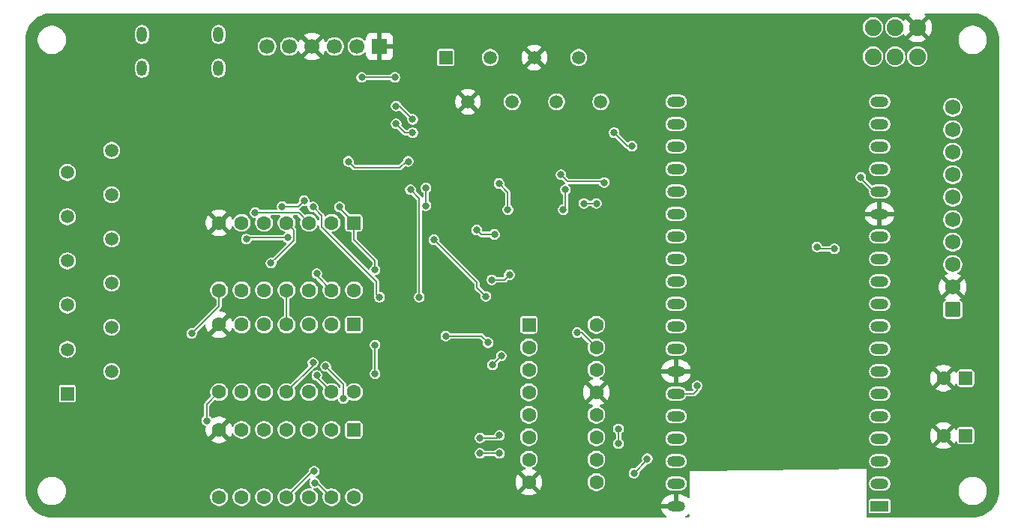
<source format=gbr>
%TF.GenerationSoftware,KiCad,Pcbnew,9.0.6*%
%TF.CreationDate,2025-11-29T12:35:40-05:00*%
%TF.ProjectId,MoistureSensor1,4d6f6973-7475-4726-9553-656e736f7231,1.0.0*%
%TF.SameCoordinates,Original*%
%TF.FileFunction,Copper,L2,Bot*%
%TF.FilePolarity,Positive*%
%FSLAX46Y46*%
G04 Gerber Fmt 4.6, Leading zero omitted, Abs format (unit mm)*
G04 Created by KiCad (PCBNEW 9.0.6) date 2025-11-29 12:35:40*
%MOMM*%
%LPD*%
G01*
G04 APERTURE LIST*
G04 Aperture macros list*
%AMRoundRect*
0 Rectangle with rounded corners*
0 $1 Rounding radius*
0 $2 $3 $4 $5 $6 $7 $8 $9 X,Y pos of 4 corners*
0 Add a 4 corners polygon primitive as box body*
4,1,4,$2,$3,$4,$5,$6,$7,$8,$9,$2,$3,0*
0 Add four circle primitives for the rounded corners*
1,1,$1+$1,$2,$3*
1,1,$1+$1,$4,$5*
1,1,$1+$1,$6,$7*
1,1,$1+$1,$8,$9*
0 Add four rect primitives between the rounded corners*
20,1,$1+$1,$2,$3,$4,$5,0*
20,1,$1+$1,$4,$5,$6,$7,0*
20,1,$1+$1,$6,$7,$8,$9,0*
20,1,$1+$1,$8,$9,$2,$3,0*%
G04 Aperture macros list end*
%TA.AperFunction,ComponentPad*%
%ADD10R,1.700000X1.700000*%
%TD*%
%TA.AperFunction,ComponentPad*%
%ADD11C,1.700000*%
%TD*%
%TA.AperFunction,ComponentPad*%
%ADD12RoundRect,0.250000X-0.550000X-0.550000X0.550000X-0.550000X0.550000X0.550000X-0.550000X0.550000X0*%
%TD*%
%TA.AperFunction,ComponentPad*%
%ADD13C,1.600000*%
%TD*%
%TA.AperFunction,ComponentPad*%
%ADD14RoundRect,0.250000X-0.550000X0.550000X-0.550000X-0.550000X0.550000X-0.550000X0.550000X0.550000X0*%
%TD*%
%TA.AperFunction,ComponentPad*%
%ADD15RoundRect,0.250000X0.620000X-0.620000X0.620000X0.620000X-0.620000X0.620000X-0.620000X-0.620000X0*%
%TD*%
%TA.AperFunction,ComponentPad*%
%ADD16C,1.740000*%
%TD*%
%TA.AperFunction,ComponentPad*%
%ADD17C,1.900000*%
%TD*%
%TA.AperFunction,ComponentPad*%
%ADD18R,1.508000X1.508000*%
%TD*%
%TA.AperFunction,ComponentPad*%
%ADD19C,1.508000*%
%TD*%
%TA.AperFunction,ComponentPad*%
%ADD20RoundRect,0.250000X0.550000X0.550000X-0.550000X0.550000X-0.550000X-0.550000X0.550000X-0.550000X0*%
%TD*%
%TA.AperFunction,ComponentPad*%
%ADD21O,1.150000X1.750000*%
%TD*%
%TA.AperFunction,ComponentPad*%
%ADD22R,2.000000X1.200000*%
%TD*%
%TA.AperFunction,ComponentPad*%
%ADD23O,2.000000X1.200000*%
%TD*%
%TA.AperFunction,ViaPad*%
%ADD24C,0.800000*%
%TD*%
%TA.AperFunction,Conductor*%
%ADD25C,0.200000*%
%TD*%
G04 APERTURE END LIST*
D10*
%TO.P,SMX1,1,Pin_1*%
%TO.N,GND*%
X137500000Y-74250000D03*
D11*
%TO.P,SMX1,2,Pin_2*%
%TO.N,+5VA*%
X134960000Y-74250000D03*
%TO.P,SMX1,3,Pin_3*%
%TO.N,Net-(SMX1-Pin_3)*%
X132420000Y-74250000D03*
%TO.P,SMX1,4,Pin_4*%
%TO.N,GND*%
X129880000Y-74250000D03*
%TO.P,SMX1,5,Pin_5*%
%TO.N,Net-(J2-Pin_9)*%
X127340000Y-74250000D03*
%TO.P,SMX1,6,Pin_6*%
%TO.N,Net-(J2-Pin_8)*%
X124800000Y-74250000D03*
%TD*%
D12*
%TO.P,U4,1,QB*%
%TO.N,Net-(U4-QB)*%
X154380000Y-105720000D03*
D13*
%TO.P,U4,2,QC*%
%TO.N,Net-(U4-QC)*%
X154380000Y-108260000D03*
%TO.P,U4,3,QD*%
%TO.N,Net-(U4-QD)*%
X154380000Y-110800000D03*
%TO.P,U4,4,QE*%
%TO.N,Net-(U4-QE)*%
X154380000Y-113340000D03*
%TO.P,U4,5,QF*%
%TO.N,Net-(U4-QF)*%
X154380000Y-115880000D03*
%TO.P,U4,6,QG*%
%TO.N,Net-(U3-ON{slash}OFF)*%
X154380000Y-118420000D03*
%TO.P,U4,7,QH*%
%TO.N,Net-(U2-ON{slash}OFF)*%
X154380000Y-120960000D03*
%TO.P,U4,8,GND*%
%TO.N,GND*%
X154380000Y-123500000D03*
%TO.P,U4,9,QH'*%
%TO.N,Net-(J2-Pin_7)*%
X162000000Y-123500000D03*
%TO.P,U4,10,~{SRCLR}*%
%TO.N,+3.3VA*%
X162000000Y-120960000D03*
%TO.P,U4,11,SRCLK*%
%TO.N,Net-(J2-Pin_6)*%
X162000000Y-118420000D03*
%TO.P,U4,12,RCLK*%
%TO.N,Net-(J2-Pin_5)*%
X162000000Y-115880000D03*
%TO.P,U4,13,~{OE}*%
%TO.N,GND*%
X162000000Y-113340000D03*
%TO.P,U4,14,SER*%
%TO.N,Net-(U1-GPIO23)*%
X162000000Y-110800000D03*
%TO.P,U4,15,QA*%
%TO.N,Net-(U4-QA)*%
X162000000Y-108260000D03*
%TO.P,U4,16,VCC*%
%TO.N,+3.3VA*%
X162000000Y-105720000D03*
%TD*%
D14*
%TO.P,U6,1*%
%TO.N,Net-(J2-Pin_8)*%
X134620000Y-105695000D03*
D13*
%TO.P,U6,2*%
%TO.N,Net-(J3-Pin_5)*%
X132080000Y-105695000D03*
%TO.P,U6,3*%
%TO.N,Net-(J3-Pin_6)*%
X129540000Y-105695000D03*
%TO.P,U6,4*%
%TO.N,Net-(J2-Pin_9)*%
X127000000Y-105695000D03*
%TO.P,U6,5*%
%TO.N,Net-(U4-QD)*%
X124460000Y-105695000D03*
%TO.P,U6,6*%
%TO.N,Net-(U4-QC)*%
X121920000Y-105695000D03*
%TO.P,U6,7,V_{SS}*%
%TO.N,GND*%
X119380000Y-105695000D03*
%TO.P,U6,8*%
%TO.N,Net-(J2-Pin_8)*%
X119380000Y-113315000D03*
%TO.P,U6,9*%
%TO.N,Net-(J3-Pin_7)*%
X121920000Y-113315000D03*
%TO.P,U6,10*%
%TO.N,Net-(J3-Pin_8)*%
X124460000Y-113315000D03*
%TO.P,U6,11*%
%TO.N,Net-(J2-Pin_9)*%
X127000000Y-113315000D03*
%TO.P,U6,12*%
%TO.N,Net-(U4-QC)*%
X129540000Y-113315000D03*
%TO.P,U6,13*%
%TO.N,Net-(U4-QD)*%
X132080000Y-113315000D03*
%TO.P,U6,14,V_{DD}*%
%TO.N,+5VA*%
X134620000Y-113315000D03*
%TD*%
D15*
%TO.P,J2,1,Pin_1*%
%TO.N,+3.3VA*%
X202250000Y-103990000D03*
D16*
%TO.P,J2,2,Pin_2*%
%TO.N,GND*%
X202250000Y-101450000D03*
%TO.P,J2,3,Pin_3*%
%TO.N,Net-(J2-Pin_3)*%
X202250000Y-98910000D03*
%TO.P,J2,4,Pin_4*%
%TO.N,Net-(J2-Pin_4)*%
X202250000Y-96370000D03*
%TO.P,J2,5,Pin_5*%
%TO.N,Net-(J2-Pin_5)*%
X202250000Y-93830000D03*
%TO.P,J2,6,Pin_6*%
%TO.N,Net-(J2-Pin_6)*%
X202250000Y-91290000D03*
%TO.P,J2,7,Pin_7*%
%TO.N,Net-(J2-Pin_7)*%
X202250000Y-88750000D03*
%TO.P,J2,8,Pin_8*%
%TO.N,Net-(J2-Pin_8)*%
X202250000Y-86210000D03*
%TO.P,J2,9,Pin_9*%
%TO.N,Net-(J2-Pin_9)*%
X202250000Y-83670000D03*
%TO.P,J2,10,Pin_10*%
%TO.N,+5VA*%
X202250000Y-81130000D03*
%TD*%
D17*
%TO.P,DPDT1,1,A*%
%TO.N,GND*%
X198250000Y-72100000D03*
%TO.P,DPDT1,2,B*%
%TO.N,Net-(5v in1-GND_A)*%
X195750000Y-72100000D03*
%TO.P,DPDT1,3,C*%
%TO.N,unconnected-(DPDT1-C-Pad3)*%
X193250000Y-72100000D03*
%TO.P,DPDT1,4,C*%
%TO.N,+5VA*%
X198250000Y-75400000D03*
%TO.P,DPDT1,5,B*%
%TO.N,Net-(5v in1-VBUS_A)*%
X195750000Y-75400000D03*
%TO.P,DPDT1,6,A*%
%TO.N,unconnected-(DPDT1-A-Pad6)*%
X193250000Y-75400000D03*
%TD*%
D18*
%TO.P,J1,1,Pin_1*%
%TO.N,Net-(J1-Pin_1)*%
X145000000Y-75500000D03*
D19*
%TO.P,J1,2,Pin_2*%
%TO.N,GND*%
X147500000Y-80500000D03*
%TO.P,J1,3,Pin_3*%
%TO.N,Net-(J1-Pin_3)*%
X150000000Y-75500000D03*
%TO.P,J1,4,Pin_4*%
%TO.N,Net-(J1-Pin_4)*%
X152500000Y-80500000D03*
%TO.P,J1,5,Pin_5*%
%TO.N,GND*%
X155000000Y-75500000D03*
%TO.P,J1,6,Pin_6*%
%TO.N,Net-(J1-Pin_6)*%
X157500000Y-80500000D03*
%TO.P,J1,7,Pin_7*%
%TO.N,Net-(5v in1-GND_A)*%
X160000000Y-75500000D03*
%TO.P,J1,8,Pin_8*%
%TO.N,Net-(5v in1-VBUS_A)*%
X162500000Y-80500000D03*
%TD*%
D20*
%TO.P,C4,1*%
%TO.N,+5VA*%
X203705113Y-118250000D03*
D13*
%TO.P,C4,2*%
%TO.N,GND*%
X201205113Y-118250000D03*
%TD*%
D21*
%TO.P,5v in1,SH1,SHIELD*%
%TO.N,unconnected-(5v in1-SHIELD-PadSH1)*%
X119320000Y-76700000D03*
%TO.P,5v in1,SH2,SHIELD__1*%
%TO.N,unconnected-(5v in1-SHIELD__1-PadSH2)*%
X110680000Y-76700000D03*
%TO.P,5v in1,SH3,SHIELD__2*%
%TO.N,unconnected-(5v in1-SHIELD__2-PadSH3)*%
X119320000Y-72900000D03*
%TO.P,5v in1,SH4,SHIELD__3*%
%TO.N,unconnected-(5v in1-SHIELD__3-PadSH4)*%
X110680000Y-72900000D03*
%TD*%
D20*
%TO.P,C3,1*%
%TO.N,+3.3VA*%
X203705113Y-111750000D03*
D13*
%TO.P,C3,2*%
%TO.N,GND*%
X201205113Y-111750000D03*
%TD*%
D18*
%TO.P,J3,1,Pin_1*%
%TO.N,Net-(J3-Pin_1)*%
X102250000Y-113500000D03*
D19*
%TO.P,J3,2,Pin_2*%
%TO.N,Net-(J3-Pin_2)*%
X107250000Y-111000000D03*
%TO.P,J3,3,Pin_3*%
%TO.N,Net-(J3-Pin_3)*%
X102250000Y-108500000D03*
%TO.P,J3,4,Pin_4*%
%TO.N,Net-(J3-Pin_4)*%
X107250000Y-106000000D03*
%TO.P,J3,5,Pin_5*%
%TO.N,Net-(J3-Pin_5)*%
X102250000Y-103500000D03*
%TO.P,J3,6,Pin_6*%
%TO.N,Net-(J3-Pin_6)*%
X107250000Y-101000000D03*
%TO.P,J3,7,Pin_7*%
%TO.N,Net-(J3-Pin_7)*%
X102250000Y-98500000D03*
%TO.P,J3,8,Pin_8*%
%TO.N,Net-(J3-Pin_8)*%
X107250000Y-96000000D03*
%TO.P,J3,9,Pin_9*%
%TO.N,Net-(J3-Pin_9)*%
X102250000Y-93500000D03*
%TO.P,J3,10,Pin_10*%
%TO.N,Net-(J3-Pin_10)*%
X107250000Y-91000000D03*
%TO.P,J3,11,Pin_11*%
%TO.N,Net-(J3-Pin_11)*%
X102250000Y-88500000D03*
%TO.P,J3,12,Pin_12*%
%TO.N,Net-(J3-Pin_12)*%
X107250000Y-86000000D03*
%TD*%
D14*
%TO.P,U5,1*%
%TO.N,Net-(J2-Pin_8)*%
X134620000Y-117595000D03*
D13*
%TO.P,U5,2*%
%TO.N,Net-(J3-Pin_1)*%
X132080000Y-117595000D03*
%TO.P,U5,3*%
%TO.N,Net-(J3-Pin_2)*%
X129540000Y-117595000D03*
%TO.P,U5,4*%
%TO.N,Net-(J2-Pin_9)*%
X127000000Y-117595000D03*
%TO.P,U5,5*%
%TO.N,Net-(U4-QF)*%
X124460000Y-117595000D03*
%TO.P,U5,6*%
%TO.N,Net-(U4-QE)*%
X121920000Y-117595000D03*
%TO.P,U5,7,V_{SS}*%
%TO.N,GND*%
X119380000Y-117595000D03*
%TO.P,U5,8*%
%TO.N,Net-(J2-Pin_8)*%
X119380000Y-125215000D03*
%TO.P,U5,9*%
%TO.N,Net-(J3-Pin_3)*%
X121920000Y-125215000D03*
%TO.P,U5,10*%
%TO.N,Net-(J3-Pin_4)*%
X124460000Y-125215000D03*
%TO.P,U5,11*%
%TO.N,Net-(J2-Pin_9)*%
X127000000Y-125215000D03*
%TO.P,U5,12*%
%TO.N,Net-(U4-QE)*%
X129540000Y-125215000D03*
%TO.P,U5,13*%
%TO.N,Net-(U4-QF)*%
X132080000Y-125215000D03*
%TO.P,U5,14,V_{DD}*%
%TO.N,+5VA*%
X134620000Y-125215000D03*
%TD*%
D22*
%TO.P,U1,1,3V3*%
%TO.N,+3.3VA*%
X193996320Y-126217280D03*
D23*
%TO.P,U1,2,CHIP_PU*%
%TO.N,unconnected-(U1-CHIP_PU-Pad2)*%
X193996320Y-123677280D03*
%TO.P,U1,3,SENSOR_VP/GPIO36/ADC1_CH0*%
%TO.N,unconnected-(U1-SENSOR_VP{slash}GPIO36{slash}ADC1_CH0-Pad3)*%
X193996320Y-121137280D03*
%TO.P,U1,4,SENSOR_VN/GPIO39/ADC1_CH3*%
%TO.N,unconnected-(U1-SENSOR_VN{slash}GPIO39{slash}ADC1_CH3-Pad4)*%
X193996320Y-118597280D03*
%TO.P,U1,5,VDET_1/GPIO34/ADC1_CH6*%
%TO.N,unconnected-(U1-VDET_1{slash}GPIO34{slash}ADC1_CH6-Pad5)*%
X193996320Y-116057280D03*
%TO.P,U1,6,VDET_2/GPIO35/ADC1_CH7*%
%TO.N,unconnected-(U1-VDET_2{slash}GPIO35{slash}ADC1_CH7-Pad6)*%
X193996320Y-113517280D03*
%TO.P,U1,7,32K_XP/GPIO32/ADC1_CH4*%
%TO.N,unconnected-(U1-32K_XP{slash}GPIO32{slash}ADC1_CH4-Pad7)*%
X193996320Y-110977280D03*
%TO.P,U1,8,32K_XN/GPIO33/ADC1_CH5*%
%TO.N,unconnected-(U1-32K_XN{slash}GPIO33{slash}ADC1_CH5-Pad8)*%
X193996320Y-108437280D03*
%TO.P,U1,9,DAC_1/ADC2_CH8/GPIO25*%
%TO.N,Net-(J2-Pin_3)*%
X193996320Y-105897280D03*
%TO.P,U1,10,DAC_2/ADC2_CH9/GPIO26*%
%TO.N,Net-(J2-Pin_4)*%
X193996320Y-103357280D03*
%TO.P,U1,11,ADC2_CH7/GPIO27*%
%TO.N,unconnected-(U1-ADC2_CH7{slash}GPIO27-Pad11)*%
X193996320Y-100817280D03*
%TO.P,U1,12,MTMS/GPIO14/ADC2_CH6*%
%TO.N,Net-(J1-Pin_4)*%
X193996320Y-98277280D03*
%TO.P,U1,13,MTDI/GPIO12/ADC2_CH5*%
%TO.N,unconnected-(U1-MTDI{slash}GPIO12{slash}ADC2_CH5-Pad13)*%
X193996320Y-95737280D03*
%TO.P,U1,14,GND*%
%TO.N,GND*%
X193996320Y-93197280D03*
%TO.P,U1,15,MTCK/GPIO13/ADC2_CH4*%
%TO.N,Net-(J1-Pin_1)*%
X193996320Y-90657280D03*
%TO.P,U1,16,SD_DATA2/GPIO9*%
%TO.N,unconnected-(U1-SD_DATA2{slash}GPIO9-Pad16)*%
X193996320Y-88117280D03*
%TO.P,U1,17,SD_DATA3/GPIO10*%
%TO.N,unconnected-(U1-SD_DATA3{slash}GPIO10-Pad17)*%
X193996320Y-85577280D03*
%TO.P,U1,18,CMD*%
%TO.N,unconnected-(U1-CMD-Pad18)*%
X193996320Y-83037280D03*
%TO.P,U1,19,5V*%
%TO.N,+5VA*%
X193996320Y-80497280D03*
%TO.P,U1,20,SD_CLK/GPIO6*%
%TO.N,unconnected-(U1-SD_CLK{slash}GPIO6-Pad20)*%
X171000000Y-80500000D03*
%TO.P,U1,21,SD_DATA0/GPIO7*%
%TO.N,unconnected-(U1-SD_DATA0{slash}GPIO7-Pad21)*%
X171000000Y-83040000D03*
%TO.P,U1,22,SD_DATA1/GPIO8*%
%TO.N,unconnected-(U1-SD_DATA1{slash}GPIO8-Pad22)*%
X170996320Y-85577280D03*
%TO.P,U1,23,MTDO/GPIO15/ADC2_CH3*%
%TO.N,unconnected-(U1-MTDO{slash}GPIO15{slash}ADC2_CH3-Pad23)*%
X170996320Y-88117280D03*
%TO.P,U1,24,ADC2_CH2/GPIO2*%
%TO.N,unconnected-(U1-ADC2_CH2{slash}GPIO2-Pad24)*%
X170996320Y-90657280D03*
%TO.P,U1,25,GPIO0/BOOT/ADC2_CH1*%
%TO.N,unconnected-(U1-GPIO0{slash}BOOT{slash}ADC2_CH1-Pad25)*%
X170996320Y-93197280D03*
%TO.P,U1,26,ADC2_CH0/GPIO4*%
%TO.N,unconnected-(U1-ADC2_CH0{slash}GPIO4-Pad26)*%
X170996320Y-95737280D03*
%TO.P,U1,27,GPIO16*%
%TO.N,unconnected-(U1-GPIO16-Pad27)*%
X170996320Y-98277280D03*
%TO.P,U1,28,GPIO17*%
%TO.N,Net-(SMX1-Pin_3)*%
X170996320Y-100817280D03*
%TO.P,U1,29,GPIO5*%
%TO.N,unconnected-(U1-GPIO5-Pad29)*%
X170996320Y-103357280D03*
%TO.P,U1,30,GPIO18*%
%TO.N,unconnected-(U1-GPIO18-Pad30)*%
X170996320Y-105897280D03*
%TO.P,U1,31,GPIO19*%
%TO.N,unconnected-(U1-GPIO19-Pad31)*%
X170996320Y-108437280D03*
%TO.P,U1,32,GND*%
%TO.N,GND*%
X170996320Y-110977280D03*
%TO.P,U1,33,GPIO21*%
%TO.N,Net-(J2-Pin_6)*%
X170996320Y-113517280D03*
%TO.P,U1,34,U0RXD/GPIO3*%
%TO.N,unconnected-(U1-U0RXD{slash}GPIO3-Pad34)*%
X170996320Y-116057280D03*
%TO.P,U1,35,U0TXD/GPIO1*%
%TO.N,unconnected-(U1-U0TXD{slash}GPIO1-Pad35)*%
X170996320Y-118597280D03*
%TO.P,U1,36,GPIO22*%
%TO.N,Net-(J2-Pin_5)*%
X170996320Y-121137280D03*
%TO.P,U1,37,GPIO23*%
%TO.N,Net-(U1-GPIO23)*%
X170996320Y-123677280D03*
%TO.P,U1,38,GND*%
%TO.N,GND*%
X170996320Y-126217280D03*
%TD*%
D14*
%TO.P,U7,1*%
%TO.N,Net-(J2-Pin_8)*%
X134620000Y-94195000D03*
D13*
%TO.P,U7,2*%
%TO.N,Net-(J3-Pin_9)*%
X132080000Y-94195000D03*
%TO.P,U7,3*%
%TO.N,Net-(J3-Pin_10)*%
X129540000Y-94195000D03*
%TO.P,U7,4*%
%TO.N,Net-(J2-Pin_9)*%
X127000000Y-94195000D03*
%TO.P,U7,5*%
%TO.N,Net-(U4-QB)*%
X124460000Y-94195000D03*
%TO.P,U7,6*%
%TO.N,Net-(U4-QA)*%
X121920000Y-94195000D03*
%TO.P,U7,7,V_{SS}*%
%TO.N,GND*%
X119380000Y-94195000D03*
%TO.P,U7,8*%
%TO.N,Net-(J2-Pin_8)*%
X119380000Y-101815000D03*
%TO.P,U7,9*%
%TO.N,Net-(J3-Pin_11)*%
X121920000Y-101815000D03*
%TO.P,U7,10*%
%TO.N,Net-(J3-Pin_12)*%
X124460000Y-101815000D03*
%TO.P,U7,11*%
%TO.N,Net-(J2-Pin_9)*%
X127000000Y-101815000D03*
%TO.P,U7,12*%
%TO.N,Net-(U4-QA)*%
X129540000Y-101815000D03*
%TO.P,U7,13*%
%TO.N,Net-(U4-QB)*%
X132080000Y-101815000D03*
%TO.P,U7,14,V_{DD}*%
%TO.N,+5VA*%
X134620000Y-101815000D03*
%TD*%
D24*
%TO.N,GND*%
X141000000Y-97500000D03*
X141750000Y-111750000D03*
X134500000Y-83250000D03*
X126500000Y-83250000D03*
X115250000Y-85250000D03*
X157250000Y-102750000D03*
X140000000Y-120400000D03*
X132750000Y-87250000D03*
X127750000Y-91250000D03*
%TO.N,Net-(U4-QA)*%
X152175898Y-100074102D03*
X150196210Y-100640000D03*
X159848603Y-106598603D03*
%TO.N,Net-(U4-QB)*%
X149500000Y-102500000D03*
X130432525Y-99932525D03*
X143655025Y-96094975D03*
%TO.N,Net-(U4-QC)*%
X151264975Y-109235025D03*
X150274318Y-110225682D03*
%TO.N,Net-(U4-QD)*%
X149764975Y-107735025D03*
X130432525Y-111432525D03*
X145000000Y-107000000D03*
%TO.N,Net-(U4-QE)*%
X151050999Y-118219051D03*
X148850000Y-118500000D03*
%TO.N,Net-(U4-QF)*%
X148850000Y-120250000D03*
X130182525Y-123582525D03*
X151051000Y-120250000D03*
%TO.N,Net-(U2-ON{slash}OFF)*%
X137000000Y-108000000D03*
X137000000Y-111250000D03*
X130000000Y-92394000D03*
X137500000Y-102600000D03*
%TO.N,Net-(U3-ON{slash}OFF)*%
X139390000Y-83000000D03*
X141250000Y-84000000D03*
X141000000Y-90437103D03*
X142000000Y-102600000D03*
%TO.N,Net-(J1-Pin_1)*%
X191875000Y-89050000D03*
X166017161Y-85517161D03*
X164000000Y-84000000D03*
%TO.N,Net-(J1-Pin_4)*%
X158250000Y-92700000D03*
X188874293Y-97124293D03*
X186907922Y-96907922D03*
X158494368Y-90437103D03*
%TO.N,Net-(J1-Pin_6)*%
X140750000Y-87250000D03*
X134000000Y-87250000D03*
%TO.N,Net-(J1-Pin_3)*%
X135500000Y-77750000D03*
X139250000Y-77750000D03*
%TO.N,Net-(J2-Pin_6)*%
X173374293Y-112624293D03*
%TO.N,Net-(J2-Pin_9)*%
X130127475Y-122272525D03*
X162887136Y-89637136D03*
X142750000Y-92250000D03*
X125250000Y-98750000D03*
X130000000Y-110000000D03*
X142750000Y-90250000D03*
X158000000Y-88750000D03*
%TO.N,Net-(J2-Pin_7)*%
X167750000Y-120860000D03*
X166250000Y-122500000D03*
%TO.N,Net-(J2-Pin_8)*%
X150500000Y-95500000D03*
X131432525Y-110432525D03*
X160599000Y-92000000D03*
X133425667Y-114045463D03*
X126500000Y-92339723D03*
X133000000Y-92394000D03*
X162000000Y-92000000D03*
X118000000Y-116556025D03*
X148500000Y-95000000D03*
X137000000Y-99500000D03*
X116293975Y-106706025D03*
X129000000Y-91694000D03*
%TO.N,Net-(J2-Pin_5)*%
X164500000Y-119120000D03*
X164500000Y-117500000D03*
%TO.N,Net-(J3-Pin_9)*%
X127127475Y-95872525D03*
X122476103Y-96023897D03*
%TO.N,Net-(J3-Pin_10)*%
X123467193Y-93039723D03*
%TO.N,Net-(SMX1-Pin_3)*%
X141250000Y-82500000D03*
X151000000Y-89750000D03*
X139390000Y-81000000D03*
X152000000Y-92700000D03*
%TD*%
D25*
%TO.N,Net-(U4-QA)*%
X159848603Y-106598603D02*
X160338603Y-106598603D01*
X150196210Y-100640000D02*
X151610000Y-100640000D01*
X150196210Y-100640000D02*
X150196210Y-100640002D01*
X160338603Y-106598603D02*
X162000000Y-108260000D01*
X151610000Y-100640000D02*
X152175898Y-100074102D01*
%TO.N,Net-(U4-QB)*%
X132080000Y-101815000D02*
X130432525Y-100167525D01*
X148500000Y-100939950D02*
X148500000Y-101500000D01*
X148500000Y-101500000D02*
X149500000Y-102500000D01*
X130432525Y-100167525D02*
X130432525Y-99932525D01*
X143655025Y-96094975D02*
X148500000Y-100939950D01*
%TO.N,Net-(U4-QC)*%
X150274318Y-110225682D02*
X151264975Y-109235025D01*
%TO.N,Net-(U4-QD)*%
X145000000Y-107000000D02*
X149029950Y-107000000D01*
X149029950Y-107000000D02*
X149764975Y-107735025D01*
X132080000Y-113315000D02*
X130432525Y-111667525D01*
X130432525Y-111667525D02*
X130432525Y-111432525D01*
%TO.N,Net-(U4-QE)*%
X150770050Y-118500000D02*
X148850000Y-118500000D01*
X151050999Y-118219051D02*
X150770050Y-118500000D01*
%TO.N,Net-(U4-QF)*%
X130447525Y-123582525D02*
X130182525Y-123582525D01*
X132080000Y-125215000D02*
X130447525Y-123582525D01*
X151051000Y-120250000D02*
X148850000Y-120250000D01*
%TO.N,Net-(U2-ON{slash}OFF)*%
X137000000Y-111250000D02*
X137000000Y-108000000D01*
X130979000Y-94651050D02*
X130979000Y-93373000D01*
X130979000Y-93373000D02*
X130000000Y-92394000D01*
X137163975Y-102263975D02*
X137163975Y-100836025D01*
X137163975Y-100836025D02*
X130979000Y-94651050D01*
X137500000Y-102600000D02*
X137163975Y-102263975D01*
%TO.N,Net-(U3-ON{slash}OFF)*%
X140390000Y-84000000D02*
X139390000Y-83000000D01*
X141250000Y-84000000D02*
X140390000Y-84000000D01*
X142000000Y-102600000D02*
X142000000Y-91437103D01*
X142000000Y-91437103D02*
X141000000Y-90437103D01*
%TO.N,Net-(J1-Pin_1)*%
X164000000Y-84000000D02*
X165517161Y-85517161D01*
X193407280Y-90657280D02*
X193996320Y-90657280D01*
X165517161Y-85517161D02*
X166017161Y-85517161D01*
X191875000Y-89125000D02*
X193407280Y-90657280D01*
X191875000Y-89050000D02*
X191875000Y-89125000D01*
%TO.N,Net-(J1-Pin_4)*%
X158494368Y-90437103D02*
X158494368Y-92455632D01*
X158494368Y-92455632D02*
X158250000Y-92700000D01*
X188874293Y-97124293D02*
X187124293Y-97124293D01*
X187124293Y-97124293D02*
X186907922Y-96907922D01*
%TO.N,Net-(J1-Pin_6)*%
X134700000Y-87950000D02*
X139800000Y-87950000D01*
X139800000Y-87950000D02*
X140500000Y-87250000D01*
X134000000Y-87250000D02*
X134700000Y-87950000D01*
X140500000Y-87250000D02*
X140750000Y-87250000D01*
%TO.N,Net-(J1-Pin_3)*%
X139250000Y-77750000D02*
X135500000Y-77750000D01*
%TO.N,Net-(J2-Pin_6)*%
X172982720Y-113517280D02*
X170996320Y-113517280D01*
X173374293Y-113125707D02*
X172982720Y-113517280D01*
X173374293Y-112624293D02*
X173374293Y-113125707D01*
%TO.N,Net-(J2-Pin_9)*%
X127828475Y-95023475D02*
X127000000Y-94195000D01*
X162750000Y-89500000D02*
X158750000Y-89500000D01*
X125967467Y-98032533D02*
X125967467Y-98023897D01*
X127000000Y-101815000D02*
X127000000Y-105695000D01*
X127828475Y-96162889D02*
X127828475Y-95023475D01*
X127000000Y-125215000D02*
X129942475Y-122272525D01*
X158750000Y-89500000D02*
X158000000Y-88750000D01*
X129942475Y-122272525D02*
X130127475Y-122272525D01*
X130000000Y-110315000D02*
X130000000Y-110000000D01*
X142750000Y-90250000D02*
X142750000Y-92250000D01*
X125250000Y-98750000D02*
X125967467Y-98032533D01*
X125967467Y-98023897D02*
X127828475Y-96162889D01*
X127000000Y-113315000D02*
X130000000Y-110315000D01*
X162887136Y-89637136D02*
X162750000Y-89500000D01*
%TO.N,Net-(J2-Pin_7)*%
X167750000Y-121000000D02*
X166250000Y-122500000D01*
X167750000Y-120860000D02*
X167750000Y-121000000D01*
%TO.N,Net-(J2-Pin_8)*%
X137000000Y-99500000D02*
X137000000Y-98500000D01*
X128354277Y-92339723D02*
X129000000Y-91694000D01*
X133000000Y-92500000D02*
X134620000Y-94120000D01*
X119380000Y-103620000D02*
X119380000Y-101815000D01*
X126500000Y-92339723D02*
X128354277Y-92339723D01*
X150500000Y-95500000D02*
X149000000Y-95500000D01*
X134620000Y-96120000D02*
X134620000Y-94195000D01*
X137000000Y-98500000D02*
X134620000Y-96120000D01*
X116293975Y-106706025D02*
X119380000Y-103620000D01*
X118000000Y-114695000D02*
X118000000Y-116556025D01*
X134620000Y-94120000D02*
X134620000Y-94195000D01*
X133425667Y-114045463D02*
X133425667Y-112425667D01*
X133425667Y-112425667D02*
X131432525Y-110432525D01*
X133000000Y-92394000D02*
X133000000Y-92500000D01*
X149000000Y-95500000D02*
X148500000Y-95000000D01*
X118000000Y-114695000D02*
X119380000Y-113315000D01*
X160599000Y-92000000D02*
X162000000Y-92000000D01*
%TO.N,Net-(J2-Pin_5)*%
X164500000Y-119120000D02*
X164500000Y-117500000D01*
%TO.N,Net-(J3-Pin_9)*%
X127127475Y-95872525D02*
X122627475Y-95872525D01*
X122627475Y-95872525D02*
X122476103Y-96023897D01*
%TO.N,Net-(J3-Pin_10)*%
X128384723Y-93039723D02*
X123467193Y-93039723D01*
X129540000Y-94195000D02*
X128384723Y-93039723D01*
%TO.N,Net-(SMX1-Pin_3)*%
X139390000Y-81000000D02*
X139750000Y-81000000D01*
X139750000Y-81000000D02*
X141250000Y-82500000D01*
X152000000Y-90750000D02*
X151000000Y-89750000D01*
X152000000Y-92700000D02*
X152000000Y-90750000D01*
%TD*%
%TA.AperFunction,Conductor*%
%TO.N,GND*%
G36*
X197349989Y-70502967D02*
G01*
X197357878Y-70501718D01*
X197378535Y-70512242D01*
X197400585Y-70519407D01*
X197405279Y-70525868D01*
X197412395Y-70529494D01*
X197422919Y-70550148D01*
X197436549Y-70568907D01*
X197436549Y-70576894D01*
X197440175Y-70584010D01*
X197436549Y-70606907D01*
X197436549Y-70630093D01*
X197431853Y-70636555D01*
X197430605Y-70644442D01*
X197414214Y-70660833D01*
X197400585Y-70679593D01*
X197387342Y-70687708D01*
X197385218Y-70688790D01*
X197385215Y-70688792D01*
X197273505Y-70769951D01*
X198161415Y-71657861D01*
X198076306Y-71680667D01*
X197973694Y-71739910D01*
X197889910Y-71823694D01*
X197830667Y-71926306D01*
X197807861Y-72011415D01*
X196919951Y-71123505D01*
X196838792Y-71235215D01*
X196838787Y-71235222D01*
X196790333Y-71330319D01*
X196747069Y-71373584D01*
X196686637Y-71383155D01*
X196632120Y-71355377D01*
X196628336Y-71351283D01*
X196627555Y-71350502D01*
X196627553Y-71350499D01*
X196499501Y-71222447D01*
X196352994Y-71116004D01*
X196352993Y-71116003D01*
X196352991Y-71116002D01*
X196191637Y-71033788D01*
X196019406Y-70977828D01*
X195840549Y-70949500D01*
X195840546Y-70949500D01*
X195659454Y-70949500D01*
X195659451Y-70949500D01*
X195480593Y-70977828D01*
X195308362Y-71033788D01*
X195147008Y-71116002D01*
X195073752Y-71169225D01*
X195000499Y-71222447D01*
X194872447Y-71350499D01*
X194868903Y-71355377D01*
X194766002Y-71497008D01*
X194683788Y-71658362D01*
X194627828Y-71830593D01*
X194599500Y-72009450D01*
X194599500Y-72190549D01*
X194627828Y-72369406D01*
X194683788Y-72541637D01*
X194744685Y-72661155D01*
X194766004Y-72702994D01*
X194872447Y-72849501D01*
X195000499Y-72977553D01*
X195147006Y-73083996D01*
X195308361Y-73166211D01*
X195480591Y-73222171D01*
X195552136Y-73233502D01*
X195659451Y-73250500D01*
X195659454Y-73250500D01*
X195840549Y-73250500D01*
X195929977Y-73236335D01*
X196019409Y-73222171D01*
X196191639Y-73166211D01*
X196352994Y-73083996D01*
X196499501Y-72977553D01*
X196627553Y-72849501D01*
X196627555Y-72849497D01*
X196630303Y-72846750D01*
X196631211Y-72847658D01*
X196679000Y-72818364D01*
X196739998Y-72823157D01*
X196786529Y-72862888D01*
X196790333Y-72869681D01*
X196838787Y-72964777D01*
X196838795Y-72964791D01*
X196919951Y-73076493D01*
X197807861Y-72188582D01*
X197830667Y-72273694D01*
X197889910Y-72376306D01*
X197973694Y-72460090D01*
X198076306Y-72519333D01*
X198161414Y-72542137D01*
X197273505Y-73430047D01*
X197385208Y-73511204D01*
X197385212Y-73511206D01*
X197616626Y-73629117D01*
X197863626Y-73709371D01*
X198120139Y-73750000D01*
X198379861Y-73750000D01*
X198636373Y-73709371D01*
X198883373Y-73629117D01*
X199114785Y-73511207D01*
X199226492Y-73430046D01*
X199170480Y-73374034D01*
X202899500Y-73374034D01*
X202899500Y-73625965D01*
X202938908Y-73874780D01*
X203016759Y-74114379D01*
X203128553Y-74333789D01*
X203131130Y-74338845D01*
X203279207Y-74542656D01*
X203457344Y-74720793D01*
X203661155Y-74868870D01*
X203885621Y-74983241D01*
X204125215Y-75061090D01*
X204125216Y-75061090D01*
X204125219Y-75061091D01*
X204374035Y-75100500D01*
X204374038Y-75100500D01*
X204625965Y-75100500D01*
X204874780Y-75061091D01*
X204874781Y-75061090D01*
X204874785Y-75061090D01*
X205114379Y-74983241D01*
X205338845Y-74868870D01*
X205542656Y-74720793D01*
X205720793Y-74542656D01*
X205868870Y-74338845D01*
X205983241Y-74114379D01*
X206061090Y-73874785D01*
X206061091Y-73874780D01*
X206100500Y-73625965D01*
X206100500Y-73374034D01*
X206061091Y-73125219D01*
X206061090Y-73125215D01*
X205983241Y-72885621D01*
X205868870Y-72661155D01*
X205720793Y-72457344D01*
X205542656Y-72279207D01*
X205338845Y-72131130D01*
X205338844Y-72131129D01*
X205338842Y-72131128D01*
X205114379Y-72016759D01*
X204874780Y-71938908D01*
X204625965Y-71899500D01*
X204625962Y-71899500D01*
X204374038Y-71899500D01*
X204374035Y-71899500D01*
X204125219Y-71938908D01*
X203885620Y-72016759D01*
X203661157Y-72131128D01*
X203457345Y-72279206D01*
X203279206Y-72457345D01*
X203131128Y-72661157D01*
X203016759Y-72885620D01*
X202938908Y-73125219D01*
X202899500Y-73374034D01*
X199170480Y-73374034D01*
X198338584Y-72542138D01*
X198423694Y-72519333D01*
X198526306Y-72460090D01*
X198610090Y-72376306D01*
X198669333Y-72273694D01*
X198692138Y-72188584D01*
X199580046Y-73076492D01*
X199661207Y-72964785D01*
X199779117Y-72733373D01*
X199859371Y-72486373D01*
X199900000Y-72229861D01*
X199900000Y-71970138D01*
X199859371Y-71713626D01*
X199779117Y-71466626D01*
X199661206Y-71235212D01*
X199661204Y-71235208D01*
X199580047Y-71123505D01*
X198692137Y-72011414D01*
X198669333Y-71926306D01*
X198610090Y-71823694D01*
X198526306Y-71739910D01*
X198423694Y-71680667D01*
X198338582Y-71657861D01*
X199226493Y-70769951D01*
X199114791Y-70688795D01*
X199114781Y-70688790D01*
X199112658Y-70687708D01*
X199112091Y-70687141D01*
X199111469Y-70686760D01*
X199111560Y-70686610D01*
X199069395Y-70644442D01*
X199059825Y-70584010D01*
X199087605Y-70529494D01*
X199142122Y-70501718D01*
X199157606Y-70500500D01*
X204434108Y-70500500D01*
X204497414Y-70500500D01*
X204502594Y-70500635D01*
X204808354Y-70516660D01*
X204818650Y-70517742D01*
X205118514Y-70565235D01*
X205128626Y-70567384D01*
X205276126Y-70606907D01*
X205421883Y-70645963D01*
X205431738Y-70649165D01*
X205534966Y-70688790D01*
X205715172Y-70757964D01*
X205724621Y-70762171D01*
X205995140Y-70900008D01*
X206004100Y-70905182D01*
X206258714Y-71070530D01*
X206267086Y-71076613D01*
X206447177Y-71222447D01*
X206503019Y-71267667D01*
X206510720Y-71274600D01*
X206725399Y-71489279D01*
X206732332Y-71496980D01*
X206907768Y-71713626D01*
X206923382Y-71732907D01*
X206929471Y-71741289D01*
X207032215Y-71899500D01*
X207094813Y-71995892D01*
X207099994Y-72004865D01*
X207236970Y-72273694D01*
X207237824Y-72275369D01*
X207242039Y-72284836D01*
X207350834Y-72568261D01*
X207354036Y-72578116D01*
X207432612Y-72871361D01*
X207434766Y-72881497D01*
X207482256Y-73181344D01*
X207483339Y-73191649D01*
X207499364Y-73497404D01*
X207499500Y-73502586D01*
X207499500Y-124497413D01*
X207499364Y-124502595D01*
X207483339Y-124808350D01*
X207482256Y-124818655D01*
X207434766Y-125118502D01*
X207432612Y-125128638D01*
X207354036Y-125421883D01*
X207350834Y-125431738D01*
X207242039Y-125715163D01*
X207237824Y-125724630D01*
X207099995Y-125995133D01*
X207094813Y-126004107D01*
X206929473Y-126258708D01*
X206923382Y-126267092D01*
X206732332Y-126503019D01*
X206725399Y-126510720D01*
X206510720Y-126725399D01*
X206503019Y-126732332D01*
X206267092Y-126923382D01*
X206258708Y-126929473D01*
X206004107Y-127094813D01*
X205995133Y-127099995D01*
X205724630Y-127237824D01*
X205715163Y-127242039D01*
X205431738Y-127350834D01*
X205421883Y-127354036D01*
X205128638Y-127432612D01*
X205118502Y-127434766D01*
X204818655Y-127482256D01*
X204808350Y-127483339D01*
X204526571Y-127498107D01*
X204502593Y-127499364D01*
X204497414Y-127499500D01*
X192599000Y-127499500D01*
X192540809Y-127480593D01*
X192504845Y-127431093D01*
X192500000Y-127400500D01*
X192500000Y-125597533D01*
X192795820Y-125597533D01*
X192795820Y-126837026D01*
X192795821Y-126837038D01*
X192807452Y-126895507D01*
X192807453Y-126895511D01*
X192851768Y-126961832D01*
X192918089Y-127006147D01*
X192962551Y-127014991D01*
X192976561Y-127017778D01*
X192976566Y-127017778D01*
X192976572Y-127017780D01*
X192976573Y-127017780D01*
X195016067Y-127017780D01*
X195016068Y-127017780D01*
X195074551Y-127006147D01*
X195140872Y-126961832D01*
X195185187Y-126895511D01*
X195196820Y-126837028D01*
X195196820Y-125597532D01*
X195185187Y-125539049D01*
X195140872Y-125472728D01*
X195140868Y-125472725D01*
X195074553Y-125428414D01*
X195074551Y-125428413D01*
X195074548Y-125428412D01*
X195074547Y-125428412D01*
X195016078Y-125416781D01*
X195016068Y-125416780D01*
X192976572Y-125416780D01*
X192976571Y-125416780D01*
X192976561Y-125416781D01*
X192918092Y-125428412D01*
X192918086Y-125428414D01*
X192851771Y-125472725D01*
X192851765Y-125472731D01*
X192807454Y-125539046D01*
X192807452Y-125539052D01*
X192795821Y-125597521D01*
X192795820Y-125597533D01*
X192500000Y-125597533D01*
X192500000Y-123598435D01*
X192795820Y-123598435D01*
X192795820Y-123756124D01*
X192826583Y-123910776D01*
X192826583Y-123910778D01*
X192886923Y-124056454D01*
X192886929Y-124056465D01*
X192932867Y-124125215D01*
X192974531Y-124187569D01*
X193086031Y-124299069D01*
X193164196Y-124351297D01*
X193217134Y-124386670D01*
X193217145Y-124386676D01*
X193270958Y-124408965D01*
X193362823Y-124447017D01*
X193517478Y-124477780D01*
X193517479Y-124477780D01*
X194475161Y-124477780D01*
X194475162Y-124477780D01*
X194629817Y-124447017D01*
X194775499Y-124386674D01*
X194794416Y-124374034D01*
X202899500Y-124374034D01*
X202899500Y-124625965D01*
X202938908Y-124874780D01*
X203016759Y-125114379D01*
X203130510Y-125337630D01*
X203131130Y-125338845D01*
X203279207Y-125542656D01*
X203457344Y-125720793D01*
X203661155Y-125868870D01*
X203885621Y-125983241D01*
X204125215Y-126061090D01*
X204125216Y-126061090D01*
X204125219Y-126061091D01*
X204374035Y-126100500D01*
X204374038Y-126100500D01*
X204625965Y-126100500D01*
X204874780Y-126061091D01*
X204874781Y-126061090D01*
X204874785Y-126061090D01*
X205114379Y-125983241D01*
X205338845Y-125868870D01*
X205542656Y-125720793D01*
X205720793Y-125542656D01*
X205868870Y-125338845D01*
X205983241Y-125114379D01*
X206061090Y-124874785D01*
X206069980Y-124818655D01*
X206100500Y-124625965D01*
X206100500Y-124374034D01*
X206061091Y-124125219D01*
X206046618Y-124080675D01*
X205983241Y-123885621D01*
X205868870Y-123661155D01*
X205720793Y-123457344D01*
X205542656Y-123279207D01*
X205338845Y-123131130D01*
X205338844Y-123131129D01*
X205338842Y-123131128D01*
X205114379Y-123016759D01*
X204874780Y-122938908D01*
X204625965Y-122899500D01*
X204625962Y-122899500D01*
X204374038Y-122899500D01*
X204374035Y-122899500D01*
X204125219Y-122938908D01*
X203885620Y-123016759D01*
X203661157Y-123131128D01*
X203457345Y-123279206D01*
X203279206Y-123457345D01*
X203131128Y-123661157D01*
X203016759Y-123885620D01*
X202938908Y-124125219D01*
X202899500Y-124374034D01*
X194794416Y-124374034D01*
X194906609Y-124299069D01*
X195018109Y-124187569D01*
X195105714Y-124056459D01*
X195166057Y-123910777D01*
X195196820Y-123756122D01*
X195196820Y-123598438D01*
X195166057Y-123443783D01*
X195105714Y-123298101D01*
X195105713Y-123298099D01*
X195105710Y-123298094D01*
X195070337Y-123245156D01*
X195018109Y-123166991D01*
X194906609Y-123055491D01*
X194844868Y-123014237D01*
X194775505Y-122967889D01*
X194775494Y-122967883D01*
X194629817Y-122907543D01*
X194475164Y-122876780D01*
X194475162Y-122876780D01*
X193517478Y-122876780D01*
X193517475Y-122876780D01*
X193362823Y-122907543D01*
X193362821Y-122907543D01*
X193217145Y-122967883D01*
X193217134Y-122967889D01*
X193086031Y-123055491D01*
X193086027Y-123055494D01*
X192974534Y-123166987D01*
X192974531Y-123166991D01*
X192886929Y-123298094D01*
X192886923Y-123298105D01*
X192826583Y-123443781D01*
X192826583Y-123443783D01*
X192795820Y-123598435D01*
X192500000Y-123598435D01*
X192500000Y-122000000D01*
X192499999Y-121999999D01*
X173614000Y-122249991D01*
X173612690Y-122250000D01*
X172500000Y-122250000D01*
X172500000Y-122250001D01*
X172500000Y-125243475D01*
X172481093Y-125301666D01*
X172431593Y-125337630D01*
X172370407Y-125337630D01*
X172330996Y-125313479D01*
X172243211Y-125225694D01*
X172077666Y-125105418D01*
X171895347Y-125012523D01*
X171700732Y-124949288D01*
X171498635Y-124917280D01*
X171246321Y-124917280D01*
X171246320Y-124917281D01*
X171246320Y-125901594D01*
X171241926Y-125897200D01*
X171150714Y-125844539D01*
X171048981Y-125817280D01*
X170943659Y-125817280D01*
X170841926Y-125844539D01*
X170750714Y-125897200D01*
X170746320Y-125901594D01*
X170746320Y-124917281D01*
X170746319Y-124917280D01*
X170494005Y-124917280D01*
X170291907Y-124949288D01*
X170097292Y-125012523D01*
X169914973Y-125105418D01*
X169749428Y-125225694D01*
X169604734Y-125370388D01*
X169484458Y-125535933D01*
X169391563Y-125718252D01*
X169328329Y-125912865D01*
X169319710Y-125967279D01*
X169319711Y-125967280D01*
X170680634Y-125967280D01*
X170676240Y-125971674D01*
X170623579Y-126062886D01*
X170596320Y-126164619D01*
X170596320Y-126269941D01*
X170623579Y-126371674D01*
X170676240Y-126462886D01*
X170680634Y-126467280D01*
X169319710Y-126467280D01*
X169328329Y-126521694D01*
X169391563Y-126716307D01*
X169484458Y-126898626D01*
X169604734Y-127064171D01*
X169749428Y-127208865D01*
X169902952Y-127320407D01*
X169938916Y-127369907D01*
X169938916Y-127431093D01*
X169902952Y-127480593D01*
X169844761Y-127499500D01*
X100502586Y-127499500D01*
X100497406Y-127499364D01*
X100471460Y-127498004D01*
X100191649Y-127483339D01*
X100181344Y-127482256D01*
X99881497Y-127434766D01*
X99871361Y-127432612D01*
X99578116Y-127354036D01*
X99568261Y-127350834D01*
X99284836Y-127242039D01*
X99275369Y-127237824D01*
X99004866Y-127099995D01*
X98995892Y-127094813D01*
X98741289Y-126929471D01*
X98732907Y-126923382D01*
X98496980Y-126732332D01*
X98489279Y-126725399D01*
X98274600Y-126510720D01*
X98267667Y-126503019D01*
X98161306Y-126371674D01*
X98076613Y-126267086D01*
X98070526Y-126258708D01*
X98043622Y-126217280D01*
X97905182Y-126004100D01*
X97900008Y-125995140D01*
X97762171Y-125724621D01*
X97757964Y-125715172D01*
X97677992Y-125506836D01*
X97649165Y-125431738D01*
X97645963Y-125421883D01*
X97616916Y-125313479D01*
X97567384Y-125128626D01*
X97565235Y-125118514D01*
X97517742Y-124818650D01*
X97516660Y-124808349D01*
X97507101Y-124625962D01*
X97500636Y-124502594D01*
X97500500Y-124497413D01*
X97500500Y-124374034D01*
X98899500Y-124374034D01*
X98899500Y-124625965D01*
X98938908Y-124874780D01*
X99016759Y-125114379D01*
X99130510Y-125337630D01*
X99131130Y-125338845D01*
X99279207Y-125542656D01*
X99457344Y-125720793D01*
X99661155Y-125868870D01*
X99885621Y-125983241D01*
X100125215Y-126061090D01*
X100125216Y-126061090D01*
X100125219Y-126061091D01*
X100374035Y-126100500D01*
X100374038Y-126100500D01*
X100625965Y-126100500D01*
X100874780Y-126061091D01*
X100874781Y-126061090D01*
X100874785Y-126061090D01*
X101114379Y-125983241D01*
X101338845Y-125868870D01*
X101542656Y-125720793D01*
X101720793Y-125542656D01*
X101868870Y-125338845D01*
X101982183Y-125116456D01*
X118379500Y-125116456D01*
X118379500Y-125313543D01*
X118417949Y-125506834D01*
X118417949Y-125506836D01*
X118493367Y-125688913D01*
X118493368Y-125688914D01*
X118602861Y-125852782D01*
X118742218Y-125992139D01*
X118906086Y-126101632D01*
X119088165Y-126177051D01*
X119281459Y-126215500D01*
X119281460Y-126215500D01*
X119478540Y-126215500D01*
X119478541Y-126215500D01*
X119671835Y-126177051D01*
X119853914Y-126101632D01*
X120017782Y-125992139D01*
X120157139Y-125852782D01*
X120266632Y-125688914D01*
X120342051Y-125506835D01*
X120380500Y-125313541D01*
X120380500Y-125116459D01*
X120380499Y-125116456D01*
X120919500Y-125116456D01*
X120919500Y-125313543D01*
X120957949Y-125506834D01*
X120957949Y-125506836D01*
X121033367Y-125688913D01*
X121033368Y-125688914D01*
X121142861Y-125852782D01*
X121282218Y-125992139D01*
X121446086Y-126101632D01*
X121628165Y-126177051D01*
X121821459Y-126215500D01*
X121821460Y-126215500D01*
X122018540Y-126215500D01*
X122018541Y-126215500D01*
X122211835Y-126177051D01*
X122393914Y-126101632D01*
X122557782Y-125992139D01*
X122697139Y-125852782D01*
X122806632Y-125688914D01*
X122882051Y-125506835D01*
X122920500Y-125313541D01*
X122920500Y-125116459D01*
X122920499Y-125116456D01*
X123459500Y-125116456D01*
X123459500Y-125313543D01*
X123497949Y-125506834D01*
X123497949Y-125506836D01*
X123573367Y-125688913D01*
X123573368Y-125688914D01*
X123682861Y-125852782D01*
X123822218Y-125992139D01*
X123986086Y-126101632D01*
X124168165Y-126177051D01*
X124361459Y-126215500D01*
X124361460Y-126215500D01*
X124558540Y-126215500D01*
X124558541Y-126215500D01*
X124751835Y-126177051D01*
X124933914Y-126101632D01*
X125097782Y-125992139D01*
X125237139Y-125852782D01*
X125346632Y-125688914D01*
X125422051Y-125506835D01*
X125460500Y-125313541D01*
X125460500Y-125116459D01*
X125460499Y-125116456D01*
X125999500Y-125116456D01*
X125999500Y-125313543D01*
X126037949Y-125506834D01*
X126037949Y-125506836D01*
X126113367Y-125688913D01*
X126113368Y-125688914D01*
X126222861Y-125852782D01*
X126362218Y-125992139D01*
X126526086Y-126101632D01*
X126708165Y-126177051D01*
X126901459Y-126215500D01*
X126901460Y-126215500D01*
X127098540Y-126215500D01*
X127098541Y-126215500D01*
X127291835Y-126177051D01*
X127473914Y-126101632D01*
X127637782Y-125992139D01*
X127777139Y-125852782D01*
X127886632Y-125688914D01*
X127962051Y-125506835D01*
X128000500Y-125313541D01*
X128000500Y-125116459D01*
X127962051Y-124923165D01*
X127915533Y-124810862D01*
X127910733Y-124749868D01*
X127936992Y-124702977D01*
X129547086Y-123092883D01*
X129601601Y-123065108D01*
X129662033Y-123074679D01*
X129705298Y-123117944D01*
X129714869Y-123178376D01*
X129702825Y-123212388D01*
X129622948Y-123350739D01*
X129597065Y-123447339D01*
X129582025Y-123503468D01*
X129582025Y-123661582D01*
X129622948Y-123814309D01*
X129702005Y-123951241D01*
X129813809Y-124063045D01*
X129813811Y-124063046D01*
X129815619Y-124064854D01*
X129843396Y-124119371D01*
X129833825Y-124179803D01*
X129790560Y-124223068D01*
X129730128Y-124232639D01*
X129726301Y-124231956D01*
X129638544Y-124214500D01*
X129638541Y-124214500D01*
X129441459Y-124214500D01*
X129441456Y-124214500D01*
X129248165Y-124252949D01*
X129248163Y-124252949D01*
X129066086Y-124328367D01*
X128902218Y-124437861D01*
X128902214Y-124437864D01*
X128762864Y-124577214D01*
X128762861Y-124577218D01*
X128653367Y-124741086D01*
X128577949Y-124923163D01*
X128577949Y-124923165D01*
X128539500Y-125116456D01*
X128539500Y-125313543D01*
X128577949Y-125506834D01*
X128577949Y-125506836D01*
X128653367Y-125688913D01*
X128653368Y-125688914D01*
X128762861Y-125852782D01*
X128902218Y-125992139D01*
X129066086Y-126101632D01*
X129248165Y-126177051D01*
X129441459Y-126215500D01*
X129441460Y-126215500D01*
X129638540Y-126215500D01*
X129638541Y-126215500D01*
X129831835Y-126177051D01*
X130013914Y-126101632D01*
X130177782Y-125992139D01*
X130317139Y-125852782D01*
X130426632Y-125688914D01*
X130502051Y-125506835D01*
X130540500Y-125313541D01*
X130540500Y-125116459D01*
X130502051Y-124923165D01*
X130426632Y-124741086D01*
X130317139Y-124577218D01*
X130177782Y-124437861D01*
X130067750Y-124364340D01*
X130029871Y-124316290D01*
X130027469Y-124255152D01*
X130061462Y-124204278D01*
X130118866Y-124183101D01*
X130122752Y-124183025D01*
X130261580Y-124183025D01*
X130261582Y-124183025D01*
X130414309Y-124142102D01*
X130454916Y-124118657D01*
X130514763Y-124105936D01*
X130570658Y-124130822D01*
X130574419Y-124134390D01*
X131143004Y-124702975D01*
X131170781Y-124757492D01*
X131164465Y-124810864D01*
X131161238Y-124818655D01*
X131137989Y-124874785D01*
X131117948Y-124923168D01*
X131079500Y-125116456D01*
X131079500Y-125313543D01*
X131117949Y-125506834D01*
X131117949Y-125506836D01*
X131193367Y-125688913D01*
X131193368Y-125688914D01*
X131302861Y-125852782D01*
X131442218Y-125992139D01*
X131606086Y-126101632D01*
X131788165Y-126177051D01*
X131981459Y-126215500D01*
X131981460Y-126215500D01*
X132178540Y-126215500D01*
X132178541Y-126215500D01*
X132371835Y-126177051D01*
X132553914Y-126101632D01*
X132717782Y-125992139D01*
X132857139Y-125852782D01*
X132966632Y-125688914D01*
X133042051Y-125506835D01*
X133080500Y-125313541D01*
X133080500Y-125116459D01*
X133080499Y-125116456D01*
X133619500Y-125116456D01*
X133619500Y-125313543D01*
X133657949Y-125506834D01*
X133657949Y-125506836D01*
X133733367Y-125688913D01*
X133733368Y-125688914D01*
X133842861Y-125852782D01*
X133982218Y-125992139D01*
X134146086Y-126101632D01*
X134328165Y-126177051D01*
X134521459Y-126215500D01*
X134521460Y-126215500D01*
X134718540Y-126215500D01*
X134718541Y-126215500D01*
X134911835Y-126177051D01*
X135093914Y-126101632D01*
X135257782Y-125992139D01*
X135397139Y-125852782D01*
X135506632Y-125688914D01*
X135582051Y-125506835D01*
X135620500Y-125313541D01*
X135620500Y-125116459D01*
X135582051Y-124923165D01*
X135506632Y-124741086D01*
X135494319Y-124722659D01*
X135469126Y-124684954D01*
X135397139Y-124577218D01*
X135257782Y-124437861D01*
X135093914Y-124328368D01*
X135093915Y-124328368D01*
X135093913Y-124328367D01*
X134911835Y-124252949D01*
X134718543Y-124214500D01*
X134718541Y-124214500D01*
X134521459Y-124214500D01*
X134521456Y-124214500D01*
X134328165Y-124252949D01*
X134328163Y-124252949D01*
X134146086Y-124328367D01*
X133982218Y-124437861D01*
X133982214Y-124437864D01*
X133842864Y-124577214D01*
X133842861Y-124577218D01*
X133733367Y-124741086D01*
X133657949Y-124923163D01*
X133657949Y-124923165D01*
X133619500Y-125116456D01*
X133080499Y-125116456D01*
X133042051Y-124923165D01*
X132966632Y-124741086D01*
X132857139Y-124577218D01*
X132717782Y-124437861D01*
X132553914Y-124328368D01*
X132553915Y-124328368D01*
X132553913Y-124328367D01*
X132371835Y-124252949D01*
X132178543Y-124214500D01*
X132178541Y-124214500D01*
X131981459Y-124214500D01*
X131981456Y-124214500D01*
X131788168Y-124252948D01*
X131788166Y-124252948D01*
X131788165Y-124252949D01*
X131707947Y-124286176D01*
X131675864Y-124299465D01*
X131614867Y-124304264D01*
X131567975Y-124278004D01*
X130797970Y-123507999D01*
X130772347Y-123463618D01*
X130756287Y-123403680D01*
X130756287Y-123403677D01*
X130750463Y-123381943D01*
X152880000Y-123381943D01*
X152880000Y-123618056D01*
X152916934Y-123851252D01*
X152916935Y-123851256D01*
X152989892Y-124075793D01*
X152989894Y-124075796D01*
X153097084Y-124286169D01*
X153157339Y-124369105D01*
X153980000Y-123546444D01*
X153980000Y-123552661D01*
X154007259Y-123654394D01*
X154059920Y-123745606D01*
X154134394Y-123820080D01*
X154225606Y-123872741D01*
X154327339Y-123900000D01*
X154333553Y-123900000D01*
X153510893Y-124722659D01*
X153593825Y-124782913D01*
X153593829Y-124782915D01*
X153804203Y-124890105D01*
X153804206Y-124890107D01*
X154028743Y-124963064D01*
X154028747Y-124963065D01*
X154261944Y-125000000D01*
X154498056Y-125000000D01*
X154731252Y-124963065D01*
X154731256Y-124963064D01*
X154955793Y-124890107D01*
X154955796Y-124890105D01*
X155166170Y-124782915D01*
X155166176Y-124782911D01*
X155249105Y-124722659D01*
X155249105Y-124722658D01*
X154426447Y-123900000D01*
X154432661Y-123900000D01*
X154534394Y-123872741D01*
X154625606Y-123820080D01*
X154700080Y-123745606D01*
X154752741Y-123654394D01*
X154780000Y-123552661D01*
X154780000Y-123546447D01*
X155602658Y-124369105D01*
X155602659Y-124369105D01*
X155662911Y-124286176D01*
X155662915Y-124286170D01*
X155770105Y-124075796D01*
X155770107Y-124075793D01*
X155843064Y-123851256D01*
X155843065Y-123851252D01*
X155880000Y-123618056D01*
X155880000Y-123401456D01*
X160999500Y-123401456D01*
X160999500Y-123598543D01*
X161037949Y-123791834D01*
X161037949Y-123791836D01*
X161113367Y-123973913D01*
X161113368Y-123973914D01*
X161222861Y-124137782D01*
X161362218Y-124277139D01*
X161526086Y-124386632D01*
X161708165Y-124462051D01*
X161901459Y-124500500D01*
X161901460Y-124500500D01*
X162098540Y-124500500D01*
X162098541Y-124500500D01*
X162291835Y-124462051D01*
X162473914Y-124386632D01*
X162637782Y-124277139D01*
X162777139Y-124137782D01*
X162886632Y-123973914D01*
X162962051Y-123791835D01*
X163000500Y-123598541D01*
X163000500Y-123598435D01*
X169795820Y-123598435D01*
X169795820Y-123756124D01*
X169826583Y-123910776D01*
X169826583Y-123910778D01*
X169886923Y-124056454D01*
X169886929Y-124056465D01*
X169932867Y-124125215D01*
X169974531Y-124187569D01*
X170086031Y-124299069D01*
X170164196Y-124351297D01*
X170217134Y-124386670D01*
X170217145Y-124386676D01*
X170270958Y-124408965D01*
X170362823Y-124447017D01*
X170517478Y-124477780D01*
X170517479Y-124477780D01*
X171475161Y-124477780D01*
X171475162Y-124477780D01*
X171629817Y-124447017D01*
X171775499Y-124386674D01*
X171906609Y-124299069D01*
X172018109Y-124187569D01*
X172105714Y-124056459D01*
X172166057Y-123910777D01*
X172196820Y-123756122D01*
X172196820Y-123598438D01*
X172166057Y-123443783D01*
X172105714Y-123298101D01*
X172105713Y-123298099D01*
X172105710Y-123298094D01*
X172070337Y-123245156D01*
X172018109Y-123166991D01*
X171906609Y-123055491D01*
X171844868Y-123014237D01*
X171775505Y-122967889D01*
X171775494Y-122967883D01*
X171629817Y-122907543D01*
X171475164Y-122876780D01*
X171475162Y-122876780D01*
X170517478Y-122876780D01*
X170517475Y-122876780D01*
X170362823Y-122907543D01*
X170362821Y-122907543D01*
X170217145Y-122967883D01*
X170217134Y-122967889D01*
X170086031Y-123055491D01*
X170086027Y-123055494D01*
X169974534Y-123166987D01*
X169974531Y-123166991D01*
X169886929Y-123298094D01*
X169886923Y-123298105D01*
X169826583Y-123443781D01*
X169826583Y-123443783D01*
X169795820Y-123598435D01*
X163000500Y-123598435D01*
X163000500Y-123401459D01*
X162962051Y-123208165D01*
X162886632Y-123026086D01*
X162777139Y-122862218D01*
X162637782Y-122722861D01*
X162515629Y-122641241D01*
X162473913Y-122613367D01*
X162291835Y-122537949D01*
X162159130Y-122511552D01*
X162098543Y-122499500D01*
X162098541Y-122499500D01*
X161901459Y-122499500D01*
X161901456Y-122499500D01*
X161708165Y-122537949D01*
X161708163Y-122537949D01*
X161526086Y-122613367D01*
X161362218Y-122722861D01*
X161362214Y-122722864D01*
X161222864Y-122862214D01*
X161222861Y-122862218D01*
X161113367Y-123026086D01*
X161037949Y-123208163D01*
X161037949Y-123208165D01*
X160999500Y-123401456D01*
X155880000Y-123401456D01*
X155880000Y-123381943D01*
X155843065Y-123148747D01*
X155843064Y-123148743D01*
X155770107Y-122924206D01*
X155770105Y-122924203D01*
X155662915Y-122713829D01*
X155662913Y-122713825D01*
X155602659Y-122630893D01*
X154780000Y-123453552D01*
X154780000Y-123447339D01*
X154752741Y-123345606D01*
X154700080Y-123254394D01*
X154625606Y-123179920D01*
X154534394Y-123127259D01*
X154432661Y-123100000D01*
X154426444Y-123100000D01*
X155105501Y-122420943D01*
X165649500Y-122420943D01*
X165649500Y-122579057D01*
X165690423Y-122731784D01*
X165769480Y-122868716D01*
X165881284Y-122980520D01*
X166018216Y-123059577D01*
X166170943Y-123100500D01*
X166170945Y-123100500D01*
X166329055Y-123100500D01*
X166329057Y-123100500D01*
X166481784Y-123059577D01*
X166618716Y-122980520D01*
X166730520Y-122868716D01*
X166809577Y-122731784D01*
X166850500Y-122579057D01*
X166850500Y-122420943D01*
X166844906Y-122400065D01*
X166848109Y-122338965D01*
X166870530Y-122304440D01*
X167685476Y-121489496D01*
X167739992Y-121461719D01*
X167755479Y-121460500D01*
X167829055Y-121460500D01*
X167829057Y-121460500D01*
X167981784Y-121419577D01*
X168118716Y-121340520D01*
X168230520Y-121228716D01*
X168309577Y-121091784D01*
X168318513Y-121058435D01*
X169795820Y-121058435D01*
X169795820Y-121216124D01*
X169802924Y-121251835D01*
X169820564Y-121340520D01*
X169826583Y-121370776D01*
X169826583Y-121370778D01*
X169886923Y-121516454D01*
X169886929Y-121516465D01*
X169939632Y-121595339D01*
X169974531Y-121647569D01*
X170086031Y-121759069D01*
X170164196Y-121811297D01*
X170217134Y-121846670D01*
X170217145Y-121846676D01*
X170270958Y-121868965D01*
X170362823Y-121907017D01*
X170517478Y-121937780D01*
X170517479Y-121937780D01*
X171475161Y-121937780D01*
X171475162Y-121937780D01*
X171629817Y-121907017D01*
X171775499Y-121846674D01*
X171906609Y-121759069D01*
X172018109Y-121647569D01*
X172105714Y-121516459D01*
X172166057Y-121370777D01*
X172196820Y-121216122D01*
X172196820Y-121058438D01*
X172196819Y-121058435D01*
X192795820Y-121058435D01*
X192795820Y-121216124D01*
X192802924Y-121251835D01*
X192820564Y-121340520D01*
X192826583Y-121370776D01*
X192826583Y-121370778D01*
X192886923Y-121516454D01*
X192886929Y-121516465D01*
X192939632Y-121595339D01*
X192974531Y-121647569D01*
X193086031Y-121759069D01*
X193164196Y-121811297D01*
X193217134Y-121846670D01*
X193217145Y-121846676D01*
X193270958Y-121868965D01*
X193362823Y-121907017D01*
X193517478Y-121937780D01*
X193517479Y-121937780D01*
X194475161Y-121937780D01*
X194475162Y-121937780D01*
X194629817Y-121907017D01*
X194775499Y-121846674D01*
X194906609Y-121759069D01*
X195018109Y-121647569D01*
X195105714Y-121516459D01*
X195166057Y-121370777D01*
X195196820Y-121216122D01*
X195196820Y-121058438D01*
X195166057Y-120903783D01*
X195127036Y-120809577D01*
X195105716Y-120758105D01*
X195105710Y-120758094D01*
X195070337Y-120705156D01*
X195018109Y-120626991D01*
X194906609Y-120515491D01*
X194854379Y-120480592D01*
X194775505Y-120427889D01*
X194775494Y-120427883D01*
X194629817Y-120367543D01*
X194475164Y-120336780D01*
X194475162Y-120336780D01*
X193517478Y-120336780D01*
X193517475Y-120336780D01*
X193362823Y-120367543D01*
X193362821Y-120367543D01*
X193217145Y-120427883D01*
X193217134Y-120427889D01*
X193086031Y-120515491D01*
X193086027Y-120515494D01*
X192974534Y-120626987D01*
X192974531Y-120626991D01*
X192886929Y-120758094D01*
X192886923Y-120758105D01*
X192826583Y-120903781D01*
X192826583Y-120903783D01*
X192795820Y-121058435D01*
X172196819Y-121058435D01*
X172166057Y-120903783D01*
X172127036Y-120809577D01*
X172105716Y-120758105D01*
X172105710Y-120758094D01*
X172070337Y-120705156D01*
X172018109Y-120626991D01*
X171906609Y-120515491D01*
X171854379Y-120480592D01*
X171775505Y-120427889D01*
X171775494Y-120427883D01*
X171629817Y-120367543D01*
X171475164Y-120336780D01*
X171475162Y-120336780D01*
X170517478Y-120336780D01*
X170517475Y-120336780D01*
X170362823Y-120367543D01*
X170362821Y-120367543D01*
X170217145Y-120427883D01*
X170217134Y-120427889D01*
X170086031Y-120515491D01*
X170086027Y-120515494D01*
X169974534Y-120626987D01*
X169974531Y-120626991D01*
X169886929Y-120758094D01*
X169886923Y-120758105D01*
X169826583Y-120903781D01*
X169826583Y-120903783D01*
X169795820Y-121058435D01*
X168318513Y-121058435D01*
X168350500Y-120939057D01*
X168350500Y-120780943D01*
X168309577Y-120628216D01*
X168230520Y-120491284D01*
X168118716Y-120379480D01*
X167981784Y-120300423D01*
X167829057Y-120259500D01*
X167670943Y-120259500D01*
X167518216Y-120300423D01*
X167381284Y-120379480D01*
X167269480Y-120491284D01*
X167190423Y-120628216D01*
X167149500Y-120780943D01*
X167149500Y-120939057D01*
X167184678Y-121070346D01*
X167181477Y-121131445D01*
X167159056Y-121165971D01*
X166445557Y-121879470D01*
X166391040Y-121907247D01*
X166349931Y-121905093D01*
X166345139Y-121903809D01*
X166329057Y-121899500D01*
X166170943Y-121899500D01*
X166018216Y-121940423D01*
X165881284Y-122019480D01*
X165769480Y-122131284D01*
X165690423Y-122268216D01*
X165649500Y-122420943D01*
X155105501Y-122420943D01*
X155249105Y-122277339D01*
X155166169Y-122217084D01*
X154955796Y-122109894D01*
X154955793Y-122109892D01*
X154797741Y-122058538D01*
X154748241Y-122022574D01*
X154729334Y-121964384D01*
X154748242Y-121906193D01*
X154790449Y-121872920D01*
X154806680Y-121866196D01*
X154853914Y-121846632D01*
X155017782Y-121737139D01*
X155157139Y-121597782D01*
X155266632Y-121433914D01*
X155342051Y-121251835D01*
X155380500Y-121058541D01*
X155380500Y-120861459D01*
X155380499Y-120861456D01*
X160999500Y-120861456D01*
X160999500Y-121058543D01*
X161037949Y-121251834D01*
X161037949Y-121251836D01*
X161113367Y-121433913D01*
X161113368Y-121433914D01*
X161222861Y-121597782D01*
X161362218Y-121737139D01*
X161526086Y-121846632D01*
X161708165Y-121922051D01*
X161901459Y-121960500D01*
X161901460Y-121960500D01*
X162098540Y-121960500D01*
X162098541Y-121960500D01*
X162291835Y-121922051D01*
X162473914Y-121846632D01*
X162637782Y-121737139D01*
X162777139Y-121597782D01*
X162886632Y-121433914D01*
X162962051Y-121251835D01*
X163000500Y-121058541D01*
X163000500Y-120861459D01*
X162962051Y-120668165D01*
X162886632Y-120486086D01*
X162777139Y-120322218D01*
X162637782Y-120182861D01*
X162473914Y-120073368D01*
X162473915Y-120073368D01*
X162473913Y-120073367D01*
X162291835Y-119997949D01*
X162098543Y-119959500D01*
X162098541Y-119959500D01*
X161901459Y-119959500D01*
X161901456Y-119959500D01*
X161708165Y-119997949D01*
X161708163Y-119997949D01*
X161526086Y-120073367D01*
X161362218Y-120182861D01*
X161362214Y-120182864D01*
X161222864Y-120322214D01*
X161222861Y-120322218D01*
X161113367Y-120486086D01*
X161037949Y-120668163D01*
X161037949Y-120668165D01*
X160999500Y-120861456D01*
X155380499Y-120861456D01*
X155342051Y-120668165D01*
X155266632Y-120486086D01*
X155157139Y-120322218D01*
X155017782Y-120182861D01*
X154853914Y-120073368D01*
X154853915Y-120073368D01*
X154853913Y-120073367D01*
X154671835Y-119997949D01*
X154478543Y-119959500D01*
X154478541Y-119959500D01*
X154281459Y-119959500D01*
X154281456Y-119959500D01*
X154088165Y-119997949D01*
X154088163Y-119997949D01*
X153906086Y-120073367D01*
X153742218Y-120182861D01*
X153742214Y-120182864D01*
X153602864Y-120322214D01*
X153602861Y-120322218D01*
X153493367Y-120486086D01*
X153417949Y-120668163D01*
X153417949Y-120668165D01*
X153379500Y-120861456D01*
X153379500Y-121058543D01*
X153417949Y-121251834D01*
X153417949Y-121251836D01*
X153493367Y-121433913D01*
X153493368Y-121433914D01*
X153602861Y-121597782D01*
X153742218Y-121737139D01*
X153906086Y-121846632D01*
X153957144Y-121867780D01*
X153969551Y-121872920D01*
X154016076Y-121912657D01*
X154030360Y-121972151D01*
X154006945Y-122028679D01*
X153962258Y-122058538D01*
X153804206Y-122109892D01*
X153804203Y-122109894D01*
X153593823Y-122217088D01*
X153510893Y-122277339D01*
X154333554Y-123100000D01*
X154327339Y-123100000D01*
X154225606Y-123127259D01*
X154134394Y-123179920D01*
X154059920Y-123254394D01*
X154007259Y-123345606D01*
X153980000Y-123447339D01*
X153980000Y-123453554D01*
X153157339Y-122630893D01*
X153097088Y-122713823D01*
X152989894Y-122924203D01*
X152989892Y-122924206D01*
X152916935Y-123148743D01*
X152916934Y-123148747D01*
X152880000Y-123381943D01*
X130750463Y-123381943D01*
X130742103Y-123350744D01*
X130742103Y-123350743D01*
X130739137Y-123345606D01*
X130663045Y-123213809D01*
X130551241Y-123102005D01*
X130414309Y-123022948D01*
X130381795Y-123014236D01*
X130330483Y-122980912D01*
X130308557Y-122923791D01*
X130324393Y-122864690D01*
X130357922Y-122832873D01*
X130359256Y-122832102D01*
X130359259Y-122832102D01*
X130496191Y-122753045D01*
X130607995Y-122641241D01*
X130687052Y-122504309D01*
X130727975Y-122351582D01*
X130727975Y-122193468D01*
X130687052Y-122040741D01*
X130607995Y-121903809D01*
X130496191Y-121792005D01*
X130359259Y-121712948D01*
X130206532Y-121672025D01*
X130048418Y-121672025D01*
X129895691Y-121712948D01*
X129758759Y-121792005D01*
X129646955Y-121903809D01*
X129567898Y-122040741D01*
X129526975Y-122193469D01*
X129526975Y-122222045D01*
X129508068Y-122280236D01*
X129497979Y-122292049D01*
X127512023Y-124278004D01*
X127457506Y-124305781D01*
X127404134Y-124299464D01*
X127291835Y-124252949D01*
X127098543Y-124214500D01*
X127098541Y-124214500D01*
X126901459Y-124214500D01*
X126901456Y-124214500D01*
X126708165Y-124252949D01*
X126708163Y-124252949D01*
X126526086Y-124328367D01*
X126362218Y-124437861D01*
X126362214Y-124437864D01*
X126222864Y-124577214D01*
X126222861Y-124577218D01*
X126113367Y-124741086D01*
X126037949Y-124923163D01*
X126037949Y-124923165D01*
X125999500Y-125116456D01*
X125460499Y-125116456D01*
X125422051Y-124923165D01*
X125346632Y-124741086D01*
X125237139Y-124577218D01*
X125097782Y-124437861D01*
X124933914Y-124328368D01*
X124933915Y-124328368D01*
X124933913Y-124328367D01*
X124751835Y-124252949D01*
X124558543Y-124214500D01*
X124558541Y-124214500D01*
X124361459Y-124214500D01*
X124361456Y-124214500D01*
X124168165Y-124252949D01*
X124168163Y-124252949D01*
X123986086Y-124328367D01*
X123822218Y-124437861D01*
X123822214Y-124437864D01*
X123682864Y-124577214D01*
X123682861Y-124577218D01*
X123573367Y-124741086D01*
X123497949Y-124923163D01*
X123497949Y-124923165D01*
X123459500Y-125116456D01*
X122920499Y-125116456D01*
X122882051Y-124923165D01*
X122806632Y-124741086D01*
X122697139Y-124577218D01*
X122557782Y-124437861D01*
X122393914Y-124328368D01*
X122393915Y-124328368D01*
X122393913Y-124328367D01*
X122211835Y-124252949D01*
X122018543Y-124214500D01*
X122018541Y-124214500D01*
X121821459Y-124214500D01*
X121821456Y-124214500D01*
X121628165Y-124252949D01*
X121628163Y-124252949D01*
X121446086Y-124328367D01*
X121282218Y-124437861D01*
X121282214Y-124437864D01*
X121142864Y-124577214D01*
X121142861Y-124577218D01*
X121033367Y-124741086D01*
X120957949Y-124923163D01*
X120957949Y-124923165D01*
X120919500Y-125116456D01*
X120380499Y-125116456D01*
X120342051Y-124923165D01*
X120266632Y-124741086D01*
X120157139Y-124577218D01*
X120017782Y-124437861D01*
X119853914Y-124328368D01*
X119853915Y-124328368D01*
X119853913Y-124328367D01*
X119671835Y-124252949D01*
X119478543Y-124214500D01*
X119478541Y-124214500D01*
X119281459Y-124214500D01*
X119281456Y-124214500D01*
X119088165Y-124252949D01*
X119088163Y-124252949D01*
X118906086Y-124328367D01*
X118742218Y-124437861D01*
X118742214Y-124437864D01*
X118602864Y-124577214D01*
X118602861Y-124577218D01*
X118493367Y-124741086D01*
X118417949Y-124923163D01*
X118417949Y-124923165D01*
X118379500Y-125116456D01*
X101982183Y-125116456D01*
X101983241Y-125114379D01*
X101983242Y-125114374D01*
X101983244Y-125114372D01*
X101994086Y-125081005D01*
X101994086Y-125081002D01*
X102047282Y-124917281D01*
X102061090Y-124874785D01*
X102069980Y-124818655D01*
X102100500Y-124625965D01*
X102100500Y-124374034D01*
X102061091Y-124125219D01*
X102046618Y-124080675D01*
X101983241Y-123885621D01*
X101868870Y-123661155D01*
X101720793Y-123457344D01*
X101542656Y-123279207D01*
X101338845Y-123131130D01*
X101338844Y-123131129D01*
X101338842Y-123131128D01*
X101114379Y-123016759D01*
X100874780Y-122938908D01*
X100625965Y-122899500D01*
X100625962Y-122899500D01*
X100374038Y-122899500D01*
X100374035Y-122899500D01*
X100125219Y-122938908D01*
X99885620Y-123016759D01*
X99661157Y-123131128D01*
X99457345Y-123279206D01*
X99279206Y-123457345D01*
X99131128Y-123661157D01*
X99016759Y-123885620D01*
X98938908Y-124125219D01*
X98899500Y-124374034D01*
X97500500Y-124374034D01*
X97500500Y-120170943D01*
X148249500Y-120170943D01*
X148249500Y-120329057D01*
X148290423Y-120481784D01*
X148369480Y-120618716D01*
X148481284Y-120730520D01*
X148618216Y-120809577D01*
X148770943Y-120850500D01*
X148770945Y-120850500D01*
X148929055Y-120850500D01*
X148929057Y-120850500D01*
X149081784Y-120809577D01*
X149218716Y-120730520D01*
X149330520Y-120618716D01*
X149341326Y-120600000D01*
X149386796Y-120559059D01*
X149427062Y-120550500D01*
X150473938Y-120550500D01*
X150532129Y-120569407D01*
X150559674Y-120600000D01*
X150570480Y-120618716D01*
X150682284Y-120730520D01*
X150819216Y-120809577D01*
X150971943Y-120850500D01*
X150971945Y-120850500D01*
X151130055Y-120850500D01*
X151130057Y-120850500D01*
X151282784Y-120809577D01*
X151419716Y-120730520D01*
X151531520Y-120618716D01*
X151610577Y-120481784D01*
X151651500Y-120329057D01*
X151651500Y-120170943D01*
X151610577Y-120018216D01*
X151531520Y-119881284D01*
X151419716Y-119769480D01*
X151282784Y-119690423D01*
X151130057Y-119649500D01*
X150971943Y-119649500D01*
X150859698Y-119679576D01*
X150819216Y-119690423D01*
X150682284Y-119769480D01*
X150570478Y-119881286D01*
X150559674Y-119900000D01*
X150514204Y-119940941D01*
X150473938Y-119949500D01*
X149427062Y-119949500D01*
X149368871Y-119930593D01*
X149341326Y-119900000D01*
X149330521Y-119881286D01*
X149330520Y-119881284D01*
X149218716Y-119769480D01*
X149081784Y-119690423D01*
X148929057Y-119649500D01*
X148770943Y-119649500D01*
X148618216Y-119690423D01*
X148481284Y-119769480D01*
X148369480Y-119881284D01*
X148290423Y-120018216D01*
X148249500Y-120170943D01*
X97500500Y-120170943D01*
X97500500Y-116476968D01*
X117399500Y-116476968D01*
X117399500Y-116635082D01*
X117440423Y-116787809D01*
X117519480Y-116924741D01*
X117631284Y-117036545D01*
X117768216Y-117115602D01*
X117844248Y-117135974D01*
X117895561Y-117169298D01*
X117917488Y-117226420D01*
X117916405Y-117247088D01*
X117880000Y-117476943D01*
X117880000Y-117713056D01*
X117916934Y-117946252D01*
X117916935Y-117946256D01*
X117989892Y-118170793D01*
X117989894Y-118170796D01*
X118097084Y-118381169D01*
X118157339Y-118464105D01*
X118980000Y-117641445D01*
X118980000Y-117647661D01*
X119007259Y-117749394D01*
X119059920Y-117840606D01*
X119134394Y-117915080D01*
X119225606Y-117967741D01*
X119327339Y-117995000D01*
X119333553Y-117995000D01*
X118510893Y-118817659D01*
X118593825Y-118877913D01*
X118593829Y-118877915D01*
X118804203Y-118985105D01*
X118804206Y-118985107D01*
X119028743Y-119058064D01*
X119028747Y-119058065D01*
X119261944Y-119095000D01*
X119498056Y-119095000D01*
X119731252Y-119058065D01*
X119731256Y-119058064D01*
X119955793Y-118985107D01*
X119955796Y-118985105D01*
X120166170Y-118877915D01*
X120166176Y-118877911D01*
X120249105Y-118817659D01*
X120249105Y-118817658D01*
X119426447Y-117995000D01*
X119432661Y-117995000D01*
X119534394Y-117967741D01*
X119625606Y-117915080D01*
X119700080Y-117840606D01*
X119752741Y-117749394D01*
X119780000Y-117647661D01*
X119780000Y-117641447D01*
X120602658Y-118464105D01*
X120602659Y-118464105D01*
X120662911Y-118381176D01*
X120662915Y-118381170D01*
X120770104Y-118170798D01*
X120821460Y-118012742D01*
X120857424Y-117963241D01*
X120915615Y-117944334D01*
X120973806Y-117963241D01*
X121007079Y-118005448D01*
X121033368Y-118068913D01*
X121033368Y-118068914D01*
X121142861Y-118232782D01*
X121282218Y-118372139D01*
X121446086Y-118481632D01*
X121628165Y-118557051D01*
X121821459Y-118595500D01*
X121821460Y-118595500D01*
X122018540Y-118595500D01*
X122018541Y-118595500D01*
X122211835Y-118557051D01*
X122393914Y-118481632D01*
X122557782Y-118372139D01*
X122697139Y-118232782D01*
X122806632Y-118068914D01*
X122882051Y-117886835D01*
X122920500Y-117693541D01*
X122920500Y-117496459D01*
X122920499Y-117496456D01*
X123459500Y-117496456D01*
X123459500Y-117693543D01*
X123497949Y-117886834D01*
X123497949Y-117886836D01*
X123573367Y-118068913D01*
X123591203Y-118095606D01*
X123682861Y-118232782D01*
X123822218Y-118372139D01*
X123986086Y-118481632D01*
X124168165Y-118557051D01*
X124361459Y-118595500D01*
X124361460Y-118595500D01*
X124558540Y-118595500D01*
X124558541Y-118595500D01*
X124751835Y-118557051D01*
X124933914Y-118481632D01*
X125097782Y-118372139D01*
X125237139Y-118232782D01*
X125346632Y-118068914D01*
X125422051Y-117886835D01*
X125460500Y-117693541D01*
X125460500Y-117496459D01*
X125460499Y-117496456D01*
X125999500Y-117496456D01*
X125999500Y-117693543D01*
X126037949Y-117886834D01*
X126037949Y-117886836D01*
X126113367Y-118068913D01*
X126131203Y-118095606D01*
X126222861Y-118232782D01*
X126362218Y-118372139D01*
X126526086Y-118481632D01*
X126708165Y-118557051D01*
X126901459Y-118595500D01*
X126901460Y-118595500D01*
X127098540Y-118595500D01*
X127098541Y-118595500D01*
X127291835Y-118557051D01*
X127473914Y-118481632D01*
X127637782Y-118372139D01*
X127777139Y-118232782D01*
X127886632Y-118068914D01*
X127962051Y-117886835D01*
X128000500Y-117693541D01*
X128000500Y-117496459D01*
X128000499Y-117496456D01*
X128539500Y-117496456D01*
X128539500Y-117693543D01*
X128577949Y-117886834D01*
X128577949Y-117886836D01*
X128653367Y-118068913D01*
X128671203Y-118095606D01*
X128762861Y-118232782D01*
X128902218Y-118372139D01*
X129066086Y-118481632D01*
X129248165Y-118557051D01*
X129441459Y-118595500D01*
X129441460Y-118595500D01*
X129638540Y-118595500D01*
X129638541Y-118595500D01*
X129831835Y-118557051D01*
X130013914Y-118481632D01*
X130177782Y-118372139D01*
X130317139Y-118232782D01*
X130426632Y-118068914D01*
X130502051Y-117886835D01*
X130540500Y-117693541D01*
X130540500Y-117496459D01*
X130540499Y-117496456D01*
X131079500Y-117496456D01*
X131079500Y-117693543D01*
X131117949Y-117886834D01*
X131117949Y-117886836D01*
X131193367Y-118068913D01*
X131211203Y-118095606D01*
X131302861Y-118232782D01*
X131442218Y-118372139D01*
X131606086Y-118481632D01*
X131788165Y-118557051D01*
X131981459Y-118595500D01*
X131981460Y-118595500D01*
X132178540Y-118595500D01*
X132178541Y-118595500D01*
X132371835Y-118557051D01*
X132553914Y-118481632D01*
X132717782Y-118372139D01*
X132857139Y-118232782D01*
X132966632Y-118068914D01*
X133042051Y-117886835D01*
X133080500Y-117693541D01*
X133080500Y-117496459D01*
X133042051Y-117303165D01*
X132966632Y-117121086D01*
X132879528Y-116990725D01*
X133619500Y-116990725D01*
X133619500Y-118199274D01*
X133622353Y-118229694D01*
X133622355Y-118229703D01*
X133667207Y-118357883D01*
X133747845Y-118467144D01*
X133747846Y-118467145D01*
X133747850Y-118467150D01*
X133747853Y-118467152D01*
X133747855Y-118467154D01*
X133857116Y-118547792D01*
X133857117Y-118547792D01*
X133857118Y-118547793D01*
X133985301Y-118592646D01*
X134015725Y-118595499D01*
X134015727Y-118595500D01*
X134015734Y-118595500D01*
X135224273Y-118595500D01*
X135224273Y-118595499D01*
X135254699Y-118592646D01*
X135382882Y-118547793D01*
X135492150Y-118467150D01*
X135526252Y-118420943D01*
X148249500Y-118420943D01*
X148249500Y-118579057D01*
X148290423Y-118731784D01*
X148369480Y-118868716D01*
X148481284Y-118980520D01*
X148618216Y-119059577D01*
X148770943Y-119100500D01*
X148770945Y-119100500D01*
X148929055Y-119100500D01*
X148929057Y-119100500D01*
X149081784Y-119059577D01*
X149218716Y-118980520D01*
X149330520Y-118868716D01*
X149341326Y-118850000D01*
X149386796Y-118809059D01*
X149427062Y-118800500D01*
X150809613Y-118800500D01*
X150817263Y-118798449D01*
X150829599Y-118795143D01*
X150880846Y-118795142D01*
X150971942Y-118819551D01*
X150971944Y-118819551D01*
X151130054Y-118819551D01*
X151130056Y-118819551D01*
X151282783Y-118778628D01*
X151419715Y-118699571D01*
X151531519Y-118587767D01*
X151610576Y-118450835D01*
X151645243Y-118321456D01*
X153379500Y-118321456D01*
X153379500Y-118518543D01*
X153417949Y-118711834D01*
X153417949Y-118711836D01*
X153493367Y-118893913D01*
X153493368Y-118893914D01*
X153602861Y-119057782D01*
X153742218Y-119197139D01*
X153906086Y-119306632D01*
X154088165Y-119382051D01*
X154281459Y-119420500D01*
X154281460Y-119420500D01*
X154478540Y-119420500D01*
X154478541Y-119420500D01*
X154671835Y-119382051D01*
X154853914Y-119306632D01*
X155017782Y-119197139D01*
X155157139Y-119057782D01*
X155266632Y-118893914D01*
X155342051Y-118711835D01*
X155380500Y-118518541D01*
X155380500Y-118321459D01*
X155380499Y-118321456D01*
X160999500Y-118321456D01*
X160999500Y-118518543D01*
X161037949Y-118711834D01*
X161037949Y-118711836D01*
X161113367Y-118893913D01*
X161113368Y-118893914D01*
X161222861Y-119057782D01*
X161362218Y-119197139D01*
X161526086Y-119306632D01*
X161708165Y-119382051D01*
X161901459Y-119420500D01*
X161901460Y-119420500D01*
X162098540Y-119420500D01*
X162098541Y-119420500D01*
X162291835Y-119382051D01*
X162473914Y-119306632D01*
X162637782Y-119197139D01*
X162777139Y-119057782D01*
X162886632Y-118893914D01*
X162962051Y-118711835D01*
X163000500Y-118518541D01*
X163000500Y-118321459D01*
X162962051Y-118128165D01*
X162886632Y-117946086D01*
X162777139Y-117782218D01*
X162637782Y-117642861D01*
X162473914Y-117533368D01*
X162473915Y-117533368D01*
X162473913Y-117533367D01*
X162407644Y-117505918D01*
X162291835Y-117457949D01*
X162105797Y-117420943D01*
X163899500Y-117420943D01*
X163899500Y-117579057D01*
X163940423Y-117731784D01*
X164019480Y-117868716D01*
X164131284Y-117980520D01*
X164150000Y-117991325D01*
X164190940Y-118036792D01*
X164199500Y-118077061D01*
X164199500Y-118542937D01*
X164180593Y-118601128D01*
X164150002Y-118628673D01*
X164131285Y-118639479D01*
X164131284Y-118639480D01*
X164019480Y-118751284D01*
X163940423Y-118888216D01*
X163899500Y-119040943D01*
X163899500Y-119199057D01*
X163940423Y-119351784D01*
X164019480Y-119488716D01*
X164131284Y-119600520D01*
X164268216Y-119679577D01*
X164420943Y-119720500D01*
X164420945Y-119720500D01*
X164579055Y-119720500D01*
X164579057Y-119720500D01*
X164731784Y-119679577D01*
X164868716Y-119600520D01*
X164980520Y-119488716D01*
X165059577Y-119351784D01*
X165100500Y-119199057D01*
X165100500Y-119040943D01*
X165059577Y-118888216D01*
X164980520Y-118751284D01*
X164868716Y-118639480D01*
X164849998Y-118628673D01*
X164836150Y-118613292D01*
X164819407Y-118601128D01*
X164816137Y-118591064D01*
X164809058Y-118583202D01*
X164800500Y-118542937D01*
X164800500Y-118518435D01*
X169795820Y-118518435D01*
X169795820Y-118676124D01*
X169802924Y-118711835D01*
X169823973Y-118817658D01*
X169826583Y-118830776D01*
X169826583Y-118830778D01*
X169886923Y-118976454D01*
X169886929Y-118976465D01*
X169939632Y-119055339D01*
X169974531Y-119107569D01*
X170086031Y-119219069D01*
X170133071Y-119250500D01*
X170217134Y-119306670D01*
X170217145Y-119306676D01*
X170270958Y-119328965D01*
X170362823Y-119367017D01*
X170517478Y-119397780D01*
X170517479Y-119397780D01*
X171475161Y-119397780D01*
X171475162Y-119397780D01*
X171629817Y-119367017D01*
X171775499Y-119306674D01*
X171906609Y-119219069D01*
X172018109Y-119107569D01*
X172105714Y-118976459D01*
X172166057Y-118830777D01*
X172196820Y-118676122D01*
X172196820Y-118518438D01*
X172196819Y-118518435D01*
X192795820Y-118518435D01*
X192795820Y-118676124D01*
X192802924Y-118711835D01*
X192823973Y-118817658D01*
X192826583Y-118830776D01*
X192826583Y-118830778D01*
X192886923Y-118976454D01*
X192886929Y-118976465D01*
X192939632Y-119055339D01*
X192974531Y-119107569D01*
X193086031Y-119219069D01*
X193133071Y-119250500D01*
X193217134Y-119306670D01*
X193217145Y-119306676D01*
X193270958Y-119328965D01*
X193362823Y-119367017D01*
X193517478Y-119397780D01*
X193517479Y-119397780D01*
X194475161Y-119397780D01*
X194475162Y-119397780D01*
X194629817Y-119367017D01*
X194669854Y-119350432D01*
X194686680Y-119343464D01*
X194775494Y-119306676D01*
X194775493Y-119306676D01*
X194775499Y-119306674D01*
X194906609Y-119219069D01*
X195018109Y-119107569D01*
X195105714Y-118976459D01*
X195166057Y-118830777D01*
X195196820Y-118676122D01*
X195196820Y-118518438D01*
X195166057Y-118363783D01*
X195118927Y-118250000D01*
X195105716Y-118218105D01*
X195105710Y-118218094D01*
X195082300Y-118183059D01*
X195053525Y-118139995D01*
X195048145Y-118131943D01*
X199705113Y-118131943D01*
X199705113Y-118368056D01*
X199742047Y-118601252D01*
X199742048Y-118601256D01*
X199815005Y-118825793D01*
X199815007Y-118825796D01*
X199922197Y-119036169D01*
X199982452Y-119119105D01*
X200805113Y-118296444D01*
X200805113Y-118302661D01*
X200832372Y-118404394D01*
X200885033Y-118495606D01*
X200959507Y-118570080D01*
X201050719Y-118622741D01*
X201152452Y-118650000D01*
X201158666Y-118650000D01*
X200336006Y-119472659D01*
X200418938Y-119532913D01*
X200418942Y-119532915D01*
X200629316Y-119640105D01*
X200629319Y-119640107D01*
X200853856Y-119713064D01*
X200853860Y-119713065D01*
X201087057Y-119750000D01*
X201323169Y-119750000D01*
X201556365Y-119713065D01*
X201556369Y-119713064D01*
X201780906Y-119640107D01*
X201780909Y-119640105D01*
X201991283Y-119532915D01*
X201991289Y-119532911D01*
X202074218Y-119472659D01*
X202074218Y-119472658D01*
X201251560Y-118650000D01*
X201257774Y-118650000D01*
X201359507Y-118622741D01*
X201450719Y-118570080D01*
X201525193Y-118495606D01*
X201577854Y-118404394D01*
X201605113Y-118302661D01*
X201605113Y-118296447D01*
X202427771Y-119119105D01*
X202427772Y-119119105D01*
X202488024Y-119036176D01*
X202488028Y-119036170D01*
X202544392Y-118925549D01*
X202587656Y-118882285D01*
X202648089Y-118872713D01*
X202702605Y-118900490D01*
X202726046Y-118937796D01*
X202752320Y-119012883D01*
X202832958Y-119122144D01*
X202832960Y-119122146D01*
X202832963Y-119122150D01*
X202832966Y-119122152D01*
X202832968Y-119122154D01*
X202942229Y-119202792D01*
X202942230Y-119202792D01*
X202942231Y-119202793D01*
X203070414Y-119247646D01*
X203100838Y-119250499D01*
X203100840Y-119250500D01*
X203100847Y-119250500D01*
X204309386Y-119250500D01*
X204309386Y-119250499D01*
X204339812Y-119247646D01*
X204467995Y-119202793D01*
X204577263Y-119122150D01*
X204657906Y-119012882D01*
X204702759Y-118884699D01*
X204705612Y-118854273D01*
X204705613Y-118854273D01*
X204705613Y-117645727D01*
X204705612Y-117645725D01*
X204705344Y-117642864D01*
X204702759Y-117615301D01*
X204657906Y-117487118D01*
X204640715Y-117463825D01*
X204577267Y-117377855D01*
X204577265Y-117377853D01*
X204577263Y-117377850D01*
X204577259Y-117377847D01*
X204577257Y-117377845D01*
X204467996Y-117297207D01*
X204339816Y-117252355D01*
X204339807Y-117252353D01*
X204309387Y-117249500D01*
X204309379Y-117249500D01*
X203100847Y-117249500D01*
X203100838Y-117249500D01*
X203070418Y-117252353D01*
X203070409Y-117252355D01*
X202942229Y-117297207D01*
X202832968Y-117377845D01*
X202832958Y-117377855D01*
X202752320Y-117487116D01*
X202726046Y-117562203D01*
X202688981Y-117610884D01*
X202630380Y-117628480D01*
X202572628Y-117608271D01*
X202544392Y-117574450D01*
X202488028Y-117463829D01*
X202488026Y-117463825D01*
X202427772Y-117380893D01*
X201605113Y-118203552D01*
X201605113Y-118197339D01*
X201577854Y-118095606D01*
X201525193Y-118004394D01*
X201450719Y-117929920D01*
X201359507Y-117877259D01*
X201257774Y-117850000D01*
X201251557Y-117850000D01*
X202074218Y-117027339D01*
X201991282Y-116967084D01*
X201780909Y-116859894D01*
X201780906Y-116859892D01*
X201556369Y-116786935D01*
X201556365Y-116786934D01*
X201323169Y-116750000D01*
X201087057Y-116750000D01*
X200853860Y-116786934D01*
X200853856Y-116786935D01*
X200629319Y-116859892D01*
X200629316Y-116859894D01*
X200418936Y-116967088D01*
X200336006Y-117027339D01*
X201158667Y-117850000D01*
X201152452Y-117850000D01*
X201050719Y-117877259D01*
X200959507Y-117929920D01*
X200885033Y-118004394D01*
X200832372Y-118095606D01*
X200805113Y-118197339D01*
X200805113Y-118203554D01*
X199982452Y-117380893D01*
X199922201Y-117463823D01*
X199815007Y-117674203D01*
X199815005Y-117674206D01*
X199742048Y-117898743D01*
X199742047Y-117898747D01*
X199705113Y-118131943D01*
X195048145Y-118131943D01*
X195018109Y-118086991D01*
X194906609Y-117975491D01*
X194854126Y-117940423D01*
X194775505Y-117887889D01*
X194775494Y-117887883D01*
X194629817Y-117827543D01*
X194475164Y-117796780D01*
X194475162Y-117796780D01*
X193517478Y-117796780D01*
X193517475Y-117796780D01*
X193362823Y-117827543D01*
X193362821Y-117827543D01*
X193217145Y-117887883D01*
X193217134Y-117887889D01*
X193086031Y-117975491D01*
X193086027Y-117975494D01*
X192974534Y-118086987D01*
X192974531Y-118086991D01*
X192886929Y-118218094D01*
X192886923Y-118218105D01*
X192826583Y-118363781D01*
X192826583Y-118363783D01*
X192795820Y-118518435D01*
X172196819Y-118518435D01*
X172166057Y-118363783D01*
X172118927Y-118250000D01*
X172105716Y-118218105D01*
X172105710Y-118218094D01*
X172053525Y-118139995D01*
X172018109Y-118086991D01*
X171906609Y-117975491D01*
X171854126Y-117940423D01*
X171775505Y-117887889D01*
X171775494Y-117887883D01*
X171629817Y-117827543D01*
X171475164Y-117796780D01*
X171475162Y-117796780D01*
X170517478Y-117796780D01*
X170517475Y-117796780D01*
X170362823Y-117827543D01*
X170362821Y-117827543D01*
X170217145Y-117887883D01*
X170217134Y-117887889D01*
X170086031Y-117975491D01*
X170086027Y-117975494D01*
X169974534Y-118086987D01*
X169974531Y-118086991D01*
X169886929Y-118218094D01*
X169886923Y-118218105D01*
X169826583Y-118363781D01*
X169826583Y-118363783D01*
X169795820Y-118518435D01*
X164800500Y-118518435D01*
X164800500Y-118077061D01*
X164819407Y-118018870D01*
X164849997Y-117991326D01*
X164868716Y-117980520D01*
X164980520Y-117868716D01*
X165059577Y-117731784D01*
X165100500Y-117579057D01*
X165100500Y-117420943D01*
X165059577Y-117268216D01*
X164980520Y-117131284D01*
X164868716Y-117019480D01*
X164731784Y-116940423D01*
X164579057Y-116899500D01*
X164420943Y-116899500D01*
X164268216Y-116940423D01*
X164131284Y-117019480D01*
X164019480Y-117131284D01*
X163940423Y-117268216D01*
X163899500Y-117420943D01*
X162105797Y-117420943D01*
X162098543Y-117419500D01*
X162098541Y-117419500D01*
X161901459Y-117419500D01*
X161901456Y-117419500D01*
X161708165Y-117457949D01*
X161708163Y-117457949D01*
X161526086Y-117533367D01*
X161362218Y-117642861D01*
X161362214Y-117642864D01*
X161222864Y-117782214D01*
X161222861Y-117782218D01*
X161113367Y-117946086D01*
X161037949Y-118128163D01*
X161037949Y-118128165D01*
X160999500Y-118321456D01*
X155380499Y-118321456D01*
X155342051Y-118128165D01*
X155266632Y-117946086D01*
X155157139Y-117782218D01*
X155017782Y-117642861D01*
X154853914Y-117533368D01*
X154853915Y-117533368D01*
X154853913Y-117533367D01*
X154671835Y-117457949D01*
X154478543Y-117419500D01*
X154478541Y-117419500D01*
X154281459Y-117419500D01*
X154281456Y-117419500D01*
X154088165Y-117457949D01*
X154088163Y-117457949D01*
X153906086Y-117533367D01*
X153742218Y-117642861D01*
X153742214Y-117642864D01*
X153602864Y-117782214D01*
X153602861Y-117782218D01*
X153493367Y-117946086D01*
X153417949Y-118128163D01*
X153417949Y-118128165D01*
X153379500Y-118321456D01*
X151645243Y-118321456D01*
X151651499Y-118298108D01*
X151651499Y-118139994D01*
X151610576Y-117987267D01*
X151531519Y-117850335D01*
X151419715Y-117738531D01*
X151282783Y-117659474D01*
X151130056Y-117618551D01*
X150971942Y-117618551D01*
X150863302Y-117647661D01*
X150819215Y-117659474D01*
X150682283Y-117738531D01*
X150570479Y-117850335D01*
X150491422Y-117987267D01*
X150454216Y-118126123D01*
X150420892Y-118177438D01*
X150363770Y-118199364D01*
X150358589Y-118199500D01*
X149427062Y-118199500D01*
X149368871Y-118180593D01*
X149341326Y-118150000D01*
X149330521Y-118131286D01*
X149330520Y-118131284D01*
X149218716Y-118019480D01*
X149081784Y-117940423D01*
X148929057Y-117899500D01*
X148770943Y-117899500D01*
X148618216Y-117940423D01*
X148481284Y-118019480D01*
X148369480Y-118131284D01*
X148290423Y-118268216D01*
X148249500Y-118420943D01*
X135526252Y-118420943D01*
X135572793Y-118357882D01*
X135617646Y-118229699D01*
X135620499Y-118199273D01*
X135620500Y-118199273D01*
X135620500Y-116990727D01*
X135620499Y-116990725D01*
X135617646Y-116960305D01*
X135617646Y-116960301D01*
X135572793Y-116832118D01*
X135569028Y-116827017D01*
X135492154Y-116722855D01*
X135492152Y-116722853D01*
X135492150Y-116722850D01*
X135492146Y-116722847D01*
X135492144Y-116722845D01*
X135382883Y-116642207D01*
X135254703Y-116597355D01*
X135254694Y-116597353D01*
X135224274Y-116594500D01*
X135224266Y-116594500D01*
X134015734Y-116594500D01*
X134015725Y-116594500D01*
X133985305Y-116597353D01*
X133985296Y-116597355D01*
X133857116Y-116642207D01*
X133747855Y-116722845D01*
X133747845Y-116722855D01*
X133667207Y-116832116D01*
X133622355Y-116960296D01*
X133622353Y-116960305D01*
X133619500Y-116990725D01*
X132879528Y-116990725D01*
X132857139Y-116957218D01*
X132717782Y-116817861D01*
X132580142Y-116725893D01*
X132553913Y-116708367D01*
X132371835Y-116632949D01*
X132178543Y-116594500D01*
X132178541Y-116594500D01*
X131981459Y-116594500D01*
X131981456Y-116594500D01*
X131788165Y-116632949D01*
X131788163Y-116632949D01*
X131606086Y-116708367D01*
X131442218Y-116817861D01*
X131442214Y-116817864D01*
X131302864Y-116957214D01*
X131302861Y-116957218D01*
X131193367Y-117121086D01*
X131117949Y-117303163D01*
X131117949Y-117303165D01*
X131079500Y-117496456D01*
X130540499Y-117496456D01*
X130502051Y-117303165D01*
X130426632Y-117121086D01*
X130317139Y-116957218D01*
X130177782Y-116817861D01*
X130040142Y-116725893D01*
X130013913Y-116708367D01*
X129831835Y-116632949D01*
X129638543Y-116594500D01*
X129638541Y-116594500D01*
X129441459Y-116594500D01*
X129441456Y-116594500D01*
X129248165Y-116632949D01*
X129248163Y-116632949D01*
X129066086Y-116708367D01*
X128902218Y-116817861D01*
X128902214Y-116817864D01*
X128762864Y-116957214D01*
X128762861Y-116957218D01*
X128653367Y-117121086D01*
X128577949Y-117303163D01*
X128577949Y-117303165D01*
X128539500Y-117496456D01*
X128000499Y-117496456D01*
X127962051Y-117303165D01*
X127886632Y-117121086D01*
X127777139Y-116957218D01*
X127637782Y-116817861D01*
X127500142Y-116725893D01*
X127473913Y-116708367D01*
X127291835Y-116632949D01*
X127098543Y-116594500D01*
X127098541Y-116594500D01*
X126901459Y-116594500D01*
X126901456Y-116594500D01*
X126708165Y-116632949D01*
X126708163Y-116632949D01*
X126526086Y-116708367D01*
X126362218Y-116817861D01*
X126362214Y-116817864D01*
X126222864Y-116957214D01*
X126222861Y-116957218D01*
X126113367Y-117121086D01*
X126037949Y-117303163D01*
X126037949Y-117303165D01*
X125999500Y-117496456D01*
X125460499Y-117496456D01*
X125422051Y-117303165D01*
X125346632Y-117121086D01*
X125237139Y-116957218D01*
X125097782Y-116817861D01*
X124960142Y-116725893D01*
X124933913Y-116708367D01*
X124751835Y-116632949D01*
X124558543Y-116594500D01*
X124558541Y-116594500D01*
X124361459Y-116594500D01*
X124361456Y-116594500D01*
X124168165Y-116632949D01*
X124168163Y-116632949D01*
X123986086Y-116708367D01*
X123822218Y-116817861D01*
X123822214Y-116817864D01*
X123682864Y-116957214D01*
X123682861Y-116957218D01*
X123573367Y-117121086D01*
X123497949Y-117303163D01*
X123497949Y-117303165D01*
X123459500Y-117496456D01*
X122920499Y-117496456D01*
X122882051Y-117303165D01*
X122806632Y-117121086D01*
X122697139Y-116957218D01*
X122557782Y-116817861D01*
X122420142Y-116725893D01*
X122393913Y-116708367D01*
X122211835Y-116632949D01*
X122018543Y-116594500D01*
X122018541Y-116594500D01*
X121821459Y-116594500D01*
X121821456Y-116594500D01*
X121628165Y-116632949D01*
X121628163Y-116632949D01*
X121446086Y-116708367D01*
X121282218Y-116817861D01*
X121282214Y-116817864D01*
X121142864Y-116957214D01*
X121142861Y-116957218D01*
X121033369Y-117121084D01*
X121007079Y-117184552D01*
X120967341Y-117231077D01*
X120907846Y-117245360D01*
X120851319Y-117221944D01*
X120821460Y-117177258D01*
X120770103Y-117019199D01*
X120662915Y-116808829D01*
X120662913Y-116808825D01*
X120602659Y-116725893D01*
X119780000Y-117548552D01*
X119780000Y-117542339D01*
X119752741Y-117440606D01*
X119700080Y-117349394D01*
X119625606Y-117274920D01*
X119534394Y-117222259D01*
X119432661Y-117195000D01*
X119426446Y-117195000D01*
X120249105Y-116372339D01*
X120166169Y-116312084D01*
X119955796Y-116204894D01*
X119955793Y-116204892D01*
X119731256Y-116131935D01*
X119731252Y-116131934D01*
X119498056Y-116095000D01*
X119261944Y-116095000D01*
X119028747Y-116131934D01*
X119028743Y-116131935D01*
X118804206Y-116204892D01*
X118804203Y-116204894D01*
X118645647Y-116285682D01*
X118585215Y-116295253D01*
X118530698Y-116267475D01*
X118514967Y-116246973D01*
X118480520Y-116187309D01*
X118368716Y-116075505D01*
X118349998Y-116064698D01*
X118309058Y-116019227D01*
X118300500Y-115978962D01*
X118300500Y-115781456D01*
X153379500Y-115781456D01*
X153379500Y-115978543D01*
X153417949Y-116171834D01*
X153417949Y-116171836D01*
X153493367Y-116353913D01*
X153493368Y-116353914D01*
X153602861Y-116517782D01*
X153742218Y-116657139D01*
X153906086Y-116766632D01*
X154088165Y-116842051D01*
X154281459Y-116880500D01*
X154281460Y-116880500D01*
X154478540Y-116880500D01*
X154478541Y-116880500D01*
X154671835Y-116842051D01*
X154853914Y-116766632D01*
X155017782Y-116657139D01*
X155157139Y-116517782D01*
X155266632Y-116353914D01*
X155342051Y-116171835D01*
X155380500Y-115978541D01*
X155380500Y-115781459D01*
X155342051Y-115588165D01*
X155266632Y-115406086D01*
X155157139Y-115242218D01*
X155017782Y-115102861D01*
X154908288Y-115029699D01*
X154853913Y-114993367D01*
X154671835Y-114917949D01*
X154478543Y-114879500D01*
X154478541Y-114879500D01*
X154281459Y-114879500D01*
X154281456Y-114879500D01*
X154088165Y-114917949D01*
X154088163Y-114917949D01*
X153906086Y-114993367D01*
X153742218Y-115102861D01*
X153742214Y-115102864D01*
X153602864Y-115242214D01*
X153602861Y-115242218D01*
X153493367Y-115406086D01*
X153417949Y-115588163D01*
X153417949Y-115588165D01*
X153379500Y-115781456D01*
X118300500Y-115781456D01*
X118300500Y-114860478D01*
X118319407Y-114802287D01*
X118329490Y-114790480D01*
X118867977Y-114251992D01*
X118922492Y-114224217D01*
X118975862Y-114230533D01*
X119088165Y-114277051D01*
X119281459Y-114315500D01*
X119281460Y-114315500D01*
X119478540Y-114315500D01*
X119478541Y-114315500D01*
X119671835Y-114277051D01*
X119853914Y-114201632D01*
X120017782Y-114092139D01*
X120157139Y-113952782D01*
X120266632Y-113788914D01*
X120342051Y-113606835D01*
X120380500Y-113413541D01*
X120380500Y-113216459D01*
X120380499Y-113216456D01*
X120919500Y-113216456D01*
X120919500Y-113413543D01*
X120935583Y-113494394D01*
X120955818Y-113596124D01*
X120957949Y-113606834D01*
X120957949Y-113606836D01*
X121033367Y-113788913D01*
X121058831Y-113827022D01*
X121142861Y-113952782D01*
X121282218Y-114092139D01*
X121446086Y-114201632D01*
X121628165Y-114277051D01*
X121821459Y-114315500D01*
X121821460Y-114315500D01*
X122018540Y-114315500D01*
X122018541Y-114315500D01*
X122211835Y-114277051D01*
X122393914Y-114201632D01*
X122557782Y-114092139D01*
X122697139Y-113952782D01*
X122806632Y-113788914D01*
X122882051Y-113606835D01*
X122920500Y-113413541D01*
X122920500Y-113216459D01*
X122920499Y-113216456D01*
X123459500Y-113216456D01*
X123459500Y-113413543D01*
X123475583Y-113494394D01*
X123495818Y-113596124D01*
X123497949Y-113606834D01*
X123497949Y-113606836D01*
X123573367Y-113788913D01*
X123598831Y-113827022D01*
X123682861Y-113952782D01*
X123822218Y-114092139D01*
X123986086Y-114201632D01*
X124168165Y-114277051D01*
X124361459Y-114315500D01*
X124361460Y-114315500D01*
X124558540Y-114315500D01*
X124558541Y-114315500D01*
X124751835Y-114277051D01*
X124933914Y-114201632D01*
X125097782Y-114092139D01*
X125237139Y-113952782D01*
X125346632Y-113788914D01*
X125422051Y-113606835D01*
X125460500Y-113413541D01*
X125460500Y-113216459D01*
X125460499Y-113216456D01*
X125999500Y-113216456D01*
X125999500Y-113413543D01*
X126015583Y-113494394D01*
X126035818Y-113596124D01*
X126037949Y-113606834D01*
X126037949Y-113606836D01*
X126113367Y-113788913D01*
X126138831Y-113827022D01*
X126222861Y-113952782D01*
X126362218Y-114092139D01*
X126526086Y-114201632D01*
X126708165Y-114277051D01*
X126901459Y-114315500D01*
X126901460Y-114315500D01*
X127098540Y-114315500D01*
X127098541Y-114315500D01*
X127291835Y-114277051D01*
X127473914Y-114201632D01*
X127637782Y-114092139D01*
X127777139Y-113952782D01*
X127886632Y-113788914D01*
X127962051Y-113606835D01*
X128000500Y-113413541D01*
X128000500Y-113216459D01*
X128000499Y-113216456D01*
X128539500Y-113216456D01*
X128539500Y-113413543D01*
X128555583Y-113494394D01*
X128575818Y-113596124D01*
X128577949Y-113606834D01*
X128577949Y-113606836D01*
X128653367Y-113788913D01*
X128678831Y-113827022D01*
X128762861Y-113952782D01*
X128902218Y-114092139D01*
X129066086Y-114201632D01*
X129248165Y-114277051D01*
X129441459Y-114315500D01*
X129441460Y-114315500D01*
X129638540Y-114315500D01*
X129638541Y-114315500D01*
X129831835Y-114277051D01*
X130013914Y-114201632D01*
X130177782Y-114092139D01*
X130317139Y-113952782D01*
X130426632Y-113788914D01*
X130502051Y-113606835D01*
X130540500Y-113413541D01*
X130540500Y-113216459D01*
X130502051Y-113023165D01*
X130426632Y-112841086D01*
X130317139Y-112677218D01*
X130177782Y-112537861D01*
X130013914Y-112428368D01*
X130013915Y-112428368D01*
X130013913Y-112428367D01*
X129831835Y-112352949D01*
X129638543Y-112314500D01*
X129638541Y-112314500D01*
X129441459Y-112314500D01*
X129441456Y-112314500D01*
X129248165Y-112352949D01*
X129248163Y-112352949D01*
X129066086Y-112428367D01*
X128902218Y-112537861D01*
X128902214Y-112537864D01*
X128762864Y-112677214D01*
X128762861Y-112677218D01*
X128653367Y-112841086D01*
X128577949Y-113023163D01*
X128577949Y-113023165D01*
X128539500Y-113216456D01*
X128000499Y-113216456D01*
X127962051Y-113023165D01*
X127915533Y-112910862D01*
X127910733Y-112849868D01*
X127936992Y-112802977D01*
X129797086Y-110942883D01*
X129851601Y-110915108D01*
X129912033Y-110924679D01*
X129955298Y-110967944D01*
X129964869Y-111028376D01*
X129952825Y-111062388D01*
X129872948Y-111200739D01*
X129851257Y-111281694D01*
X129832025Y-111353468D01*
X129832025Y-111511582D01*
X129872948Y-111664309D01*
X129952005Y-111801241D01*
X130063809Y-111913045D01*
X130200741Y-111992102D01*
X130353468Y-112033025D01*
X130353471Y-112033025D01*
X130354598Y-112033327D01*
X130398979Y-112058950D01*
X131143004Y-112802975D01*
X131170781Y-112857492D01*
X131164464Y-112910864D01*
X131124649Y-113006991D01*
X131117948Y-113023168D01*
X131079500Y-113216456D01*
X131079500Y-113413543D01*
X131095583Y-113494394D01*
X131115818Y-113596124D01*
X131117949Y-113606834D01*
X131117949Y-113606836D01*
X131193367Y-113788913D01*
X131218831Y-113827022D01*
X131302861Y-113952782D01*
X131442218Y-114092139D01*
X131606086Y-114201632D01*
X131788165Y-114277051D01*
X131981459Y-114315500D01*
X131981460Y-114315500D01*
X132178540Y-114315500D01*
X132178541Y-114315500D01*
X132371835Y-114277051D01*
X132553914Y-114201632D01*
X132686633Y-114112951D01*
X132745517Y-114096344D01*
X132802921Y-114117521D01*
X132836914Y-114168394D01*
X132837254Y-114169632D01*
X132866090Y-114277247D01*
X132945147Y-114414179D01*
X133056951Y-114525983D01*
X133193883Y-114605040D01*
X133346610Y-114645963D01*
X133346612Y-114645963D01*
X133504722Y-114645963D01*
X133504724Y-114645963D01*
X133657451Y-114605040D01*
X133794383Y-114525983D01*
X133906187Y-114414179D01*
X133985244Y-114277247D01*
X133991095Y-114255410D01*
X134024416Y-114204097D01*
X134081537Y-114182168D01*
X134140638Y-114198002D01*
X134141720Y-114198715D01*
X134146086Y-114201632D01*
X134146088Y-114201633D01*
X134187336Y-114218718D01*
X134328165Y-114277051D01*
X134521459Y-114315500D01*
X134521460Y-114315500D01*
X134718540Y-114315500D01*
X134718541Y-114315500D01*
X134911835Y-114277051D01*
X135093914Y-114201632D01*
X135257782Y-114092139D01*
X135397139Y-113952782D01*
X135506632Y-113788914D01*
X135582051Y-113606835D01*
X135620500Y-113413541D01*
X135620500Y-113241456D01*
X153379500Y-113241456D01*
X153379500Y-113438543D01*
X153417949Y-113631834D01*
X153417949Y-113631836D01*
X153493367Y-113813913D01*
X153529699Y-113868288D01*
X153602861Y-113977782D01*
X153742218Y-114117139D01*
X153906086Y-114226632D01*
X154088165Y-114302051D01*
X154281459Y-114340500D01*
X154281460Y-114340500D01*
X154478540Y-114340500D01*
X154478541Y-114340500D01*
X154671835Y-114302051D01*
X154853914Y-114226632D01*
X155017782Y-114117139D01*
X155157139Y-113977782D01*
X155266632Y-113813914D01*
X155342051Y-113631835D01*
X155380500Y-113438541D01*
X155380500Y-113241459D01*
X155376618Y-113221943D01*
X160500000Y-113221943D01*
X160500000Y-113458056D01*
X160536934Y-113691252D01*
X160536935Y-113691256D01*
X160609892Y-113915793D01*
X160609894Y-113915796D01*
X160717084Y-114126169D01*
X160777339Y-114209105D01*
X161600000Y-113386444D01*
X161600000Y-113392661D01*
X161627259Y-113494394D01*
X161679920Y-113585606D01*
X161754394Y-113660080D01*
X161845606Y-113712741D01*
X161947339Y-113740000D01*
X161953553Y-113740000D01*
X161130893Y-114562659D01*
X161213825Y-114622913D01*
X161213829Y-114622915D01*
X161424199Y-114730103D01*
X161582258Y-114781460D01*
X161631758Y-114817424D01*
X161650665Y-114875615D01*
X161631758Y-114933806D01*
X161589552Y-114967079D01*
X161538187Y-114988355D01*
X161526089Y-114993367D01*
X161526084Y-114993369D01*
X161362218Y-115102861D01*
X161362214Y-115102864D01*
X161222864Y-115242214D01*
X161222861Y-115242218D01*
X161113367Y-115406086D01*
X161037949Y-115588163D01*
X161037949Y-115588165D01*
X160999500Y-115781456D01*
X160999500Y-115978543D01*
X161037949Y-116171834D01*
X161037949Y-116171836D01*
X161113367Y-116353913D01*
X161113368Y-116353914D01*
X161222861Y-116517782D01*
X161362218Y-116657139D01*
X161526086Y-116766632D01*
X161708165Y-116842051D01*
X161901459Y-116880500D01*
X161901460Y-116880500D01*
X162098540Y-116880500D01*
X162098541Y-116880500D01*
X162291835Y-116842051D01*
X162473914Y-116766632D01*
X162637782Y-116657139D01*
X162777139Y-116517782D01*
X162886632Y-116353914D01*
X162962051Y-116171835D01*
X163000500Y-115978541D01*
X163000500Y-115978435D01*
X169795820Y-115978435D01*
X169795820Y-116136124D01*
X169826583Y-116290776D01*
X169826583Y-116290778D01*
X169886923Y-116436454D01*
X169886929Y-116436465D01*
X169939632Y-116515339D01*
X169974531Y-116567569D01*
X170086031Y-116679069D01*
X170156108Y-116725893D01*
X170217134Y-116766670D01*
X170217145Y-116766676D01*
X170266053Y-116786934D01*
X170362823Y-116827017D01*
X170517478Y-116857780D01*
X170517479Y-116857780D01*
X171475161Y-116857780D01*
X171475162Y-116857780D01*
X171629817Y-116827017D01*
X171775499Y-116766674D01*
X171906609Y-116679069D01*
X172018109Y-116567569D01*
X172105714Y-116436459D01*
X172166057Y-116290777D01*
X172196820Y-116136122D01*
X172196820Y-115978438D01*
X172196819Y-115978435D01*
X192795820Y-115978435D01*
X192795820Y-116136124D01*
X192826583Y-116290776D01*
X192826583Y-116290778D01*
X192886923Y-116436454D01*
X192886929Y-116436465D01*
X192939632Y-116515339D01*
X192974531Y-116567569D01*
X193086031Y-116679069D01*
X193156108Y-116725893D01*
X193217134Y-116766670D01*
X193217145Y-116766676D01*
X193266053Y-116786934D01*
X193362823Y-116827017D01*
X193517478Y-116857780D01*
X193517479Y-116857780D01*
X194475161Y-116857780D01*
X194475162Y-116857780D01*
X194629817Y-116827017D01*
X194775499Y-116766674D01*
X194906609Y-116679069D01*
X195018109Y-116567569D01*
X195105714Y-116436459D01*
X195166057Y-116290777D01*
X195196820Y-116136122D01*
X195196820Y-115978438D01*
X195166057Y-115823783D01*
X195105714Y-115678101D01*
X195105713Y-115678099D01*
X195105710Y-115678094D01*
X195070337Y-115625156D01*
X195018109Y-115546991D01*
X194906609Y-115435491D01*
X194854379Y-115400592D01*
X194775505Y-115347889D01*
X194775494Y-115347883D01*
X194629817Y-115287543D01*
X194475164Y-115256780D01*
X194475162Y-115256780D01*
X193517478Y-115256780D01*
X193517475Y-115256780D01*
X193362823Y-115287543D01*
X193362821Y-115287543D01*
X193217145Y-115347883D01*
X193217134Y-115347889D01*
X193086031Y-115435491D01*
X193086027Y-115435494D01*
X192974534Y-115546987D01*
X192974531Y-115546991D01*
X192886929Y-115678094D01*
X192886923Y-115678105D01*
X192826583Y-115823781D01*
X192826583Y-115823783D01*
X192795820Y-115978435D01*
X172196819Y-115978435D01*
X172166057Y-115823783D01*
X172105714Y-115678101D01*
X172105713Y-115678099D01*
X172105710Y-115678094D01*
X172070337Y-115625156D01*
X172018109Y-115546991D01*
X171906609Y-115435491D01*
X171854379Y-115400592D01*
X171775505Y-115347889D01*
X171775494Y-115347883D01*
X171629817Y-115287543D01*
X171475164Y-115256780D01*
X171475162Y-115256780D01*
X170517478Y-115256780D01*
X170517475Y-115256780D01*
X170362823Y-115287543D01*
X170362821Y-115287543D01*
X170217145Y-115347883D01*
X170217134Y-115347889D01*
X170086031Y-115435491D01*
X170086027Y-115435494D01*
X169974534Y-115546987D01*
X169974531Y-115546991D01*
X169886929Y-115678094D01*
X169886923Y-115678105D01*
X169826583Y-115823781D01*
X169826583Y-115823783D01*
X169795820Y-115978435D01*
X163000500Y-115978435D01*
X163000500Y-115781459D01*
X162962051Y-115588165D01*
X162886632Y-115406086D01*
X162777139Y-115242218D01*
X162637782Y-115102861D01*
X162473914Y-114993368D01*
X162473912Y-114993367D01*
X162410448Y-114967079D01*
X162363922Y-114927342D01*
X162349639Y-114867847D01*
X162373054Y-114811319D01*
X162417742Y-114781460D01*
X162575798Y-114730104D01*
X162786170Y-114622915D01*
X162786176Y-114622911D01*
X162869105Y-114562659D01*
X162869105Y-114562658D01*
X162046447Y-113740000D01*
X162052661Y-113740000D01*
X162154394Y-113712741D01*
X162245606Y-113660080D01*
X162320080Y-113585606D01*
X162372741Y-113494394D01*
X162400000Y-113392661D01*
X162400000Y-113386447D01*
X163222658Y-114209105D01*
X163222659Y-114209105D01*
X163282911Y-114126176D01*
X163282915Y-114126170D01*
X163390105Y-113915796D01*
X163390107Y-113915793D01*
X163463064Y-113691256D01*
X163463065Y-113691252D01*
X163500000Y-113458056D01*
X163500000Y-113438435D01*
X169795820Y-113438435D01*
X169795820Y-113596124D01*
X169826583Y-113750776D01*
X169826583Y-113750778D01*
X169886923Y-113896454D01*
X169886929Y-113896465D01*
X169924559Y-113952781D01*
X169974531Y-114027569D01*
X170086031Y-114139069D01*
X170131790Y-114169644D01*
X170217134Y-114226670D01*
X170217145Y-114226676D01*
X170270958Y-114248965D01*
X170362823Y-114287017D01*
X170517478Y-114317780D01*
X170517479Y-114317780D01*
X171475161Y-114317780D01*
X171475162Y-114317780D01*
X171629817Y-114287017D01*
X171775499Y-114226674D01*
X171906609Y-114139069D01*
X172018109Y-114027569D01*
X172105714Y-113896459D01*
X172112990Y-113878892D01*
X172152728Y-113832368D01*
X172204454Y-113817780D01*
X173022283Y-113817780D01*
X173022283Y-113817779D01*
X173098709Y-113797301D01*
X173167231Y-113757740D01*
X173205837Y-113719134D01*
X173223181Y-113701791D01*
X173466915Y-113458056D01*
X173486536Y-113438435D01*
X192795820Y-113438435D01*
X192795820Y-113596124D01*
X192826583Y-113750776D01*
X192826583Y-113750778D01*
X192886923Y-113896454D01*
X192886929Y-113896465D01*
X192924559Y-113952781D01*
X192974531Y-114027569D01*
X193086031Y-114139069D01*
X193131790Y-114169644D01*
X193217134Y-114226670D01*
X193217145Y-114226676D01*
X193270958Y-114248965D01*
X193362823Y-114287017D01*
X193517478Y-114317780D01*
X193517479Y-114317780D01*
X194475161Y-114317780D01*
X194475162Y-114317780D01*
X194629817Y-114287017D01*
X194775499Y-114226674D01*
X194906609Y-114139069D01*
X195018109Y-114027569D01*
X195105714Y-113896459D01*
X195166057Y-113750777D01*
X195196820Y-113596122D01*
X195196820Y-113438438D01*
X195166057Y-113283783D01*
X195148624Y-113241696D01*
X195105716Y-113138105D01*
X195105710Y-113138094D01*
X195051973Y-113057672D01*
X195018109Y-113006991D01*
X194906609Y-112895491D01*
X194847620Y-112856076D01*
X194775505Y-112807889D01*
X194775494Y-112807883D01*
X194629817Y-112747543D01*
X194475164Y-112716780D01*
X194475162Y-112716780D01*
X193517478Y-112716780D01*
X193517475Y-112716780D01*
X193362823Y-112747543D01*
X193362821Y-112747543D01*
X193217145Y-112807883D01*
X193217134Y-112807889D01*
X193086031Y-112895491D01*
X193086027Y-112895494D01*
X192974534Y-113006987D01*
X192974531Y-113006991D01*
X192886929Y-113138094D01*
X192886923Y-113138105D01*
X192826585Y-113283778D01*
X192826583Y-113283783D01*
X192795820Y-113438435D01*
X173486536Y-113438435D01*
X173614753Y-113310218D01*
X173630015Y-113283783D01*
X173654314Y-113241696D01*
X173670859Y-113179946D01*
X173704182Y-113128636D01*
X173716972Y-113119845D01*
X173743009Y-113104813D01*
X173854813Y-112993009D01*
X173933870Y-112856077D01*
X173974793Y-112703350D01*
X173974793Y-112545236D01*
X173933870Y-112392509D01*
X173854813Y-112255577D01*
X173743009Y-112143773D01*
X173606077Y-112064716D01*
X173453350Y-112023793D01*
X173295236Y-112023793D01*
X173142509Y-112064716D01*
X173005577Y-112143773D01*
X172893773Y-112255577D01*
X172814716Y-112392509D01*
X172773793Y-112545236D01*
X172773793Y-112703350D01*
X172814716Y-112856077D01*
X172893773Y-112993009D01*
X172917894Y-113017130D01*
X172925012Y-113031100D01*
X172936098Y-113042186D01*
X172938551Y-113057672D01*
X172945670Y-113071645D01*
X172943217Y-113087131D01*
X172945670Y-113102617D01*
X172938552Y-113116587D01*
X172936099Y-113132077D01*
X172917894Y-113157134D01*
X172887247Y-113187782D01*
X172832731Y-113215561D01*
X172817242Y-113216780D01*
X172204454Y-113216780D01*
X172146263Y-113197873D01*
X172112990Y-113155667D01*
X172106544Y-113140105D01*
X172105714Y-113138101D01*
X172105713Y-113138099D01*
X172105710Y-113138094D01*
X172051973Y-113057672D01*
X172018109Y-113006991D01*
X171906609Y-112895491D01*
X171847620Y-112856076D01*
X171775505Y-112807889D01*
X171775494Y-112807883D01*
X171629817Y-112747543D01*
X171475164Y-112716780D01*
X171475162Y-112716780D01*
X170517478Y-112716780D01*
X170517475Y-112716780D01*
X170362823Y-112747543D01*
X170362821Y-112747543D01*
X170217145Y-112807883D01*
X170217134Y-112807889D01*
X170086031Y-112895491D01*
X170086027Y-112895494D01*
X169974534Y-113006987D01*
X169974531Y-113006991D01*
X169886929Y-113138094D01*
X169886923Y-113138105D01*
X169826585Y-113283778D01*
X169826583Y-113283783D01*
X169795820Y-113438435D01*
X163500000Y-113438435D01*
X163500000Y-113221943D01*
X163463065Y-112988747D01*
X163463064Y-112988743D01*
X163390107Y-112764206D01*
X163390105Y-112764203D01*
X163282915Y-112553829D01*
X163282913Y-112553825D01*
X163222659Y-112470893D01*
X162400000Y-113293552D01*
X162400000Y-113287339D01*
X162372741Y-113185606D01*
X162320080Y-113094394D01*
X162245606Y-113019920D01*
X162154394Y-112967259D01*
X162052661Y-112940000D01*
X162046444Y-112940000D01*
X162869105Y-112117339D01*
X162786169Y-112057084D01*
X162575796Y-111949894D01*
X162575793Y-111949892D01*
X162417741Y-111898538D01*
X162368241Y-111862574D01*
X162349334Y-111804384D01*
X162368242Y-111746193D01*
X162410449Y-111712920D01*
X162426680Y-111706196D01*
X162473914Y-111686632D01*
X162637782Y-111577139D01*
X162777139Y-111437782D01*
X162886632Y-111273914D01*
X162962051Y-111091835D01*
X163000500Y-110898541D01*
X163000500Y-110727279D01*
X169319710Y-110727279D01*
X169319711Y-110727280D01*
X170680634Y-110727280D01*
X170676240Y-110731674D01*
X170623579Y-110822886D01*
X170596320Y-110924619D01*
X170596320Y-111029941D01*
X170623579Y-111131674D01*
X170676240Y-111222886D01*
X170680634Y-111227280D01*
X169319710Y-111227280D01*
X169328329Y-111281694D01*
X169391563Y-111476307D01*
X169484458Y-111658626D01*
X169604734Y-111824171D01*
X169749428Y-111968865D01*
X169914973Y-112089141D01*
X170097292Y-112182036D01*
X170291907Y-112245271D01*
X170494005Y-112277280D01*
X170746319Y-112277280D01*
X170746320Y-112277279D01*
X170746320Y-111292966D01*
X170750714Y-111297360D01*
X170841926Y-111350021D01*
X170943659Y-111377280D01*
X171048981Y-111377280D01*
X171150714Y-111350021D01*
X171241926Y-111297360D01*
X171246320Y-111292966D01*
X171246320Y-112277279D01*
X171246321Y-112277280D01*
X171498635Y-112277280D01*
X171700732Y-112245271D01*
X171895347Y-112182036D01*
X172077666Y-112089141D01*
X172243211Y-111968865D01*
X172387905Y-111824171D01*
X172508181Y-111658626D01*
X172601076Y-111476307D01*
X172664310Y-111281694D01*
X172672929Y-111227280D01*
X171312006Y-111227280D01*
X171316400Y-111222886D01*
X171369061Y-111131674D01*
X171396320Y-111029941D01*
X171396320Y-110924619D01*
X171389304Y-110898435D01*
X192795820Y-110898435D01*
X192795820Y-111056124D01*
X192807592Y-111115305D01*
X192818659Y-111170943D01*
X192826583Y-111210776D01*
X192826583Y-111210778D01*
X192886923Y-111356454D01*
X192886929Y-111356465D01*
X192915179Y-111398743D01*
X192974531Y-111487569D01*
X193086031Y-111599069D01*
X193164196Y-111651297D01*
X193217134Y-111686670D01*
X193217145Y-111686676D01*
X193270958Y-111708965D01*
X193362823Y-111747017D01*
X193517478Y-111777780D01*
X193517479Y-111777780D01*
X194475161Y-111777780D01*
X194475162Y-111777780D01*
X194629817Y-111747017D01*
X194775499Y-111686674D01*
X194857410Y-111631943D01*
X199705113Y-111631943D01*
X199705113Y-111868056D01*
X199742047Y-112101252D01*
X199742048Y-112101256D01*
X199815005Y-112325793D01*
X199815007Y-112325796D01*
X199922197Y-112536169D01*
X199982452Y-112619105D01*
X200805113Y-111796444D01*
X200805113Y-111802661D01*
X200832372Y-111904394D01*
X200885033Y-111995606D01*
X200959507Y-112070080D01*
X201050719Y-112122741D01*
X201152452Y-112150000D01*
X201158666Y-112150000D01*
X200336006Y-112972659D01*
X200418938Y-113032913D01*
X200418942Y-113032915D01*
X200629316Y-113140105D01*
X200629319Y-113140107D01*
X200853856Y-113213064D01*
X200853860Y-113213065D01*
X201087057Y-113250000D01*
X201323169Y-113250000D01*
X201556365Y-113213065D01*
X201556369Y-113213064D01*
X201780906Y-113140107D01*
X201780909Y-113140105D01*
X201991283Y-113032915D01*
X201991289Y-113032911D01*
X202074218Y-112972659D01*
X202074218Y-112972658D01*
X201251560Y-112150000D01*
X201257774Y-112150000D01*
X201359507Y-112122741D01*
X201450719Y-112070080D01*
X201525193Y-111995606D01*
X201577854Y-111904394D01*
X201605113Y-111802661D01*
X201605113Y-111796447D01*
X202427771Y-112619105D01*
X202427772Y-112619105D01*
X202488024Y-112536176D01*
X202488028Y-112536170D01*
X202544392Y-112425549D01*
X202587656Y-112382285D01*
X202648089Y-112372713D01*
X202702605Y-112400490D01*
X202726046Y-112437796D01*
X202752320Y-112512883D01*
X202832958Y-112622144D01*
X202832960Y-112622146D01*
X202832963Y-112622150D01*
X202832966Y-112622152D01*
X202832968Y-112622154D01*
X202942229Y-112702792D01*
X202942230Y-112702792D01*
X202942231Y-112702793D01*
X203070414Y-112747646D01*
X203100838Y-112750499D01*
X203100840Y-112750500D01*
X203100847Y-112750500D01*
X204309386Y-112750500D01*
X204309386Y-112750499D01*
X204339812Y-112747646D01*
X204467995Y-112702793D01*
X204577263Y-112622150D01*
X204657906Y-112512882D01*
X204702759Y-112384699D01*
X204705612Y-112354273D01*
X204705613Y-112354273D01*
X204705613Y-111145727D01*
X204705612Y-111145725D01*
X204702759Y-111115305D01*
X204702759Y-111115301D01*
X204657906Y-110987118D01*
X204641985Y-110965546D01*
X204577267Y-110877855D01*
X204577265Y-110877853D01*
X204577263Y-110877850D01*
X204577259Y-110877847D01*
X204577257Y-110877845D01*
X204467996Y-110797207D01*
X204339816Y-110752355D01*
X204339807Y-110752353D01*
X204309387Y-110749500D01*
X204309379Y-110749500D01*
X203100847Y-110749500D01*
X203100838Y-110749500D01*
X203070418Y-110752353D01*
X203070409Y-110752355D01*
X202942229Y-110797207D01*
X202832968Y-110877845D01*
X202832958Y-110877855D01*
X202752320Y-110987116D01*
X202726046Y-111062203D01*
X202688981Y-111110884D01*
X202630380Y-111128480D01*
X202572628Y-111108271D01*
X202544392Y-111074450D01*
X202488028Y-110963829D01*
X202488026Y-110963825D01*
X202427772Y-110880893D01*
X201605113Y-111703552D01*
X201605113Y-111697339D01*
X201577854Y-111595606D01*
X201525193Y-111504394D01*
X201450719Y-111429920D01*
X201359507Y-111377259D01*
X201257774Y-111350000D01*
X201251557Y-111350000D01*
X202074218Y-110527339D01*
X201991282Y-110467084D01*
X201780909Y-110359894D01*
X201780906Y-110359892D01*
X201556369Y-110286935D01*
X201556365Y-110286934D01*
X201323169Y-110250000D01*
X201087057Y-110250000D01*
X200853860Y-110286934D01*
X200853856Y-110286935D01*
X200629319Y-110359892D01*
X200629316Y-110359894D01*
X200418936Y-110467088D01*
X200336006Y-110527339D01*
X201158667Y-111350000D01*
X201152452Y-111350000D01*
X201050719Y-111377259D01*
X200959507Y-111429920D01*
X200885033Y-111504394D01*
X200832372Y-111595606D01*
X200805113Y-111697339D01*
X200805113Y-111703554D01*
X199982452Y-110880893D01*
X199922201Y-110963823D01*
X199815007Y-111174203D01*
X199815005Y-111174206D01*
X199742048Y-111398743D01*
X199742047Y-111398747D01*
X199705113Y-111631943D01*
X194857410Y-111631943D01*
X194906609Y-111599069D01*
X195018109Y-111487569D01*
X195105714Y-111356459D01*
X195166057Y-111210777D01*
X195196820Y-111056122D01*
X195196820Y-110898438D01*
X195166057Y-110743783D01*
X195105714Y-110598101D01*
X195105713Y-110598099D01*
X195105712Y-110598097D01*
X195105710Y-110598094D01*
X195047905Y-110511584D01*
X195018109Y-110466991D01*
X194906609Y-110355491D01*
X194854379Y-110320592D01*
X194775505Y-110267889D01*
X194775494Y-110267883D01*
X194629817Y-110207543D01*
X194475164Y-110176780D01*
X194475162Y-110176780D01*
X193517478Y-110176780D01*
X193517475Y-110176780D01*
X193362823Y-110207543D01*
X193362821Y-110207543D01*
X193217145Y-110267883D01*
X193217134Y-110267889D01*
X193086031Y-110355491D01*
X193086027Y-110355494D01*
X192974534Y-110466987D01*
X192974531Y-110466991D01*
X192886929Y-110598094D01*
X192886923Y-110598105D01*
X192826583Y-110743781D01*
X192826583Y-110743783D01*
X192795820Y-110898435D01*
X171389304Y-110898435D01*
X171369061Y-110822886D01*
X171316400Y-110731674D01*
X171312006Y-110727280D01*
X172672929Y-110727280D01*
X172672929Y-110727279D01*
X172664310Y-110672865D01*
X172601076Y-110478252D01*
X172508181Y-110295933D01*
X172387905Y-110130388D01*
X172243211Y-109985694D01*
X172077666Y-109865418D01*
X171895347Y-109772523D01*
X171700732Y-109709288D01*
X171498635Y-109677280D01*
X171246321Y-109677280D01*
X171246320Y-109677281D01*
X171246320Y-110661594D01*
X171241926Y-110657200D01*
X171150714Y-110604539D01*
X171048981Y-110577280D01*
X170943659Y-110577280D01*
X170841926Y-110604539D01*
X170750714Y-110657200D01*
X170746320Y-110661594D01*
X170746320Y-109677281D01*
X170746319Y-109677280D01*
X170494005Y-109677280D01*
X170291907Y-109709288D01*
X170097292Y-109772523D01*
X169914973Y-109865418D01*
X169749428Y-109985694D01*
X169604734Y-110130388D01*
X169484458Y-110295933D01*
X169391563Y-110478252D01*
X169328329Y-110672865D01*
X169319710Y-110727279D01*
X163000500Y-110727279D01*
X163000500Y-110701459D01*
X162962051Y-110508165D01*
X162886632Y-110326086D01*
X162777139Y-110162218D01*
X162637782Y-110022861D01*
X162528288Y-109949699D01*
X162473913Y-109913367D01*
X162291835Y-109837949D01*
X162098543Y-109799500D01*
X162098541Y-109799500D01*
X161901459Y-109799500D01*
X161901456Y-109799500D01*
X161708165Y-109837949D01*
X161708163Y-109837949D01*
X161526086Y-109913367D01*
X161362218Y-110022861D01*
X161362214Y-110022864D01*
X161222864Y-110162214D01*
X161222861Y-110162218D01*
X161113367Y-110326086D01*
X161037949Y-110508163D01*
X161037949Y-110508165D01*
X160999500Y-110701456D01*
X160999500Y-110898543D01*
X161037949Y-111091834D01*
X161037949Y-111091836D01*
X161113367Y-111273913D01*
X161113368Y-111273914D01*
X161222861Y-111437782D01*
X161362218Y-111577139D01*
X161526086Y-111686632D01*
X161577144Y-111707780D01*
X161589551Y-111712920D01*
X161636076Y-111752657D01*
X161650360Y-111812151D01*
X161626945Y-111868679D01*
X161582258Y-111898538D01*
X161424206Y-111949892D01*
X161424203Y-111949894D01*
X161213823Y-112057088D01*
X161130893Y-112117339D01*
X161953554Y-112940000D01*
X161947339Y-112940000D01*
X161845606Y-112967259D01*
X161754394Y-113019920D01*
X161679920Y-113094394D01*
X161627259Y-113185606D01*
X161600000Y-113287339D01*
X161600000Y-113293554D01*
X160777339Y-112470893D01*
X160717088Y-112553823D01*
X160609894Y-112764203D01*
X160609892Y-112764206D01*
X160536935Y-112988743D01*
X160536934Y-112988747D01*
X160500000Y-113221943D01*
X155376618Y-113221943D01*
X155342051Y-113048165D01*
X155266632Y-112866086D01*
X155157139Y-112702218D01*
X155017782Y-112562861D01*
X154853914Y-112453368D01*
X154853915Y-112453368D01*
X154853913Y-112453367D01*
X154671835Y-112377949D01*
X154478543Y-112339500D01*
X154478541Y-112339500D01*
X154281459Y-112339500D01*
X154281456Y-112339500D01*
X154088165Y-112377949D01*
X154088163Y-112377949D01*
X153906086Y-112453367D01*
X153742218Y-112562861D01*
X153742214Y-112562864D01*
X153602864Y-112702214D01*
X153602861Y-112702218D01*
X153493367Y-112866086D01*
X153417949Y-113048163D01*
X153417949Y-113048165D01*
X153379500Y-113241456D01*
X135620500Y-113241456D01*
X135620500Y-113216459D01*
X135582051Y-113023165D01*
X135506632Y-112841086D01*
X135397139Y-112677218D01*
X135257782Y-112537861D01*
X135093914Y-112428368D01*
X135093915Y-112428368D01*
X135093913Y-112428367D01*
X134911835Y-112352949D01*
X134718543Y-112314500D01*
X134718541Y-112314500D01*
X134521459Y-112314500D01*
X134521456Y-112314500D01*
X134328165Y-112352949D01*
X134328163Y-112352949D01*
X134146086Y-112428367D01*
X133982218Y-112537861D01*
X133982214Y-112537864D01*
X133895171Y-112624908D01*
X133840654Y-112652685D01*
X133780222Y-112643114D01*
X133736957Y-112599849D01*
X133726167Y-112554904D01*
X133726167Y-112386104D01*
X133726166Y-112386102D01*
X133723981Y-112377949D01*
X133705688Y-112309678D01*
X133666127Y-112241156D01*
X133610178Y-112185206D01*
X133610178Y-112185207D01*
X132053054Y-110628083D01*
X132025277Y-110573566D01*
X132027432Y-110532455D01*
X132033024Y-110511584D01*
X132033025Y-110511581D01*
X132033025Y-110353469D01*
X132019968Y-110304739D01*
X131992102Y-110200741D01*
X131913045Y-110063809D01*
X131801241Y-109952005D01*
X131664309Y-109872948D01*
X131511582Y-109832025D01*
X131353468Y-109832025D01*
X131200741Y-109872948D01*
X131063809Y-109952005D01*
X130952005Y-110063809D01*
X130872948Y-110200741D01*
X130832025Y-110353468D01*
X130832025Y-110511582D01*
X130872948Y-110664309D01*
X130952005Y-110801241D01*
X131063809Y-110913045D01*
X131200741Y-110992102D01*
X131353468Y-111033025D01*
X131353470Y-111033025D01*
X131511581Y-111033025D01*
X131511582Y-111033025D01*
X131532455Y-111027432D01*
X131593556Y-111030633D01*
X131628083Y-111053054D01*
X133096171Y-112521142D01*
X133123948Y-112575659D01*
X133125167Y-112591146D01*
X133125167Y-112751991D01*
X133106260Y-112810182D01*
X133056760Y-112846146D01*
X132995574Y-112846146D01*
X132946074Y-112810182D01*
X132943852Y-112806993D01*
X132915260Y-112764203D01*
X132857139Y-112677218D01*
X132717782Y-112537861D01*
X132553914Y-112428368D01*
X132553915Y-112428368D01*
X132553913Y-112428367D01*
X132371835Y-112352949D01*
X132178543Y-112314500D01*
X132178541Y-112314500D01*
X131981459Y-112314500D01*
X131981456Y-112314500D01*
X131788168Y-112352948D01*
X131788166Y-112352948D01*
X131788165Y-112352949D01*
X131740450Y-112372713D01*
X131675864Y-112399465D01*
X131614867Y-112404264D01*
X131567975Y-112378004D01*
X130995371Y-111805400D01*
X130967594Y-111750883D01*
X130977165Y-111690451D01*
X130979639Y-111685895D01*
X130992102Y-111664309D01*
X131033025Y-111511582D01*
X131033025Y-111353468D01*
X130992102Y-111200741D01*
X130913045Y-111063809D01*
X130801241Y-110952005D01*
X130664309Y-110872948D01*
X130511582Y-110832025D01*
X130353468Y-110832025D01*
X130277104Y-110852486D01*
X130200739Y-110872948D01*
X130062388Y-110952825D01*
X130002540Y-110965546D01*
X129946645Y-110940659D01*
X129916052Y-110887671D01*
X129922448Y-110826820D01*
X129942882Y-110797087D01*
X130142828Y-110597141D01*
X130187210Y-110571520D01*
X130231777Y-110559579D01*
X130231780Y-110559578D01*
X130231779Y-110559578D01*
X130231784Y-110559577D01*
X130368716Y-110480520D01*
X130480520Y-110368716D01*
X130559577Y-110231784D01*
X130600500Y-110079057D01*
X130600500Y-109920943D01*
X130559577Y-109768216D01*
X130480520Y-109631284D01*
X130368716Y-109519480D01*
X130231784Y-109440423D01*
X130079057Y-109399500D01*
X129920943Y-109399500D01*
X129768216Y-109440423D01*
X129631284Y-109519480D01*
X129519480Y-109631284D01*
X129440423Y-109768216D01*
X129399500Y-109920943D01*
X129399500Y-110079057D01*
X129440423Y-110231784D01*
X129482168Y-110304089D01*
X129494889Y-110363937D01*
X129470002Y-110419832D01*
X129466435Y-110423592D01*
X127512023Y-112378004D01*
X127457506Y-112405781D01*
X127404134Y-112399464D01*
X127291835Y-112352949D01*
X127098543Y-112314500D01*
X127098541Y-112314500D01*
X126901459Y-112314500D01*
X126901456Y-112314500D01*
X126708165Y-112352949D01*
X126708163Y-112352949D01*
X126526086Y-112428367D01*
X126362218Y-112537861D01*
X126362214Y-112537864D01*
X126222864Y-112677214D01*
X126222861Y-112677218D01*
X126113367Y-112841086D01*
X126037949Y-113023163D01*
X126037949Y-113023165D01*
X125999500Y-113216456D01*
X125460499Y-113216456D01*
X125422051Y-113023165D01*
X125346632Y-112841086D01*
X125237139Y-112677218D01*
X125097782Y-112537861D01*
X124933914Y-112428368D01*
X124933915Y-112428368D01*
X124933913Y-112428367D01*
X124751835Y-112352949D01*
X124558543Y-112314500D01*
X124558541Y-112314500D01*
X124361459Y-112314500D01*
X124361456Y-112314500D01*
X124168165Y-112352949D01*
X124168163Y-112352949D01*
X123986086Y-112428367D01*
X123822218Y-112537861D01*
X123822214Y-112537864D01*
X123682864Y-112677214D01*
X123682861Y-112677218D01*
X123573367Y-112841086D01*
X123497949Y-113023163D01*
X123497949Y-113023165D01*
X123459500Y-113216456D01*
X122920499Y-113216456D01*
X122882051Y-113023165D01*
X122806632Y-112841086D01*
X122697139Y-112677218D01*
X122557782Y-112537861D01*
X122393914Y-112428368D01*
X122393915Y-112428368D01*
X122393913Y-112428367D01*
X122211835Y-112352949D01*
X122018543Y-112314500D01*
X122018541Y-112314500D01*
X121821459Y-112314500D01*
X121821456Y-112314500D01*
X121628165Y-112352949D01*
X121628163Y-112352949D01*
X121446086Y-112428367D01*
X121282218Y-112537861D01*
X121282214Y-112537864D01*
X121142864Y-112677214D01*
X121142861Y-112677218D01*
X121033367Y-112841086D01*
X120957949Y-113023163D01*
X120957949Y-113023165D01*
X120919500Y-113216456D01*
X120380499Y-113216456D01*
X120342051Y-113023165D01*
X120266632Y-112841086D01*
X120157139Y-112677218D01*
X120017782Y-112537861D01*
X119853914Y-112428368D01*
X119853915Y-112428368D01*
X119853913Y-112428367D01*
X119671835Y-112352949D01*
X119478543Y-112314500D01*
X119478541Y-112314500D01*
X119281459Y-112314500D01*
X119281456Y-112314500D01*
X119088165Y-112352949D01*
X119088163Y-112352949D01*
X118906086Y-112428367D01*
X118742218Y-112537861D01*
X118742214Y-112537864D01*
X118602864Y-112677214D01*
X118602861Y-112677218D01*
X118493367Y-112841086D01*
X118417949Y-113023163D01*
X118417949Y-113023165D01*
X118379500Y-113216456D01*
X118379500Y-113413543D01*
X118395583Y-113494394D01*
X118415818Y-113596124D01*
X118417949Y-113606834D01*
X118417949Y-113606836D01*
X118464464Y-113719134D01*
X118469264Y-113780131D01*
X118443004Y-113827022D01*
X117815489Y-114454539D01*
X117759539Y-114510489D01*
X117719980Y-114579007D01*
X117719978Y-114579011D01*
X117699500Y-114655435D01*
X117699500Y-115978962D01*
X117680593Y-116037153D01*
X117650002Y-116064698D01*
X117631285Y-116075504D01*
X117631284Y-116075505D01*
X117519480Y-116187309D01*
X117440423Y-116324241D01*
X117399500Y-116476968D01*
X97500500Y-116476968D01*
X97500500Y-112726253D01*
X101295500Y-112726253D01*
X101295500Y-114273746D01*
X101295501Y-114273758D01*
X101307132Y-114332227D01*
X101307134Y-114332233D01*
X101312658Y-114340500D01*
X101351448Y-114398552D01*
X101417769Y-114442867D01*
X101462231Y-114451711D01*
X101476241Y-114454498D01*
X101476246Y-114454498D01*
X101476252Y-114454500D01*
X101476253Y-114454500D01*
X103023747Y-114454500D01*
X103023748Y-114454500D01*
X103082231Y-114442867D01*
X103148552Y-114398552D01*
X103192867Y-114332231D01*
X103204500Y-114273748D01*
X103204500Y-112726252D01*
X103192867Y-112667769D01*
X103148552Y-112601448D01*
X103146159Y-112599849D01*
X103082233Y-112557134D01*
X103082231Y-112557133D01*
X103082228Y-112557132D01*
X103082227Y-112557132D01*
X103023758Y-112545501D01*
X103023748Y-112545500D01*
X101476252Y-112545500D01*
X101476251Y-112545500D01*
X101476241Y-112545501D01*
X101417772Y-112557132D01*
X101417766Y-112557134D01*
X101351451Y-112601445D01*
X101351445Y-112601451D01*
X101307134Y-112667766D01*
X101307132Y-112667772D01*
X101295501Y-112726241D01*
X101295500Y-112726253D01*
X97500500Y-112726253D01*
X97500500Y-110905987D01*
X106295500Y-110905987D01*
X106295500Y-111094012D01*
X106332181Y-111278416D01*
X106332181Y-111278418D01*
X106404131Y-111452122D01*
X106404131Y-111452123D01*
X106502318Y-111599069D01*
X106508592Y-111608458D01*
X106641542Y-111741408D01*
X106797875Y-111845867D01*
X106971583Y-111917819D01*
X107155990Y-111954500D01*
X107155991Y-111954500D01*
X107344009Y-111954500D01*
X107344010Y-111954500D01*
X107528417Y-111917819D01*
X107702125Y-111845867D01*
X107858458Y-111741408D01*
X107991408Y-111608458D01*
X108095867Y-111452125D01*
X108167819Y-111278417D01*
X108204500Y-111094010D01*
X108204500Y-110905990D01*
X108167819Y-110721583D01*
X108095868Y-110547877D01*
X108095868Y-110547876D01*
X107991408Y-110391542D01*
X107858457Y-110258591D01*
X107702122Y-110154131D01*
X107528417Y-110082181D01*
X107344012Y-110045500D01*
X107344010Y-110045500D01*
X107155990Y-110045500D01*
X107155987Y-110045500D01*
X106971583Y-110082181D01*
X106971581Y-110082181D01*
X106797877Y-110154131D01*
X106797876Y-110154131D01*
X106641542Y-110258591D01*
X106508591Y-110391542D01*
X106404131Y-110547876D01*
X106404131Y-110547877D01*
X106332181Y-110721581D01*
X106332181Y-110721583D01*
X106295500Y-110905987D01*
X97500500Y-110905987D01*
X97500500Y-108405987D01*
X101295500Y-108405987D01*
X101295500Y-108594012D01*
X101332181Y-108778416D01*
X101332181Y-108778418D01*
X101404131Y-108952122D01*
X101404131Y-108952123D01*
X101475588Y-109059065D01*
X101508592Y-109108458D01*
X101641542Y-109241408D01*
X101797875Y-109345867D01*
X101971583Y-109417819D01*
X102155990Y-109454500D01*
X102155991Y-109454500D01*
X102344009Y-109454500D01*
X102344010Y-109454500D01*
X102528417Y-109417819D01*
X102702125Y-109345867D01*
X102858458Y-109241408D01*
X102991408Y-109108458D01*
X103095867Y-108952125D01*
X103167819Y-108778417D01*
X103204500Y-108594010D01*
X103204500Y-108405990D01*
X103167819Y-108221583D01*
X103108782Y-108079055D01*
X103095868Y-108047877D01*
X103095865Y-108047871D01*
X103043471Y-107969458D01*
X103043469Y-107969456D01*
X103011053Y-107920943D01*
X136399500Y-107920943D01*
X136399500Y-108079057D01*
X136440423Y-108231784D01*
X136519480Y-108368716D01*
X136631284Y-108480520D01*
X136650000Y-108491325D01*
X136690940Y-108536792D01*
X136699500Y-108577061D01*
X136699500Y-110672937D01*
X136680593Y-110731128D01*
X136650002Y-110758673D01*
X136631285Y-110769479D01*
X136631284Y-110769480D01*
X136519480Y-110881284D01*
X136440423Y-111018216D01*
X136399500Y-111170943D01*
X136399500Y-111329057D01*
X136440423Y-111481784D01*
X136519480Y-111618716D01*
X136631284Y-111730520D01*
X136768216Y-111809577D01*
X136920943Y-111850500D01*
X136920945Y-111850500D01*
X137079055Y-111850500D01*
X137079057Y-111850500D01*
X137231784Y-111809577D01*
X137368716Y-111730520D01*
X137480520Y-111618716D01*
X137559577Y-111481784D01*
X137600500Y-111329057D01*
X137600500Y-111170943D01*
X137559577Y-111018216D01*
X137480520Y-110881284D01*
X137368716Y-110769480D01*
X137349998Y-110758673D01*
X137309058Y-110713202D01*
X137300500Y-110672937D01*
X137300500Y-110146625D01*
X149673818Y-110146625D01*
X149673818Y-110304739D01*
X149714741Y-110457466D01*
X149793798Y-110594398D01*
X149905602Y-110706202D01*
X150042534Y-110785259D01*
X150195261Y-110826182D01*
X150195263Y-110826182D01*
X150353373Y-110826182D01*
X150353375Y-110826182D01*
X150506102Y-110785259D01*
X150643034Y-110706202D01*
X150647780Y-110701456D01*
X153379500Y-110701456D01*
X153379500Y-110898543D01*
X153417949Y-111091834D01*
X153417949Y-111091836D01*
X153493367Y-111273913D01*
X153493368Y-111273914D01*
X153602861Y-111437782D01*
X153742218Y-111577139D01*
X153906086Y-111686632D01*
X154088165Y-111762051D01*
X154281459Y-111800500D01*
X154281460Y-111800500D01*
X154478540Y-111800500D01*
X154478541Y-111800500D01*
X154671835Y-111762051D01*
X154853914Y-111686632D01*
X155017782Y-111577139D01*
X155157139Y-111437782D01*
X155266632Y-111273914D01*
X155342051Y-111091835D01*
X155380500Y-110898541D01*
X155380500Y-110701459D01*
X155342051Y-110508165D01*
X155266632Y-110326086D01*
X155157139Y-110162218D01*
X155017782Y-110022861D01*
X154908288Y-109949699D01*
X154853913Y-109913367D01*
X154671835Y-109837949D01*
X154478543Y-109799500D01*
X154478541Y-109799500D01*
X154281459Y-109799500D01*
X154281456Y-109799500D01*
X154088165Y-109837949D01*
X154088163Y-109837949D01*
X153906086Y-109913367D01*
X153742218Y-110022861D01*
X153742214Y-110022864D01*
X153602864Y-110162214D01*
X153602861Y-110162218D01*
X153493367Y-110326086D01*
X153417949Y-110508163D01*
X153417949Y-110508165D01*
X153379500Y-110701456D01*
X150647780Y-110701456D01*
X150754838Y-110594398D01*
X150833895Y-110457466D01*
X150874818Y-110304739D01*
X150874818Y-110146625D01*
X150869224Y-110125747D01*
X150872427Y-110064647D01*
X150894845Y-110030124D01*
X151069417Y-109855552D01*
X151123932Y-109827777D01*
X151165040Y-109829930D01*
X151185918Y-109835525D01*
X151185919Y-109835525D01*
X151344030Y-109835525D01*
X151344032Y-109835525D01*
X151496759Y-109794602D01*
X151633691Y-109715545D01*
X151745495Y-109603741D01*
X151824552Y-109466809D01*
X151865475Y-109314082D01*
X151865475Y-109155968D01*
X151824552Y-109003241D01*
X151745495Y-108866309D01*
X151633691Y-108754505D01*
X151496759Y-108675448D01*
X151344032Y-108634525D01*
X151185918Y-108634525D01*
X151033191Y-108675448D01*
X150896259Y-108754505D01*
X150784455Y-108866309D01*
X150705398Y-109003241D01*
X150666966Y-109146674D01*
X150664475Y-109155969D01*
X150664475Y-109314081D01*
X150670068Y-109334956D01*
X150666865Y-109396058D01*
X150644445Y-109430582D01*
X150469875Y-109605152D01*
X150415358Y-109632929D01*
X150374249Y-109630775D01*
X150353375Y-109625182D01*
X150195261Y-109625182D01*
X150042534Y-109666105D01*
X149905602Y-109745162D01*
X149793798Y-109856966D01*
X149714741Y-109993898D01*
X149673818Y-110146625D01*
X137300500Y-110146625D01*
X137300500Y-108577061D01*
X137319407Y-108518870D01*
X137349997Y-108491326D01*
X137368716Y-108480520D01*
X137480520Y-108368716D01*
X137559577Y-108231784D01*
X137600500Y-108079057D01*
X137600500Y-107920943D01*
X137559577Y-107768216D01*
X137480520Y-107631284D01*
X137368716Y-107519480D01*
X137231784Y-107440423D01*
X137079057Y-107399500D01*
X136920943Y-107399500D01*
X136768216Y-107440423D01*
X136631284Y-107519480D01*
X136519480Y-107631284D01*
X136440423Y-107768216D01*
X136399500Y-107920943D01*
X103011053Y-107920943D01*
X102991408Y-107891542D01*
X102858457Y-107758591D01*
X102702122Y-107654131D01*
X102528417Y-107582181D01*
X102344012Y-107545500D01*
X102344010Y-107545500D01*
X102155990Y-107545500D01*
X102155987Y-107545500D01*
X101971583Y-107582181D01*
X101971581Y-107582181D01*
X101797877Y-107654131D01*
X101797876Y-107654131D01*
X101641542Y-107758591D01*
X101508591Y-107891542D01*
X101404131Y-108047876D01*
X101404131Y-108047877D01*
X101332181Y-108221581D01*
X101332181Y-108221583D01*
X101295500Y-108405987D01*
X97500500Y-108405987D01*
X97500500Y-105905987D01*
X106295500Y-105905987D01*
X106295500Y-106094012D01*
X106310399Y-106168913D01*
X106330665Y-106270798D01*
X106332181Y-106278416D01*
X106332181Y-106278418D01*
X106404131Y-106452122D01*
X106404131Y-106452123D01*
X106480993Y-106567154D01*
X106508592Y-106608458D01*
X106641542Y-106741408D01*
X106797875Y-106845867D01*
X106971583Y-106917819D01*
X107155990Y-106954500D01*
X107155991Y-106954500D01*
X107344009Y-106954500D01*
X107344010Y-106954500D01*
X107528417Y-106917819D01*
X107702125Y-106845867D01*
X107858458Y-106741408D01*
X107972898Y-106626968D01*
X115693475Y-106626968D01*
X115693475Y-106785082D01*
X115734398Y-106937809D01*
X115813455Y-107074741D01*
X115925259Y-107186545D01*
X116062191Y-107265602D01*
X116214918Y-107306525D01*
X116214920Y-107306525D01*
X116373030Y-107306525D01*
X116373032Y-107306525D01*
X116525759Y-107265602D01*
X116662691Y-107186545D01*
X116774495Y-107074741D01*
X116853552Y-106937809D01*
X116894475Y-106785082D01*
X116894475Y-106626968D01*
X116888881Y-106606090D01*
X116892084Y-106544990D01*
X116914502Y-106510467D01*
X117710998Y-105713971D01*
X117765513Y-105686196D01*
X117825945Y-105695767D01*
X117869210Y-105739032D01*
X117880000Y-105783977D01*
X117880000Y-105813056D01*
X117916934Y-106046252D01*
X117916935Y-106046256D01*
X117989892Y-106270793D01*
X117989894Y-106270796D01*
X118097084Y-106481169D01*
X118157339Y-106564105D01*
X118980000Y-105741445D01*
X118980000Y-105747661D01*
X119007259Y-105849394D01*
X119059920Y-105940606D01*
X119134394Y-106015080D01*
X119225606Y-106067741D01*
X119327339Y-106095000D01*
X119333553Y-106095000D01*
X118510893Y-106917659D01*
X118593825Y-106977913D01*
X118593829Y-106977915D01*
X118804203Y-107085105D01*
X118804206Y-107085107D01*
X119028743Y-107158064D01*
X119028747Y-107158065D01*
X119261944Y-107195000D01*
X119498056Y-107195000D01*
X119731252Y-107158065D01*
X119731256Y-107158064D01*
X119955793Y-107085107D01*
X119955796Y-107085105D01*
X120166170Y-106977915D01*
X120166176Y-106977911D01*
X120244586Y-106920943D01*
X144399500Y-106920943D01*
X144399500Y-107079057D01*
X144440423Y-107231784D01*
X144519480Y-107368716D01*
X144631284Y-107480520D01*
X144768216Y-107559577D01*
X144920943Y-107600500D01*
X144920945Y-107600500D01*
X145079055Y-107600500D01*
X145079057Y-107600500D01*
X145231784Y-107559577D01*
X145368716Y-107480520D01*
X145480520Y-107368716D01*
X145491326Y-107350000D01*
X145536796Y-107309059D01*
X145577062Y-107300500D01*
X148864471Y-107300500D01*
X148922662Y-107319407D01*
X148934475Y-107329496D01*
X149144445Y-107539466D01*
X149172222Y-107593983D01*
X149170068Y-107635089D01*
X149164475Y-107655968D01*
X149164475Y-107814082D01*
X149205398Y-107966809D01*
X149284455Y-108103741D01*
X149396259Y-108215545D01*
X149533191Y-108294602D01*
X149685918Y-108335525D01*
X149685920Y-108335525D01*
X149844030Y-108335525D01*
X149844032Y-108335525D01*
X149996759Y-108294602D01*
X150133691Y-108215545D01*
X150187780Y-108161456D01*
X153379500Y-108161456D01*
X153379500Y-108358543D01*
X153388938Y-108405990D01*
X153411597Y-108519904D01*
X153417949Y-108551834D01*
X153417949Y-108551836D01*
X153493367Y-108733913D01*
X153493368Y-108733914D01*
X153602861Y-108897782D01*
X153742218Y-109037139D01*
X153906086Y-109146632D01*
X154088165Y-109222051D01*
X154281459Y-109260500D01*
X154281460Y-109260500D01*
X154478540Y-109260500D01*
X154478541Y-109260500D01*
X154671835Y-109222051D01*
X154853914Y-109146632D01*
X155017782Y-109037139D01*
X155157139Y-108897782D01*
X155266632Y-108733914D01*
X155342051Y-108551835D01*
X155380500Y-108358541D01*
X155380500Y-108161459D01*
X155342051Y-107968165D01*
X155266632Y-107786086D01*
X155157139Y-107622218D01*
X155017782Y-107482861D01*
X154853914Y-107373368D01*
X154853915Y-107373368D01*
X154853913Y-107373367D01*
X154671835Y-107297949D01*
X154478543Y-107259500D01*
X154478541Y-107259500D01*
X154281459Y-107259500D01*
X154281456Y-107259500D01*
X154088165Y-107297949D01*
X154088163Y-107297949D01*
X153906086Y-107373367D01*
X153742218Y-107482861D01*
X153742214Y-107482864D01*
X153602864Y-107622214D01*
X153602861Y-107622218D01*
X153493367Y-107786086D01*
X153417949Y-107968163D01*
X153417949Y-107968165D01*
X153379500Y-108161456D01*
X150187780Y-108161456D01*
X150245495Y-108103741D01*
X150324552Y-107966809D01*
X150365475Y-107814082D01*
X150365475Y-107655968D01*
X150324552Y-107503241D01*
X150245495Y-107366309D01*
X150133691Y-107254505D01*
X149996759Y-107175448D01*
X149844032Y-107134525D01*
X149685918Y-107134525D01*
X149677002Y-107136914D01*
X149665039Y-107140119D01*
X149603938Y-107136914D01*
X149569417Y-107114495D01*
X149214460Y-106759539D01*
X149198803Y-106750499D01*
X149198803Y-106750500D01*
X149145939Y-106719979D01*
X149145938Y-106719978D01*
X149145937Y-106719978D01*
X149069514Y-106699500D01*
X149069512Y-106699500D01*
X145577062Y-106699500D01*
X145518871Y-106680593D01*
X145491326Y-106650000D01*
X145480521Y-106631286D01*
X145480520Y-106631284D01*
X145368716Y-106519480D01*
X145231784Y-106440423D01*
X145079057Y-106399500D01*
X144920943Y-106399500D01*
X144768216Y-106440423D01*
X144631284Y-106519480D01*
X144519480Y-106631284D01*
X144440423Y-106768216D01*
X144399500Y-106920943D01*
X120244586Y-106920943D01*
X120249106Y-106917659D01*
X119426447Y-106095000D01*
X119432661Y-106095000D01*
X119534394Y-106067741D01*
X119625606Y-106015080D01*
X119700080Y-105940606D01*
X119752741Y-105849394D01*
X119780000Y-105747661D01*
X119780000Y-105741447D01*
X120602658Y-106564105D01*
X120602659Y-106564105D01*
X120662911Y-106481176D01*
X120662915Y-106481170D01*
X120770104Y-106270798D01*
X120821460Y-106112742D01*
X120857424Y-106063241D01*
X120915615Y-106044334D01*
X120973806Y-106063241D01*
X121007079Y-106105448D01*
X121024062Y-106146448D01*
X121033368Y-106168914D01*
X121142861Y-106332782D01*
X121282218Y-106472139D01*
X121446086Y-106581632D01*
X121628165Y-106657051D01*
X121821459Y-106695500D01*
X121821460Y-106695500D01*
X122018540Y-106695500D01*
X122018541Y-106695500D01*
X122211835Y-106657051D01*
X122393914Y-106581632D01*
X122557782Y-106472139D01*
X122697139Y-106332782D01*
X122806632Y-106168914D01*
X122882051Y-105986835D01*
X122920500Y-105793541D01*
X122920500Y-105596459D01*
X122920499Y-105596456D01*
X123459500Y-105596456D01*
X123459500Y-105793543D01*
X123464472Y-105818539D01*
X123495818Y-105976124D01*
X123497949Y-105986834D01*
X123497949Y-105986836D01*
X123573367Y-106168913D01*
X123573368Y-106168914D01*
X123682861Y-106332782D01*
X123822218Y-106472139D01*
X123986086Y-106581632D01*
X124168165Y-106657051D01*
X124361459Y-106695500D01*
X124361460Y-106695500D01*
X124558540Y-106695500D01*
X124558541Y-106695500D01*
X124751835Y-106657051D01*
X124933914Y-106581632D01*
X125097782Y-106472139D01*
X125237139Y-106332782D01*
X125346632Y-106168914D01*
X125422051Y-105986835D01*
X125460500Y-105793541D01*
X125460500Y-105596459D01*
X125422051Y-105403165D01*
X125346632Y-105221086D01*
X125237139Y-105057218D01*
X125097782Y-104917861D01*
X124960142Y-104825893D01*
X124933913Y-104808367D01*
X124751835Y-104732949D01*
X124558543Y-104694500D01*
X124558541Y-104694500D01*
X124361459Y-104694500D01*
X124361456Y-104694500D01*
X124168165Y-104732949D01*
X124168163Y-104732949D01*
X123986086Y-104808367D01*
X123822218Y-104917861D01*
X123822214Y-104917864D01*
X123682864Y-105057214D01*
X123682861Y-105057218D01*
X123573367Y-105221086D01*
X123497949Y-105403163D01*
X123497949Y-105403165D01*
X123459500Y-105596456D01*
X122920499Y-105596456D01*
X122882051Y-105403165D01*
X122806632Y-105221086D01*
X122697139Y-105057218D01*
X122557782Y-104917861D01*
X122420142Y-104825893D01*
X122393913Y-104808367D01*
X122211835Y-104732949D01*
X122018543Y-104694500D01*
X122018541Y-104694500D01*
X121821459Y-104694500D01*
X121821456Y-104694500D01*
X121628165Y-104732949D01*
X121628163Y-104732949D01*
X121446086Y-104808367D01*
X121282218Y-104917861D01*
X121282214Y-104917864D01*
X121142864Y-105057214D01*
X121142861Y-105057218D01*
X121033369Y-105221084D01*
X121007079Y-105284552D01*
X120967341Y-105331077D01*
X120907846Y-105345360D01*
X120851319Y-105321944D01*
X120821460Y-105277258D01*
X120770103Y-105119199D01*
X120662915Y-104908829D01*
X120662913Y-104908825D01*
X120602659Y-104825893D01*
X119780000Y-105648552D01*
X119780000Y-105642339D01*
X119752741Y-105540606D01*
X119700080Y-105449394D01*
X119625606Y-105374920D01*
X119534394Y-105322259D01*
X119432661Y-105295000D01*
X119426446Y-105295000D01*
X120249105Y-104472339D01*
X120166169Y-104412084D01*
X119955796Y-104304894D01*
X119955793Y-104304892D01*
X119731256Y-104231935D01*
X119731252Y-104231934D01*
X119498056Y-104195000D01*
X119468977Y-104195000D01*
X119410786Y-104176093D01*
X119374822Y-104126593D01*
X119374822Y-104065407D01*
X119398972Y-104025998D01*
X119620460Y-103804511D01*
X119635525Y-103778417D01*
X119660021Y-103735989D01*
X119680500Y-103659562D01*
X119680500Y-102839610D01*
X119699407Y-102781419D01*
X119741612Y-102748148D01*
X119853914Y-102701632D01*
X120017782Y-102592139D01*
X120157139Y-102452782D01*
X120266632Y-102288914D01*
X120342051Y-102106835D01*
X120380500Y-101913541D01*
X120380500Y-101716459D01*
X120380499Y-101716456D01*
X120919500Y-101716456D01*
X120919500Y-101913543D01*
X120957949Y-102106834D01*
X120957949Y-102106836D01*
X121033367Y-102288913D01*
X121033368Y-102288914D01*
X121142861Y-102452782D01*
X121282218Y-102592139D01*
X121446086Y-102701632D01*
X121628165Y-102777051D01*
X121821459Y-102815500D01*
X121821460Y-102815500D01*
X122018540Y-102815500D01*
X122018541Y-102815500D01*
X122211835Y-102777051D01*
X122393914Y-102701632D01*
X122557782Y-102592139D01*
X122697139Y-102452782D01*
X122806632Y-102288914D01*
X122882051Y-102106835D01*
X122920500Y-101913541D01*
X122920500Y-101716459D01*
X122920499Y-101716456D01*
X123459500Y-101716456D01*
X123459500Y-101913543D01*
X123497949Y-102106834D01*
X123497949Y-102106836D01*
X123573367Y-102288913D01*
X123573368Y-102288914D01*
X123682861Y-102452782D01*
X123822218Y-102592139D01*
X123986086Y-102701632D01*
X124168165Y-102777051D01*
X124361459Y-102815500D01*
X124361460Y-102815500D01*
X124558540Y-102815500D01*
X124558541Y-102815500D01*
X124751835Y-102777051D01*
X124933914Y-102701632D01*
X125097782Y-102592139D01*
X125237139Y-102452782D01*
X125346632Y-102288914D01*
X125422051Y-102106835D01*
X125460500Y-101913541D01*
X125460500Y-101716459D01*
X125460499Y-101716456D01*
X125999500Y-101716456D01*
X125999500Y-101913543D01*
X126037949Y-102106834D01*
X126037949Y-102106836D01*
X126113367Y-102288913D01*
X126113368Y-102288914D01*
X126222861Y-102452782D01*
X126362218Y-102592139D01*
X126445654Y-102647889D01*
X126526084Y-102701631D01*
X126526085Y-102701631D01*
X126526086Y-102701632D01*
X126638387Y-102748147D01*
X126684911Y-102787881D01*
X126699500Y-102839610D01*
X126699500Y-104670388D01*
X126680593Y-104728579D01*
X126638385Y-104761852D01*
X126526087Y-104808367D01*
X126362218Y-104917861D01*
X126362214Y-104917864D01*
X126222864Y-105057214D01*
X126222861Y-105057218D01*
X126113367Y-105221086D01*
X126037949Y-105403163D01*
X126037949Y-105403165D01*
X125999500Y-105596456D01*
X125999500Y-105793543D01*
X126004472Y-105818539D01*
X126035818Y-105976124D01*
X126037949Y-105986834D01*
X126037949Y-105986836D01*
X126113367Y-106168913D01*
X126113368Y-106168914D01*
X126222861Y-106332782D01*
X126362218Y-106472139D01*
X126526086Y-106581632D01*
X126708165Y-106657051D01*
X126901459Y-106695500D01*
X126901460Y-106695500D01*
X127098540Y-106695500D01*
X127098541Y-106695500D01*
X127291835Y-106657051D01*
X127473914Y-106581632D01*
X127637782Y-106472139D01*
X127777139Y-106332782D01*
X127886632Y-106168914D01*
X127962051Y-105986835D01*
X128000500Y-105793541D01*
X128000500Y-105596459D01*
X128000499Y-105596456D01*
X128539500Y-105596456D01*
X128539500Y-105793543D01*
X128544472Y-105818539D01*
X128575818Y-105976124D01*
X128577949Y-105986834D01*
X128577949Y-105986836D01*
X128653367Y-106168913D01*
X128653368Y-106168914D01*
X128762861Y-106332782D01*
X128902218Y-106472139D01*
X129066086Y-106581632D01*
X129248165Y-106657051D01*
X129441459Y-106695500D01*
X129441460Y-106695500D01*
X129638540Y-106695500D01*
X129638541Y-106695500D01*
X129831835Y-106657051D01*
X130013914Y-106581632D01*
X130177782Y-106472139D01*
X130317139Y-106332782D01*
X130426632Y-106168914D01*
X130502051Y-105986835D01*
X130540500Y-105793541D01*
X130540500Y-105596459D01*
X130540499Y-105596456D01*
X131079500Y-105596456D01*
X131079500Y-105793543D01*
X131084472Y-105818539D01*
X131115818Y-105976124D01*
X131117949Y-105986834D01*
X131117949Y-105986836D01*
X131193367Y-106168913D01*
X131193368Y-106168914D01*
X131302861Y-106332782D01*
X131442218Y-106472139D01*
X131606086Y-106581632D01*
X131788165Y-106657051D01*
X131981459Y-106695500D01*
X131981460Y-106695500D01*
X132178540Y-106695500D01*
X132178541Y-106695500D01*
X132371835Y-106657051D01*
X132553914Y-106581632D01*
X132717782Y-106472139D01*
X132857139Y-106332782D01*
X132966632Y-106168914D01*
X133042051Y-105986835D01*
X133080500Y-105793541D01*
X133080500Y-105596459D01*
X133042051Y-105403165D01*
X132966632Y-105221086D01*
X132966631Y-105221084D01*
X132914738Y-105143421D01*
X132912103Y-105139478D01*
X132879528Y-105090725D01*
X133619500Y-105090725D01*
X133619500Y-106299274D01*
X133622353Y-106329694D01*
X133622355Y-106329703D01*
X133667207Y-106457883D01*
X133747845Y-106567144D01*
X133747847Y-106567146D01*
X133747850Y-106567150D01*
X133747853Y-106567152D01*
X133747855Y-106567154D01*
X133857116Y-106647792D01*
X133857117Y-106647792D01*
X133857118Y-106647793D01*
X133985301Y-106692646D01*
X134015725Y-106695499D01*
X134015727Y-106695500D01*
X134015734Y-106695500D01*
X135224273Y-106695500D01*
X135224273Y-106695499D01*
X135254699Y-106692646D01*
X135382882Y-106647793D01*
X135492150Y-106567150D01*
X135572793Y-106457882D01*
X135617646Y-106329699D01*
X135620499Y-106299273D01*
X135620500Y-106299273D01*
X135620500Y-105115725D01*
X153379500Y-105115725D01*
X153379500Y-106324274D01*
X153382353Y-106354694D01*
X153382355Y-106354703D01*
X153427207Y-106482883D01*
X153507845Y-106592144D01*
X153507847Y-106592146D01*
X153507850Y-106592150D01*
X153507853Y-106592152D01*
X153507855Y-106592154D01*
X153617116Y-106672792D01*
X153617117Y-106672792D01*
X153617118Y-106672793D01*
X153745301Y-106717646D01*
X153775725Y-106720499D01*
X153775727Y-106720500D01*
X153775734Y-106720500D01*
X154984273Y-106720500D01*
X154984273Y-106720499D01*
X155014699Y-106717646D01*
X155142882Y-106672793D01*
X155252150Y-106592150D01*
X155305734Y-106519546D01*
X159248103Y-106519546D01*
X159248103Y-106677660D01*
X159289026Y-106830387D01*
X159368083Y-106967319D01*
X159479887Y-107079123D01*
X159616819Y-107158180D01*
X159769546Y-107199103D01*
X159769548Y-107199103D01*
X159927658Y-107199103D01*
X159927660Y-107199103D01*
X160080387Y-107158180D01*
X160217319Y-107079123D01*
X160235730Y-107060712D01*
X160290246Y-107032933D01*
X160350678Y-107042503D01*
X160375739Y-107060710D01*
X161063004Y-107747975D01*
X161090781Y-107802492D01*
X161084465Y-107855864D01*
X161037948Y-107968168D01*
X160999500Y-108161456D01*
X160999500Y-108358543D01*
X161008938Y-108405990D01*
X161031597Y-108519904D01*
X161037949Y-108551834D01*
X161037949Y-108551836D01*
X161113367Y-108733913D01*
X161113368Y-108733914D01*
X161222861Y-108897782D01*
X161362218Y-109037139D01*
X161526086Y-109146632D01*
X161708165Y-109222051D01*
X161901459Y-109260500D01*
X161901460Y-109260500D01*
X162098540Y-109260500D01*
X162098541Y-109260500D01*
X162291835Y-109222051D01*
X162473914Y-109146632D01*
X162637782Y-109037139D01*
X162777139Y-108897782D01*
X162886632Y-108733914D01*
X162962051Y-108551835D01*
X163000500Y-108358541D01*
X163000500Y-108358435D01*
X169795820Y-108358435D01*
X169795820Y-108516124D01*
X169826583Y-108670776D01*
X169826583Y-108670778D01*
X169886923Y-108816454D01*
X169886929Y-108816465D01*
X169939632Y-108895339D01*
X169974531Y-108947569D01*
X170086031Y-109059069D01*
X170159945Y-109108457D01*
X170217134Y-109146670D01*
X170217145Y-109146676D01*
X170239581Y-109155969D01*
X170362823Y-109207017D01*
X170517478Y-109237780D01*
X170517479Y-109237780D01*
X171475161Y-109237780D01*
X171475162Y-109237780D01*
X171629817Y-109207017D01*
X171775499Y-109146674D01*
X171906609Y-109059069D01*
X172018109Y-108947569D01*
X172105714Y-108816459D01*
X172166057Y-108670777D01*
X172196820Y-108516122D01*
X172196820Y-108358438D01*
X172196819Y-108358435D01*
X192795820Y-108358435D01*
X192795820Y-108516124D01*
X192826583Y-108670776D01*
X192826583Y-108670778D01*
X192886923Y-108816454D01*
X192886929Y-108816465D01*
X192939632Y-108895339D01*
X192974531Y-108947569D01*
X193086031Y-109059069D01*
X193159945Y-109108457D01*
X193217134Y-109146670D01*
X193217145Y-109146676D01*
X193239581Y-109155969D01*
X193362823Y-109207017D01*
X193517478Y-109237780D01*
X193517479Y-109237780D01*
X194475161Y-109237780D01*
X194475162Y-109237780D01*
X194629817Y-109207017D01*
X194775499Y-109146674D01*
X194906609Y-109059069D01*
X195018109Y-108947569D01*
X195105714Y-108816459D01*
X195166057Y-108670777D01*
X195196820Y-108516122D01*
X195196820Y-108358438D01*
X195166057Y-108203783D01*
X195114394Y-108079057D01*
X195105716Y-108058105D01*
X195105710Y-108058094D01*
X195070337Y-108005156D01*
X195018109Y-107926991D01*
X194906609Y-107815491D01*
X194821454Y-107758592D01*
X194775505Y-107727889D01*
X194775494Y-107727883D01*
X194629817Y-107667543D01*
X194475164Y-107636780D01*
X194475162Y-107636780D01*
X193517478Y-107636780D01*
X193517475Y-107636780D01*
X193362823Y-107667543D01*
X193362821Y-107667543D01*
X193217145Y-107727883D01*
X193217134Y-107727889D01*
X193086031Y-107815491D01*
X193086027Y-107815494D01*
X192974534Y-107926987D01*
X192974531Y-107926991D01*
X192886929Y-108058094D01*
X192886923Y-108058105D01*
X192826583Y-108203781D01*
X192826583Y-108203783D01*
X192795820Y-108358435D01*
X172196819Y-108358435D01*
X172166057Y-108203783D01*
X172114394Y-108079057D01*
X172105716Y-108058105D01*
X172105710Y-108058094D01*
X172070337Y-108005156D01*
X172018109Y-107926991D01*
X171906609Y-107815491D01*
X171821454Y-107758592D01*
X171775505Y-107727889D01*
X171775494Y-107727883D01*
X171629817Y-107667543D01*
X171475164Y-107636780D01*
X171475162Y-107636780D01*
X170517478Y-107636780D01*
X170517475Y-107636780D01*
X170362823Y-107667543D01*
X170362821Y-107667543D01*
X170217145Y-107727883D01*
X170217134Y-107727889D01*
X170086031Y-107815491D01*
X170086027Y-107815494D01*
X169974534Y-107926987D01*
X169974531Y-107926991D01*
X169886929Y-108058094D01*
X169886923Y-108058105D01*
X169826583Y-108203781D01*
X169826583Y-108203783D01*
X169795820Y-108358435D01*
X163000500Y-108358435D01*
X163000500Y-108161459D01*
X162962051Y-107968165D01*
X162886632Y-107786086D01*
X162777139Y-107622218D01*
X162637782Y-107482861D01*
X162473914Y-107373368D01*
X162473915Y-107373368D01*
X162473913Y-107373367D01*
X162291835Y-107297949D01*
X162098543Y-107259500D01*
X162098541Y-107259500D01*
X161901459Y-107259500D01*
X161901456Y-107259500D01*
X161708168Y-107297948D01*
X161708166Y-107297948D01*
X161708165Y-107297949D01*
X161681343Y-107309059D01*
X161595864Y-107344465D01*
X161534867Y-107349264D01*
X161487975Y-107323004D01*
X160523113Y-106358142D01*
X160522498Y-106357787D01*
X160454592Y-106318582D01*
X160454588Y-106318580D01*
X160406348Y-106305654D01*
X160355034Y-106272330D01*
X160346235Y-106259527D01*
X160329123Y-106229887D01*
X160217319Y-106118083D01*
X160080387Y-106039026D01*
X159927660Y-105998103D01*
X159769546Y-105998103D01*
X159616819Y-106039026D01*
X159479887Y-106118083D01*
X159368083Y-106229887D01*
X159289026Y-106366819D01*
X159248103Y-106519546D01*
X155305734Y-106519546D01*
X155332793Y-106482882D01*
X155336553Y-106472138D01*
X155359146Y-106407568D01*
X155377646Y-106354699D01*
X155380499Y-106324273D01*
X155380500Y-106324273D01*
X155380500Y-105621456D01*
X160999500Y-105621456D01*
X160999500Y-105818543D01*
X161037949Y-106011834D01*
X161037949Y-106011836D01*
X161113367Y-106193913D01*
X161113368Y-106193914D01*
X161222861Y-106357782D01*
X161362218Y-106497139D01*
X161526086Y-106606632D01*
X161708165Y-106682051D01*
X161901459Y-106720500D01*
X161901460Y-106720500D01*
X162098540Y-106720500D01*
X162098541Y-106720500D01*
X162291835Y-106682051D01*
X162473914Y-106606632D01*
X162637782Y-106497139D01*
X162777139Y-106357782D01*
X162886632Y-106193914D01*
X162962051Y-106011835D01*
X163000500Y-105818541D01*
X163000500Y-105818435D01*
X169795820Y-105818435D01*
X169795820Y-105976124D01*
X169813149Y-106063241D01*
X169819466Y-106095000D01*
X169826583Y-106130776D01*
X169826583Y-106130778D01*
X169886923Y-106276454D01*
X169886929Y-106276465D01*
X169939201Y-106354694D01*
X169974531Y-106407569D01*
X170086031Y-106519069D01*
X170155487Y-106565478D01*
X170217134Y-106606670D01*
X170217145Y-106606676D01*
X170266135Y-106626968D01*
X170362823Y-106667017D01*
X170517478Y-106697780D01*
X170517479Y-106697780D01*
X171475161Y-106697780D01*
X171475162Y-106697780D01*
X171629817Y-106667017D01*
X171775499Y-106606674D01*
X171906609Y-106519069D01*
X172018109Y-106407569D01*
X172105714Y-106276459D01*
X172166057Y-106130777D01*
X172196820Y-105976122D01*
X172196820Y-105818438D01*
X172196819Y-105818435D01*
X192795820Y-105818435D01*
X192795820Y-105976124D01*
X192813149Y-106063241D01*
X192819466Y-106095000D01*
X192826583Y-106130776D01*
X192826583Y-106130778D01*
X192886923Y-106276454D01*
X192886929Y-106276465D01*
X192939201Y-106354694D01*
X192974531Y-106407569D01*
X193086031Y-106519069D01*
X193155487Y-106565478D01*
X193217134Y-106606670D01*
X193217145Y-106606676D01*
X193266135Y-106626968D01*
X193362823Y-106667017D01*
X193517478Y-106697780D01*
X193517479Y-106697780D01*
X194475161Y-106697780D01*
X194475162Y-106697780D01*
X194629817Y-106667017D01*
X194775499Y-106606674D01*
X194906609Y-106519069D01*
X195018109Y-106407569D01*
X195105714Y-106276459D01*
X195166057Y-106130777D01*
X195196820Y-105976122D01*
X195196820Y-105818438D01*
X195166057Y-105663783D01*
X195138171Y-105596459D01*
X195105716Y-105518105D01*
X195105710Y-105518094D01*
X195059805Y-105449394D01*
X195018109Y-105386991D01*
X194906609Y-105275491D01*
X194854379Y-105240592D01*
X194775505Y-105187889D01*
X194775494Y-105187883D01*
X194629817Y-105127543D01*
X194475164Y-105096780D01*
X194475162Y-105096780D01*
X193517478Y-105096780D01*
X193517475Y-105096780D01*
X193362823Y-105127543D01*
X193362821Y-105127543D01*
X193217145Y-105187883D01*
X193217134Y-105187889D01*
X193086031Y-105275491D01*
X193086027Y-105275494D01*
X192974534Y-105386987D01*
X192974531Y-105386991D01*
X192886929Y-105518094D01*
X192886923Y-105518105D01*
X192826583Y-105663781D01*
X192826583Y-105663783D01*
X192795820Y-105818435D01*
X172196819Y-105818435D01*
X172166057Y-105663783D01*
X172138171Y-105596459D01*
X172105716Y-105518105D01*
X172105710Y-105518094D01*
X172059805Y-105449394D01*
X172018109Y-105386991D01*
X171906609Y-105275491D01*
X171854379Y-105240592D01*
X171775505Y-105187889D01*
X171775494Y-105187883D01*
X171629817Y-105127543D01*
X171475164Y-105096780D01*
X171475162Y-105096780D01*
X170517478Y-105096780D01*
X170517475Y-105096780D01*
X170362823Y-105127543D01*
X170362821Y-105127543D01*
X170217145Y-105187883D01*
X170217134Y-105187889D01*
X170086031Y-105275491D01*
X170086027Y-105275494D01*
X169974534Y-105386987D01*
X169974531Y-105386991D01*
X169886929Y-105518094D01*
X169886923Y-105518105D01*
X169826583Y-105663781D01*
X169826583Y-105663783D01*
X169795820Y-105818435D01*
X163000500Y-105818435D01*
X163000500Y-105621459D01*
X162962051Y-105428165D01*
X162886632Y-105246086D01*
X162777139Y-105082218D01*
X162637782Y-104942861D01*
X162528288Y-104869699D01*
X162473913Y-104833367D01*
X162291835Y-104757949D01*
X162098543Y-104719500D01*
X162098541Y-104719500D01*
X161901459Y-104719500D01*
X161901456Y-104719500D01*
X161708165Y-104757949D01*
X161708163Y-104757949D01*
X161526086Y-104833367D01*
X161362218Y-104942861D01*
X161362214Y-104942864D01*
X161222864Y-105082214D01*
X161222861Y-105082218D01*
X161113367Y-105246086D01*
X161037949Y-105428163D01*
X161037949Y-105428165D01*
X160999500Y-105621456D01*
X155380500Y-105621456D01*
X155380500Y-105115727D01*
X155380499Y-105115725D01*
X155378722Y-105096780D01*
X155377646Y-105085301D01*
X155332793Y-104957118D01*
X155322273Y-104942864D01*
X155252154Y-104847855D01*
X155252152Y-104847853D01*
X155252150Y-104847850D01*
X155252146Y-104847847D01*
X155252144Y-104847845D01*
X155142883Y-104767207D01*
X155014703Y-104722355D01*
X155014694Y-104722353D01*
X154984274Y-104719500D01*
X154984266Y-104719500D01*
X153775734Y-104719500D01*
X153775725Y-104719500D01*
X153745305Y-104722353D01*
X153745296Y-104722355D01*
X153617116Y-104767207D01*
X153507855Y-104847845D01*
X153507845Y-104847855D01*
X153427207Y-104957116D01*
X153382355Y-105085296D01*
X153382353Y-105085305D01*
X153379500Y-105115725D01*
X135620500Y-105115725D01*
X135620500Y-105090727D01*
X135620499Y-105090725D01*
X135619698Y-105082181D01*
X135617646Y-105060301D01*
X135572793Y-104932118D01*
X135562273Y-104917864D01*
X135492154Y-104822855D01*
X135492152Y-104822853D01*
X135492150Y-104822850D01*
X135492146Y-104822847D01*
X135492144Y-104822845D01*
X135382883Y-104742207D01*
X135254703Y-104697355D01*
X135254694Y-104697353D01*
X135224274Y-104694500D01*
X135224266Y-104694500D01*
X134015734Y-104694500D01*
X134015725Y-104694500D01*
X133985305Y-104697353D01*
X133985296Y-104697355D01*
X133857116Y-104742207D01*
X133747855Y-104822845D01*
X133747845Y-104822855D01*
X133667207Y-104932116D01*
X133622355Y-105060296D01*
X133622353Y-105060305D01*
X133619500Y-105090725D01*
X132879528Y-105090725D01*
X132857139Y-105057218D01*
X132717782Y-104917861D01*
X132580142Y-104825893D01*
X132553913Y-104808367D01*
X132371835Y-104732949D01*
X132178543Y-104694500D01*
X132178541Y-104694500D01*
X131981459Y-104694500D01*
X131981456Y-104694500D01*
X131788165Y-104732949D01*
X131788163Y-104732949D01*
X131606086Y-104808367D01*
X131442218Y-104917861D01*
X131442214Y-104917864D01*
X131302864Y-105057214D01*
X131302861Y-105057218D01*
X131193367Y-105221086D01*
X131117949Y-105403163D01*
X131117949Y-105403165D01*
X131079500Y-105596456D01*
X130540499Y-105596456D01*
X130502051Y-105403165D01*
X130426632Y-105221086D01*
X130317139Y-105057218D01*
X130177782Y-104917861D01*
X130040142Y-104825893D01*
X130013913Y-104808367D01*
X129831835Y-104732949D01*
X129638543Y-104694500D01*
X129638541Y-104694500D01*
X129441459Y-104694500D01*
X129441456Y-104694500D01*
X129248165Y-104732949D01*
X129248163Y-104732949D01*
X129066086Y-104808367D01*
X128902218Y-104917861D01*
X128902214Y-104917864D01*
X128762864Y-105057214D01*
X128762861Y-105057218D01*
X128653367Y-105221086D01*
X128577949Y-105403163D01*
X128577949Y-105403165D01*
X128539500Y-105596456D01*
X128000499Y-105596456D01*
X127962051Y-105403165D01*
X127886632Y-105221086D01*
X127777139Y-105057218D01*
X127637782Y-104917861D01*
X127473914Y-104808368D01*
X127473912Y-104808367D01*
X127361615Y-104761852D01*
X127315089Y-104722116D01*
X127300500Y-104670388D01*
X127300500Y-103278435D01*
X169795820Y-103278435D01*
X169795820Y-103436124D01*
X169826583Y-103590776D01*
X169826583Y-103590778D01*
X169886923Y-103736454D01*
X169886929Y-103736465D01*
X169914958Y-103778412D01*
X169974531Y-103867569D01*
X170086031Y-103979069D01*
X170156262Y-104025996D01*
X170217134Y-104066670D01*
X170217145Y-104066676D01*
X170270958Y-104088965D01*
X170362823Y-104127017D01*
X170517478Y-104157780D01*
X170517479Y-104157780D01*
X171475161Y-104157780D01*
X171475162Y-104157780D01*
X171629817Y-104127017D01*
X171775499Y-104066674D01*
X171906609Y-103979069D01*
X172018109Y-103867569D01*
X172105714Y-103736459D01*
X172166057Y-103590777D01*
X172196820Y-103436122D01*
X172196820Y-103278438D01*
X172196819Y-103278435D01*
X192795820Y-103278435D01*
X192795820Y-103436124D01*
X192826583Y-103590776D01*
X192826583Y-103590778D01*
X192886923Y-103736454D01*
X192886929Y-103736465D01*
X192914958Y-103778412D01*
X192974531Y-103867569D01*
X193086031Y-103979069D01*
X193156262Y-104025996D01*
X193217134Y-104066670D01*
X193217145Y-104066676D01*
X193270958Y-104088965D01*
X193362823Y-104127017D01*
X193517478Y-104157780D01*
X193517479Y-104157780D01*
X194475161Y-104157780D01*
X194475162Y-104157780D01*
X194629817Y-104127017D01*
X194775499Y-104066674D01*
X194906609Y-103979069D01*
X195018109Y-103867569D01*
X195105714Y-103736459D01*
X195166057Y-103590777D01*
X195196820Y-103436122D01*
X195196820Y-103278438D01*
X195166057Y-103123783D01*
X195105714Y-102978101D01*
X195105713Y-102978099D01*
X195105710Y-102978094D01*
X195047877Y-102891542D01*
X195018109Y-102846991D01*
X194906609Y-102735491D01*
X194822147Y-102679055D01*
X194775505Y-102647889D01*
X194775494Y-102647883D01*
X194629817Y-102587543D01*
X194475164Y-102556780D01*
X194475162Y-102556780D01*
X193517478Y-102556780D01*
X193517475Y-102556780D01*
X193362823Y-102587543D01*
X193362821Y-102587543D01*
X193217145Y-102647883D01*
X193217134Y-102647889D01*
X193086031Y-102735491D01*
X193086027Y-102735494D01*
X192974534Y-102846987D01*
X192974531Y-102846991D01*
X192886929Y-102978094D01*
X192886923Y-102978105D01*
X192826583Y-103123781D01*
X192826583Y-103123783D01*
X192795820Y-103278435D01*
X172196819Y-103278435D01*
X172166057Y-103123783D01*
X172105714Y-102978101D01*
X172105713Y-102978099D01*
X172105710Y-102978094D01*
X172047877Y-102891542D01*
X172018109Y-102846991D01*
X171906609Y-102735491D01*
X171822147Y-102679055D01*
X171775505Y-102647889D01*
X171775494Y-102647883D01*
X171629817Y-102587543D01*
X171475164Y-102556780D01*
X171475162Y-102556780D01*
X170517478Y-102556780D01*
X170517475Y-102556780D01*
X170362823Y-102587543D01*
X170362821Y-102587543D01*
X170217145Y-102647883D01*
X170217134Y-102647889D01*
X170086031Y-102735491D01*
X170086027Y-102735494D01*
X169974534Y-102846987D01*
X169974531Y-102846991D01*
X169886929Y-102978094D01*
X169886923Y-102978105D01*
X169826583Y-103123781D01*
X169826583Y-103123783D01*
X169795820Y-103278435D01*
X127300500Y-103278435D01*
X127300500Y-102839610D01*
X127319407Y-102781419D01*
X127361612Y-102748148D01*
X127473914Y-102701632D01*
X127637782Y-102592139D01*
X127777139Y-102452782D01*
X127886632Y-102288914D01*
X127962051Y-102106835D01*
X128000500Y-101913541D01*
X128000500Y-101716459D01*
X128000499Y-101716456D01*
X128539500Y-101716456D01*
X128539500Y-101913543D01*
X128577949Y-102106834D01*
X128577949Y-102106836D01*
X128653367Y-102288913D01*
X128653368Y-102288914D01*
X128762861Y-102452782D01*
X128902218Y-102592139D01*
X129066086Y-102701632D01*
X129248165Y-102777051D01*
X129441459Y-102815500D01*
X129441460Y-102815500D01*
X129638540Y-102815500D01*
X129638541Y-102815500D01*
X129831835Y-102777051D01*
X130013914Y-102701632D01*
X130177782Y-102592139D01*
X130317139Y-102452782D01*
X130426632Y-102288914D01*
X130502051Y-102106835D01*
X130540500Y-101913541D01*
X130540500Y-101716459D01*
X130502051Y-101523165D01*
X130426632Y-101341086D01*
X130317139Y-101177218D01*
X130177782Y-101037861D01*
X130061997Y-100960496D01*
X130013913Y-100928367D01*
X129831835Y-100852949D01*
X129638543Y-100814500D01*
X129638541Y-100814500D01*
X129441459Y-100814500D01*
X129441456Y-100814500D01*
X129248165Y-100852949D01*
X129248163Y-100852949D01*
X129066086Y-100928367D01*
X128902218Y-101037861D01*
X128902214Y-101037864D01*
X128762864Y-101177214D01*
X128762861Y-101177218D01*
X128653367Y-101341086D01*
X128577949Y-101523163D01*
X128577949Y-101523165D01*
X128539500Y-101716456D01*
X128000499Y-101716456D01*
X127962051Y-101523165D01*
X127886632Y-101341086D01*
X127777139Y-101177218D01*
X127637782Y-101037861D01*
X127521997Y-100960496D01*
X127473913Y-100928367D01*
X127291835Y-100852949D01*
X127098543Y-100814500D01*
X127098541Y-100814500D01*
X126901459Y-100814500D01*
X126901456Y-100814500D01*
X126708165Y-100852949D01*
X126708163Y-100852949D01*
X126526086Y-100928367D01*
X126362218Y-101037861D01*
X126362214Y-101037864D01*
X126222864Y-101177214D01*
X126222861Y-101177218D01*
X126113367Y-101341086D01*
X126037949Y-101523163D01*
X126037949Y-101523165D01*
X125999500Y-101716456D01*
X125460499Y-101716456D01*
X125422051Y-101523165D01*
X125346632Y-101341086D01*
X125237139Y-101177218D01*
X125097782Y-101037861D01*
X124981997Y-100960496D01*
X124933913Y-100928367D01*
X124751835Y-100852949D01*
X124558543Y-100814500D01*
X124558541Y-100814500D01*
X124361459Y-100814500D01*
X124361456Y-100814500D01*
X124168165Y-100852949D01*
X124168163Y-100852949D01*
X123986086Y-100928367D01*
X123822218Y-101037861D01*
X123822214Y-101037864D01*
X123682864Y-101177214D01*
X123682861Y-101177218D01*
X123573367Y-101341086D01*
X123497949Y-101523163D01*
X123497949Y-101523165D01*
X123459500Y-101716456D01*
X122920499Y-101716456D01*
X122882051Y-101523165D01*
X122806632Y-101341086D01*
X122697139Y-101177218D01*
X122557782Y-101037861D01*
X122441997Y-100960496D01*
X122393913Y-100928367D01*
X122211835Y-100852949D01*
X122018543Y-100814500D01*
X122018541Y-100814500D01*
X121821459Y-100814500D01*
X121821456Y-100814500D01*
X121628165Y-100852949D01*
X121628163Y-100852949D01*
X121446086Y-100928367D01*
X121282218Y-101037861D01*
X121282214Y-101037864D01*
X121142864Y-101177214D01*
X121142861Y-101177218D01*
X121033367Y-101341086D01*
X120957949Y-101523163D01*
X120957949Y-101523165D01*
X120919500Y-101716456D01*
X120380499Y-101716456D01*
X120342051Y-101523165D01*
X120266632Y-101341086D01*
X120157139Y-101177218D01*
X120017782Y-101037861D01*
X119901997Y-100960496D01*
X119853913Y-100928367D01*
X119671835Y-100852949D01*
X119478543Y-100814500D01*
X119478541Y-100814500D01*
X119281459Y-100814500D01*
X119281456Y-100814500D01*
X119088165Y-100852949D01*
X119088163Y-100852949D01*
X118906086Y-100928367D01*
X118742218Y-101037861D01*
X118742214Y-101037864D01*
X118602864Y-101177214D01*
X118602861Y-101177218D01*
X118493367Y-101341086D01*
X118417949Y-101523163D01*
X118417949Y-101523165D01*
X118379500Y-101716456D01*
X118379500Y-101913543D01*
X118417949Y-102106834D01*
X118417949Y-102106836D01*
X118493367Y-102288913D01*
X118493368Y-102288914D01*
X118602861Y-102452782D01*
X118742218Y-102592139D01*
X118825654Y-102647889D01*
X118906084Y-102701631D01*
X118906085Y-102701631D01*
X118906086Y-102701632D01*
X119018387Y-102748147D01*
X119064911Y-102787881D01*
X119079500Y-102839610D01*
X119079500Y-103454520D01*
X119060593Y-103512711D01*
X119050504Y-103524524D01*
X116489532Y-106085495D01*
X116435015Y-106113272D01*
X116393906Y-106111118D01*
X116373032Y-106105525D01*
X116214918Y-106105525D01*
X116062191Y-106146448D01*
X115925259Y-106225505D01*
X115813455Y-106337309D01*
X115734398Y-106474241D01*
X115693475Y-106626968D01*
X107972898Y-106626968D01*
X107991408Y-106608458D01*
X108095867Y-106452125D01*
X108167819Y-106278417D01*
X108204500Y-106094010D01*
X108204500Y-105905990D01*
X108167819Y-105721583D01*
X108095868Y-105547877D01*
X108095868Y-105547876D01*
X107991408Y-105391542D01*
X107858457Y-105258591D01*
X107702122Y-105154131D01*
X107528417Y-105082181D01*
X107344012Y-105045500D01*
X107344010Y-105045500D01*
X107155990Y-105045500D01*
X107155987Y-105045500D01*
X106971583Y-105082181D01*
X106971581Y-105082181D01*
X106797877Y-105154131D01*
X106797876Y-105154131D01*
X106641542Y-105258591D01*
X106508591Y-105391542D01*
X106404131Y-105547876D01*
X106404131Y-105547877D01*
X106332181Y-105721581D01*
X106332181Y-105721583D01*
X106295500Y-105905987D01*
X97500500Y-105905987D01*
X97500500Y-103405987D01*
X101295500Y-103405987D01*
X101295500Y-103594012D01*
X101332180Y-103778412D01*
X101332181Y-103778418D01*
X101404131Y-103952122D01*
X101404131Y-103952123D01*
X101480674Y-104066676D01*
X101508592Y-104108458D01*
X101641542Y-104241408D01*
X101797875Y-104345867D01*
X101971583Y-104417819D01*
X102155990Y-104454500D01*
X102155991Y-104454500D01*
X102344009Y-104454500D01*
X102344010Y-104454500D01*
X102528417Y-104417819D01*
X102702125Y-104345867D01*
X102858458Y-104241408D01*
X102991408Y-104108458D01*
X103095867Y-103952125D01*
X103167819Y-103778417D01*
X103204500Y-103594010D01*
X103204500Y-103405990D01*
X103167819Y-103221583D01*
X103095868Y-103047877D01*
X103095868Y-103047876D01*
X102991408Y-102891542D01*
X102858457Y-102758591D01*
X102702122Y-102654131D01*
X102528417Y-102582181D01*
X102344012Y-102545500D01*
X102344010Y-102545500D01*
X102155990Y-102545500D01*
X102155987Y-102545500D01*
X101971583Y-102582181D01*
X101971581Y-102582181D01*
X101797877Y-102654131D01*
X101797876Y-102654131D01*
X101641542Y-102758591D01*
X101508591Y-102891542D01*
X101404131Y-103047876D01*
X101404131Y-103047877D01*
X101332181Y-103221581D01*
X101332181Y-103221583D01*
X101295500Y-103405987D01*
X97500500Y-103405987D01*
X97500500Y-100905987D01*
X106295500Y-100905987D01*
X106295500Y-101094012D01*
X106332181Y-101278416D01*
X106332181Y-101278418D01*
X106404131Y-101452122D01*
X106404131Y-101452123D01*
X106494265Y-101587017D01*
X106508592Y-101608458D01*
X106641542Y-101741408D01*
X106797875Y-101845867D01*
X106971583Y-101917819D01*
X107155990Y-101954500D01*
X107155991Y-101954500D01*
X107344009Y-101954500D01*
X107344010Y-101954500D01*
X107528417Y-101917819D01*
X107702125Y-101845867D01*
X107858458Y-101741408D01*
X107991408Y-101608458D01*
X108095867Y-101452125D01*
X108167819Y-101278417D01*
X108204500Y-101094010D01*
X108204500Y-100905990D01*
X108167819Y-100721583D01*
X108101280Y-100560943D01*
X108095868Y-100547877D01*
X108095868Y-100547876D01*
X107991408Y-100391542D01*
X107858457Y-100258591D01*
X107702122Y-100154131D01*
X107528417Y-100082181D01*
X107344012Y-100045500D01*
X107344010Y-100045500D01*
X107155990Y-100045500D01*
X107155987Y-100045500D01*
X106971583Y-100082181D01*
X106971581Y-100082181D01*
X106797877Y-100154131D01*
X106797876Y-100154131D01*
X106641542Y-100258591D01*
X106508591Y-100391542D01*
X106404131Y-100547876D01*
X106404131Y-100547877D01*
X106332181Y-100721581D01*
X106332181Y-100721583D01*
X106295500Y-100905987D01*
X97500500Y-100905987D01*
X97500500Y-99853468D01*
X129832025Y-99853468D01*
X129832025Y-100011582D01*
X129872948Y-100164309D01*
X129952005Y-100301241D01*
X130063809Y-100413045D01*
X130200741Y-100492102D01*
X130353468Y-100533025D01*
X130353471Y-100533025D01*
X130354598Y-100533327D01*
X130398979Y-100558950D01*
X131143004Y-101302975D01*
X131170781Y-101357492D01*
X131164465Y-101410864D01*
X131117948Y-101523168D01*
X131079500Y-101716456D01*
X131079500Y-101913543D01*
X131117949Y-102106834D01*
X131117949Y-102106836D01*
X131193367Y-102288913D01*
X131193368Y-102288914D01*
X131302861Y-102452782D01*
X131442218Y-102592139D01*
X131606086Y-102701632D01*
X131788165Y-102777051D01*
X131981459Y-102815500D01*
X131981460Y-102815500D01*
X132178540Y-102815500D01*
X132178541Y-102815500D01*
X132371835Y-102777051D01*
X132553914Y-102701632D01*
X132717782Y-102592139D01*
X132857139Y-102452782D01*
X132966632Y-102288914D01*
X133042051Y-102106835D01*
X133080500Y-101913541D01*
X133080500Y-101716459D01*
X133080499Y-101716456D01*
X133619500Y-101716456D01*
X133619500Y-101913543D01*
X133657949Y-102106834D01*
X133657949Y-102106836D01*
X133733367Y-102288913D01*
X133733368Y-102288914D01*
X133842861Y-102452782D01*
X133982218Y-102592139D01*
X134146086Y-102701632D01*
X134328165Y-102777051D01*
X134521459Y-102815500D01*
X134521460Y-102815500D01*
X134718540Y-102815500D01*
X134718541Y-102815500D01*
X134911835Y-102777051D01*
X135093914Y-102701632D01*
X135257782Y-102592139D01*
X135397139Y-102452782D01*
X135506632Y-102288914D01*
X135582051Y-102106835D01*
X135620500Y-101913541D01*
X135620500Y-101716459D01*
X135582051Y-101523165D01*
X135506632Y-101341086D01*
X135397139Y-101177218D01*
X135257782Y-101037861D01*
X135141997Y-100960496D01*
X135093913Y-100928367D01*
X134911835Y-100852949D01*
X134718543Y-100814500D01*
X134718541Y-100814500D01*
X134521459Y-100814500D01*
X134521456Y-100814500D01*
X134328165Y-100852949D01*
X134328163Y-100852949D01*
X134146086Y-100928367D01*
X133982218Y-101037861D01*
X133982214Y-101037864D01*
X133842864Y-101177214D01*
X133842861Y-101177218D01*
X133733367Y-101341086D01*
X133657949Y-101523163D01*
X133657949Y-101523165D01*
X133619500Y-101716456D01*
X133080499Y-101716456D01*
X133042051Y-101523165D01*
X132966632Y-101341086D01*
X132857139Y-101177218D01*
X132717782Y-101037861D01*
X132601997Y-100960496D01*
X132553913Y-100928367D01*
X132371835Y-100852949D01*
X132178543Y-100814500D01*
X132178541Y-100814500D01*
X131981459Y-100814500D01*
X131981456Y-100814500D01*
X131788168Y-100852948D01*
X131788166Y-100852948D01*
X131788165Y-100852949D01*
X131695088Y-100891502D01*
X131675864Y-100899465D01*
X131614867Y-100904264D01*
X131567975Y-100878004D01*
X130995371Y-100305400D01*
X130967594Y-100250883D01*
X130977165Y-100190451D01*
X130979639Y-100185895D01*
X130984645Y-100177224D01*
X130992102Y-100164309D01*
X131033025Y-100011582D01*
X131033025Y-99853468D01*
X130992102Y-99700741D01*
X130913045Y-99563809D01*
X130801241Y-99452005D01*
X130664309Y-99372948D01*
X130511582Y-99332025D01*
X130353468Y-99332025D01*
X130200741Y-99372948D01*
X130063809Y-99452005D01*
X129952005Y-99563809D01*
X129872948Y-99700741D01*
X129832025Y-99853468D01*
X97500500Y-99853468D01*
X97500500Y-98405987D01*
X101295500Y-98405987D01*
X101295500Y-98594012D01*
X101332181Y-98778416D01*
X101332181Y-98778418D01*
X101404131Y-98952122D01*
X101404131Y-98952123D01*
X101488093Y-99077780D01*
X101508592Y-99108458D01*
X101641542Y-99241408D01*
X101797875Y-99345867D01*
X101971583Y-99417819D01*
X102155990Y-99454500D01*
X102155991Y-99454500D01*
X102344009Y-99454500D01*
X102344010Y-99454500D01*
X102528417Y-99417819D01*
X102702125Y-99345867D01*
X102858458Y-99241408D01*
X102991408Y-99108458D01*
X103095867Y-98952125D01*
X103167819Y-98778417D01*
X103204500Y-98594010D01*
X103204500Y-98405990D01*
X103167819Y-98221583D01*
X103095868Y-98047877D01*
X103095868Y-98047876D01*
X102991408Y-97891542D01*
X102858457Y-97758591D01*
X102702122Y-97654131D01*
X102528417Y-97582181D01*
X102344012Y-97545500D01*
X102344010Y-97545500D01*
X102155990Y-97545500D01*
X102155987Y-97545500D01*
X101971583Y-97582181D01*
X101971581Y-97582181D01*
X101797877Y-97654131D01*
X101797876Y-97654131D01*
X101641542Y-97758591D01*
X101508591Y-97891542D01*
X101404131Y-98047876D01*
X101404131Y-98047877D01*
X101332181Y-98221581D01*
X101332181Y-98221583D01*
X101295500Y-98405987D01*
X97500500Y-98405987D01*
X97500500Y-95905987D01*
X106295500Y-95905987D01*
X106295500Y-96094012D01*
X106332181Y-96278416D01*
X106332181Y-96278418D01*
X106404131Y-96452122D01*
X106404131Y-96452123D01*
X106508591Y-96608457D01*
X106508592Y-96608458D01*
X106641542Y-96741408D01*
X106797875Y-96845867D01*
X106971583Y-96917819D01*
X107155990Y-96954500D01*
X107155991Y-96954500D01*
X107344009Y-96954500D01*
X107344010Y-96954500D01*
X107528417Y-96917819D01*
X107702125Y-96845867D01*
X107858458Y-96741408D01*
X107991408Y-96608458D01*
X108095867Y-96452125D01*
X108167819Y-96278417D01*
X108204500Y-96094010D01*
X108204500Y-95944840D01*
X121875603Y-95944840D01*
X121875603Y-96102954D01*
X121916526Y-96255681D01*
X121995583Y-96392613D01*
X122107387Y-96504417D01*
X122244319Y-96583474D01*
X122397046Y-96624397D01*
X122397048Y-96624397D01*
X122555158Y-96624397D01*
X122555160Y-96624397D01*
X122707887Y-96583474D01*
X122844819Y-96504417D01*
X122956623Y-96392613D01*
X123035680Y-96255681D01*
X123038167Y-96246401D01*
X123071491Y-96195087D01*
X123128613Y-96173161D01*
X123133793Y-96173025D01*
X126550413Y-96173025D01*
X126608604Y-96191932D01*
X126636149Y-96222525D01*
X126643938Y-96236016D01*
X126646955Y-96241241D01*
X126758759Y-96353045D01*
X126895691Y-96432102D01*
X126918236Y-96438143D01*
X126969551Y-96471464D01*
X126991479Y-96528585D01*
X126975645Y-96587686D01*
X126962619Y-96603773D01*
X125782956Y-97783437D01*
X125782955Y-97783436D01*
X125727008Y-97839384D01*
X125727006Y-97839387D01*
X125721726Y-97848532D01*
X125705996Y-97869031D01*
X125445557Y-98129470D01*
X125391040Y-98157247D01*
X125349931Y-98155093D01*
X125329057Y-98149500D01*
X125170943Y-98149500D01*
X125018216Y-98190423D01*
X124881284Y-98269480D01*
X124769480Y-98381284D01*
X124690423Y-98518216D01*
X124649500Y-98670943D01*
X124649500Y-98829057D01*
X124690423Y-98981784D01*
X124769480Y-99118716D01*
X124881284Y-99230520D01*
X125018216Y-99309577D01*
X125170943Y-99350500D01*
X125170945Y-99350500D01*
X125329055Y-99350500D01*
X125329057Y-99350500D01*
X125481784Y-99309577D01*
X125618716Y-99230520D01*
X125730520Y-99118716D01*
X125809577Y-98981784D01*
X125850500Y-98829057D01*
X125850500Y-98670943D01*
X125844906Y-98650065D01*
X125848109Y-98588965D01*
X125870530Y-98554440D01*
X126018983Y-98405987D01*
X126207927Y-98217044D01*
X126213207Y-98207897D01*
X126228935Y-98187398D01*
X128068935Y-96347400D01*
X128080853Y-96326758D01*
X128108495Y-96278881D01*
X128108495Y-96278879D01*
X128108497Y-96278877D01*
X128128975Y-96202451D01*
X128128975Y-96123327D01*
X128128975Y-94983913D01*
X128120303Y-94951550D01*
X128112103Y-94920944D01*
X128108499Y-94907493D01*
X128108498Y-94907490D01*
X128108497Y-94907489D01*
X128108497Y-94907487D01*
X128068935Y-94838964D01*
X127936992Y-94707021D01*
X127909217Y-94652507D01*
X127915533Y-94599136D01*
X127962051Y-94486835D01*
X128000500Y-94293541D01*
X128000500Y-94096459D01*
X127962051Y-93903165D01*
X127886632Y-93721086D01*
X127777139Y-93557218D01*
X127729148Y-93509227D01*
X127701371Y-93454710D01*
X127710942Y-93394278D01*
X127754207Y-93351013D01*
X127799152Y-93340223D01*
X128219244Y-93340223D01*
X128277435Y-93359130D01*
X128289248Y-93369219D01*
X128603004Y-93682975D01*
X128630781Y-93737492D01*
X128624464Y-93790864D01*
X128602561Y-93843747D01*
X128577948Y-93903168D01*
X128539500Y-94096456D01*
X128539500Y-94293543D01*
X128564221Y-94417819D01*
X128577948Y-94486832D01*
X128577949Y-94486834D01*
X128577949Y-94486836D01*
X128653367Y-94668913D01*
X128653368Y-94668914D01*
X128762861Y-94832782D01*
X128902218Y-94972139D01*
X129066086Y-95081632D01*
X129248165Y-95157051D01*
X129441459Y-95195500D01*
X129441460Y-95195500D01*
X129638540Y-95195500D01*
X129638541Y-95195500D01*
X129831835Y-95157051D01*
X130013914Y-95081632D01*
X130177782Y-94972139D01*
X130317139Y-94832782D01*
X130426632Y-94668914D01*
X130488036Y-94520669D01*
X130527772Y-94474144D01*
X130587267Y-94459860D01*
X130643795Y-94483274D01*
X130675764Y-94535443D01*
X130678500Y-94558555D01*
X130678500Y-94690614D01*
X130698977Y-94767035D01*
X130698978Y-94767037D01*
X130698979Y-94767039D01*
X130729845Y-94820501D01*
X130738540Y-94835561D01*
X136834480Y-100931501D01*
X136862256Y-100986016D01*
X136863475Y-101001503D01*
X136863475Y-102303539D01*
X136883952Y-102379960D01*
X136883953Y-102379962D01*
X136899870Y-102407532D01*
X136912589Y-102467380D01*
X136909759Y-102482650D01*
X136899500Y-102520939D01*
X136899500Y-102520943D01*
X136899500Y-102679057D01*
X136940423Y-102831784D01*
X137019480Y-102968716D01*
X137131284Y-103080520D01*
X137268216Y-103159577D01*
X137420943Y-103200500D01*
X137420945Y-103200500D01*
X137579055Y-103200500D01*
X137579057Y-103200500D01*
X137731784Y-103159577D01*
X137868716Y-103080520D01*
X137980520Y-102968716D01*
X138059577Y-102831784D01*
X138100500Y-102679057D01*
X138100500Y-102520943D01*
X138059577Y-102368216D01*
X137980520Y-102231284D01*
X137868716Y-102119480D01*
X137731784Y-102040423D01*
X137579057Y-101999500D01*
X137579055Y-101999500D01*
X137563475Y-101999500D01*
X137505284Y-101980593D01*
X137469320Y-101931093D01*
X137464475Y-101900500D01*
X137464475Y-100796464D01*
X137464474Y-100796460D01*
X137460355Y-100781086D01*
X137460355Y-100781087D01*
X137443997Y-100720037D01*
X137443995Y-100720034D01*
X137443995Y-100720032D01*
X137404438Y-100651518D01*
X137404436Y-100651516D01*
X137404435Y-100651514D01*
X137021621Y-100268700D01*
X136993846Y-100214186D01*
X137003417Y-100153754D01*
X137046682Y-100110489D01*
X137072839Y-100102367D01*
X137072789Y-100102179D01*
X137077586Y-100100893D01*
X137078709Y-100100545D01*
X137079044Y-100100500D01*
X137079057Y-100100500D01*
X137231784Y-100059577D01*
X137368716Y-99980520D01*
X137480520Y-99868716D01*
X137559577Y-99731784D01*
X137600500Y-99579057D01*
X137600500Y-99420943D01*
X137559577Y-99268216D01*
X137480520Y-99131284D01*
X137368716Y-99019480D01*
X137349998Y-99008673D01*
X137309058Y-98963202D01*
X137300500Y-98922937D01*
X137300500Y-98460437D01*
X137300499Y-98460435D01*
X137280021Y-98384011D01*
X137280019Y-98384007D01*
X137240460Y-98315489D01*
X137184511Y-98259539D01*
X137184511Y-98259540D01*
X134949496Y-96024525D01*
X134921719Y-95970008D01*
X134920500Y-95954521D01*
X134920500Y-95294500D01*
X134939407Y-95236309D01*
X134988907Y-95200345D01*
X135019500Y-95195500D01*
X135224273Y-95195500D01*
X135224273Y-95195499D01*
X135254699Y-95192646D01*
X135382882Y-95147793D01*
X135492150Y-95067150D01*
X135572793Y-94957882D01*
X135617646Y-94829699D01*
X135620499Y-94799273D01*
X135620500Y-94799273D01*
X135620500Y-93590727D01*
X135620499Y-93590725D01*
X135618567Y-93570123D01*
X135617646Y-93560301D01*
X135572793Y-93432118D01*
X135571804Y-93430778D01*
X135492154Y-93322855D01*
X135492152Y-93322853D01*
X135492150Y-93322850D01*
X135492146Y-93322847D01*
X135492144Y-93322845D01*
X135382883Y-93242207D01*
X135254703Y-93197355D01*
X135254694Y-93197353D01*
X135224274Y-93194500D01*
X135224266Y-93194500D01*
X134160479Y-93194500D01*
X134102288Y-93175593D01*
X134090475Y-93165504D01*
X133598128Y-92673157D01*
X133570351Y-92618640D01*
X133572505Y-92577533D01*
X133600500Y-92473057D01*
X133600500Y-92314943D01*
X133559577Y-92162216D01*
X133480520Y-92025284D01*
X133368716Y-91913480D01*
X133231784Y-91834423D01*
X133079057Y-91793500D01*
X132920943Y-91793500D01*
X132768216Y-91834423D01*
X132631284Y-91913480D01*
X132519480Y-92025284D01*
X132440423Y-92162216D01*
X132399500Y-92314943D01*
X132399500Y-92473057D01*
X132440423Y-92625784D01*
X132519480Y-92762716D01*
X132631284Y-92874520D01*
X132768216Y-92953577D01*
X132920943Y-92994500D01*
X133028521Y-92994500D01*
X133086712Y-93013407D01*
X133098525Y-93023496D01*
X133590635Y-93515606D01*
X133618412Y-93570123D01*
X133619424Y-93588419D01*
X133619500Y-93588419D01*
X133619500Y-93589788D01*
X133619524Y-93590222D01*
X133619500Y-93590736D01*
X133619500Y-94799274D01*
X133622353Y-94829694D01*
X133622355Y-94829703D01*
X133667207Y-94957883D01*
X133747845Y-95067144D01*
X133747847Y-95067146D01*
X133747850Y-95067150D01*
X133747853Y-95067152D01*
X133747855Y-95067154D01*
X133857116Y-95147792D01*
X133857117Y-95147792D01*
X133857118Y-95147793D01*
X133985301Y-95192646D01*
X134015725Y-95195499D01*
X134015727Y-95195500D01*
X134015734Y-95195500D01*
X134220500Y-95195500D01*
X134278691Y-95214407D01*
X134314655Y-95263907D01*
X134319500Y-95294500D01*
X134319500Y-96159564D01*
X134339978Y-96235988D01*
X134358958Y-96268861D01*
X134358959Y-96268864D01*
X134379535Y-96304505D01*
X134379538Y-96304508D01*
X134379540Y-96304511D01*
X136670505Y-98595476D01*
X136698281Y-98649991D01*
X136699500Y-98665478D01*
X136699500Y-98922937D01*
X136680593Y-98981128D01*
X136650002Y-99008673D01*
X136631285Y-99019479D01*
X136519480Y-99131284D01*
X136440423Y-99268216D01*
X136399497Y-99420954D01*
X136399451Y-99421307D01*
X136399341Y-99421536D01*
X136397821Y-99427211D01*
X136396768Y-99426928D01*
X136373102Y-99476529D01*
X136319327Y-99505716D01*
X136258666Y-99497721D01*
X136231296Y-99478375D01*
X132117064Y-95364143D01*
X132089287Y-95309626D01*
X132098858Y-95249194D01*
X132142123Y-95205929D01*
X132173812Y-95196657D01*
X132173771Y-95196449D01*
X132176121Y-95195981D01*
X132177374Y-95195615D01*
X132178540Y-95195500D01*
X132178541Y-95195500D01*
X132371835Y-95157051D01*
X132553914Y-95081632D01*
X132717782Y-94972139D01*
X132857139Y-94832782D01*
X132966632Y-94668914D01*
X133042051Y-94486835D01*
X133080500Y-94293541D01*
X133080500Y-94096459D01*
X133042051Y-93903165D01*
X132966632Y-93721086D01*
X132857139Y-93557218D01*
X132717782Y-93417861D01*
X132591434Y-93333438D01*
X132553913Y-93308367D01*
X132371835Y-93232949D01*
X132178543Y-93194500D01*
X132178541Y-93194500D01*
X131981459Y-93194500D01*
X131981456Y-93194500D01*
X131788165Y-93232949D01*
X131788163Y-93232949D01*
X131606086Y-93308367D01*
X131442212Y-93417865D01*
X131441295Y-93418618D01*
X131440790Y-93418815D01*
X131438175Y-93420563D01*
X131437791Y-93419988D01*
X131384315Y-93440911D01*
X131325114Y-93425454D01*
X131286305Y-93378152D01*
X131279500Y-93342082D01*
X131279500Y-93333437D01*
X131279499Y-93333435D01*
X131276681Y-93322920D01*
X131259021Y-93257011D01*
X131219460Y-93188489D01*
X131196475Y-93165504D01*
X131163511Y-93132539D01*
X131163511Y-93132540D01*
X130620529Y-92589558D01*
X130592752Y-92535041D01*
X130594907Y-92493930D01*
X130596526Y-92487889D01*
X130600500Y-92473057D01*
X130600500Y-92314943D01*
X130559577Y-92162216D01*
X130480520Y-92025284D01*
X130368716Y-91913480D01*
X130231784Y-91834423D01*
X130079057Y-91793500D01*
X129920943Y-91793500D01*
X129768216Y-91834423D01*
X129768214Y-91834424D01*
X129768213Y-91834424D01*
X129748997Y-91845518D01*
X129689148Y-91858237D01*
X129633254Y-91833349D01*
X129602663Y-91780360D01*
X129600500Y-91759780D01*
X129600500Y-91614944D01*
X129597188Y-91602582D01*
X129559577Y-91462216D01*
X129480520Y-91325284D01*
X129368716Y-91213480D01*
X129231784Y-91134423D01*
X129079057Y-91093500D01*
X128920943Y-91093500D01*
X128768216Y-91134423D01*
X128631284Y-91213480D01*
X128519480Y-91325284D01*
X128440423Y-91462216D01*
X128402901Y-91602253D01*
X128399500Y-91614944D01*
X128399500Y-91773059D01*
X128405093Y-91793933D01*
X128404009Y-91814600D01*
X128407247Y-91835040D01*
X128402443Y-91844466D01*
X128401890Y-91855035D01*
X128379470Y-91889557D01*
X128258803Y-92010226D01*
X128204287Y-92038004D01*
X128188799Y-92039223D01*
X127077062Y-92039223D01*
X127018871Y-92020316D01*
X126991326Y-91989723D01*
X126981328Y-91972407D01*
X126980520Y-91971007D01*
X126868716Y-91859203D01*
X126731784Y-91780146D01*
X126579057Y-91739223D01*
X126420943Y-91739223D01*
X126268216Y-91780146D01*
X126131284Y-91859203D01*
X126019480Y-91971007D01*
X125940423Y-92107939D01*
X125899500Y-92260666D01*
X125899500Y-92418780D01*
X125940423Y-92571507D01*
X125951518Y-92590725D01*
X125964239Y-92650572D01*
X125939352Y-92706467D01*
X125886364Y-92737060D01*
X125865781Y-92739223D01*
X124044255Y-92739223D01*
X123986064Y-92720316D01*
X123958519Y-92689723D01*
X123947714Y-92671009D01*
X123947713Y-92671007D01*
X123835909Y-92559203D01*
X123698977Y-92480146D01*
X123546250Y-92439223D01*
X123388136Y-92439223D01*
X123235409Y-92480146D01*
X123098477Y-92559203D01*
X122986673Y-92671007D01*
X122907616Y-92807939D01*
X122866693Y-92960666D01*
X122866693Y-93118780D01*
X122907616Y-93271507D01*
X122986673Y-93408439D01*
X123098477Y-93520243D01*
X123235409Y-93599300D01*
X123388136Y-93640223D01*
X123388138Y-93640223D01*
X123458699Y-93640223D01*
X123516890Y-93659130D01*
X123552854Y-93708630D01*
X123552854Y-93769816D01*
X123550163Y-93777108D01*
X123497949Y-93903163D01*
X123497949Y-93903165D01*
X123459500Y-94096456D01*
X123459500Y-94293543D01*
X123484221Y-94417819D01*
X123497948Y-94486832D01*
X123497949Y-94486834D01*
X123497949Y-94486836D01*
X123573367Y-94668913D01*
X123573368Y-94668914D01*
X123682861Y-94832782D01*
X123822218Y-94972139D01*
X123986086Y-95081632D01*
X124168165Y-95157051D01*
X124361459Y-95195500D01*
X124361460Y-95195500D01*
X124558540Y-95195500D01*
X124558541Y-95195500D01*
X124751835Y-95157051D01*
X124933914Y-95081632D01*
X125097782Y-94972139D01*
X125237139Y-94832782D01*
X125346632Y-94668914D01*
X125422051Y-94486835D01*
X125460500Y-94293541D01*
X125460500Y-94096459D01*
X125422051Y-93903165D01*
X125346632Y-93721086D01*
X125237139Y-93557218D01*
X125189148Y-93509227D01*
X125161371Y-93454710D01*
X125170942Y-93394278D01*
X125214207Y-93351013D01*
X125259152Y-93340223D01*
X126200848Y-93340223D01*
X126259039Y-93359130D01*
X126295003Y-93408630D01*
X126295003Y-93469816D01*
X126270852Y-93509227D01*
X126222864Y-93557214D01*
X126222861Y-93557218D01*
X126113367Y-93721086D01*
X126037949Y-93903163D01*
X126037949Y-93903165D01*
X125999500Y-94096456D01*
X125999500Y-94293543D01*
X126024221Y-94417819D01*
X126037948Y-94486832D01*
X126037949Y-94486834D01*
X126037949Y-94486836D01*
X126113367Y-94668913D01*
X126113368Y-94668914D01*
X126222861Y-94832782D01*
X126362218Y-94972139D01*
X126526086Y-95081632D01*
X126708165Y-95157051D01*
X126790486Y-95173426D01*
X126843869Y-95203322D01*
X126869485Y-95258886D01*
X126857548Y-95318896D01*
X126820672Y-95356259D01*
X126758760Y-95392004D01*
X126646953Y-95503811D01*
X126636149Y-95522525D01*
X126590679Y-95563466D01*
X126550413Y-95572025D01*
X122914474Y-95572025D01*
X122856283Y-95553118D01*
X122845388Y-95543813D01*
X122844826Y-95543382D01*
X122844821Y-95543379D01*
X122844819Y-95543377D01*
X122707887Y-95464320D01*
X122555160Y-95423397D01*
X122397046Y-95423397D01*
X122244319Y-95464320D01*
X122107387Y-95543377D01*
X121995583Y-95655181D01*
X121916526Y-95792113D01*
X121875603Y-95944840D01*
X108204500Y-95944840D01*
X108204500Y-95905990D01*
X108167819Y-95721583D01*
X108095868Y-95547877D01*
X108095868Y-95547876D01*
X108020399Y-95434930D01*
X108020398Y-95434929D01*
X108012954Y-95423789D01*
X107991408Y-95391542D01*
X107858458Y-95258592D01*
X107825109Y-95236309D01*
X107702122Y-95154131D01*
X107528417Y-95082181D01*
X107344012Y-95045500D01*
X107344010Y-95045500D01*
X107155990Y-95045500D01*
X107155987Y-95045500D01*
X106971583Y-95082181D01*
X106971581Y-95082181D01*
X106797877Y-95154131D01*
X106797876Y-95154131D01*
X106641542Y-95258591D01*
X106508591Y-95391542D01*
X106404131Y-95547876D01*
X106404131Y-95547877D01*
X106332181Y-95721581D01*
X106332181Y-95721583D01*
X106295500Y-95905987D01*
X97500500Y-95905987D01*
X97500500Y-93405987D01*
X101295500Y-93405987D01*
X101295500Y-93405990D01*
X101295500Y-93594010D01*
X101331950Y-93777258D01*
X101332181Y-93778416D01*
X101332181Y-93778418D01*
X101404131Y-93952122D01*
X101404131Y-93952123D01*
X101487534Y-94076943D01*
X101508592Y-94108458D01*
X101641542Y-94241408D01*
X101797875Y-94345867D01*
X101971583Y-94417819D01*
X102155990Y-94454500D01*
X102155991Y-94454500D01*
X102344009Y-94454500D01*
X102344010Y-94454500D01*
X102528417Y-94417819D01*
X102702125Y-94345867D01*
X102858458Y-94241408D01*
X102991408Y-94108458D01*
X103012466Y-94076943D01*
X117880000Y-94076943D01*
X117880000Y-94313056D01*
X117916934Y-94546252D01*
X117916935Y-94546256D01*
X117989892Y-94770793D01*
X117989894Y-94770796D01*
X118097084Y-94981169D01*
X118157339Y-95064105D01*
X118980000Y-94241444D01*
X118980000Y-94247661D01*
X119007259Y-94349394D01*
X119059920Y-94440606D01*
X119134394Y-94515080D01*
X119225606Y-94567741D01*
X119327339Y-94595000D01*
X119333553Y-94595000D01*
X118510893Y-95417659D01*
X118593825Y-95477913D01*
X118593829Y-95477915D01*
X118804203Y-95585105D01*
X118804206Y-95585107D01*
X119028743Y-95658064D01*
X119028747Y-95658065D01*
X119261944Y-95695000D01*
X119498056Y-95695000D01*
X119731252Y-95658065D01*
X119731256Y-95658064D01*
X119955793Y-95585107D01*
X119955796Y-95585105D01*
X120166170Y-95477915D01*
X120166176Y-95477911D01*
X120249105Y-95417659D01*
X120249105Y-95417658D01*
X119426447Y-94595000D01*
X119432661Y-94595000D01*
X119534394Y-94567741D01*
X119625606Y-94515080D01*
X119700080Y-94440606D01*
X119752741Y-94349394D01*
X119780000Y-94247661D01*
X119780000Y-94241447D01*
X120602658Y-95064105D01*
X120602659Y-95064105D01*
X120662911Y-94981176D01*
X120662915Y-94981170D01*
X120770104Y-94770798D01*
X120821460Y-94612742D01*
X120857424Y-94563241D01*
X120915615Y-94544334D01*
X120973806Y-94563241D01*
X121007079Y-94605448D01*
X121017781Y-94631284D01*
X121033368Y-94668914D01*
X121142861Y-94832782D01*
X121282218Y-94972139D01*
X121446086Y-95081632D01*
X121628165Y-95157051D01*
X121821459Y-95195500D01*
X121821460Y-95195500D01*
X122018540Y-95195500D01*
X122018541Y-95195500D01*
X122211835Y-95157051D01*
X122393914Y-95081632D01*
X122557782Y-94972139D01*
X122697139Y-94832782D01*
X122806632Y-94668914D01*
X122882051Y-94486835D01*
X122920500Y-94293541D01*
X122920500Y-94096459D01*
X122882051Y-93903165D01*
X122806632Y-93721086D01*
X122697139Y-93557218D01*
X122557782Y-93417861D01*
X122431434Y-93333438D01*
X122393913Y-93308367D01*
X122211835Y-93232949D01*
X122018543Y-93194500D01*
X122018541Y-93194500D01*
X121821459Y-93194500D01*
X121821456Y-93194500D01*
X121628165Y-93232949D01*
X121628163Y-93232949D01*
X121446086Y-93308367D01*
X121282218Y-93417861D01*
X121282214Y-93417864D01*
X121142864Y-93557214D01*
X121142861Y-93557218D01*
X121033369Y-93721084D01*
X121007079Y-93784552D01*
X120967341Y-93831077D01*
X120907846Y-93845360D01*
X120851319Y-93821944D01*
X120821460Y-93777258D01*
X120770103Y-93619199D01*
X120662915Y-93408829D01*
X120662913Y-93408825D01*
X120602659Y-93325893D01*
X119780000Y-94148552D01*
X119780000Y-94142339D01*
X119752741Y-94040606D01*
X119700080Y-93949394D01*
X119625606Y-93874920D01*
X119534394Y-93822259D01*
X119432661Y-93795000D01*
X119426444Y-93795000D01*
X120249105Y-92972339D01*
X120166169Y-92912084D01*
X119955796Y-92804894D01*
X119955793Y-92804892D01*
X119731256Y-92731935D01*
X119731252Y-92731934D01*
X119498056Y-92695000D01*
X119261944Y-92695000D01*
X119028747Y-92731934D01*
X119028743Y-92731935D01*
X118804206Y-92804892D01*
X118804203Y-92804894D01*
X118593823Y-92912088D01*
X118510893Y-92972339D01*
X119333554Y-93795000D01*
X119327339Y-93795000D01*
X119225606Y-93822259D01*
X119134394Y-93874920D01*
X119059920Y-93949394D01*
X119007259Y-94040606D01*
X118980000Y-94142339D01*
X118980000Y-94148554D01*
X118157339Y-93325893D01*
X118097088Y-93408823D01*
X117989894Y-93619203D01*
X117989892Y-93619206D01*
X117916935Y-93843743D01*
X117916934Y-93843747D01*
X117880000Y-94076943D01*
X103012466Y-94076943D01*
X103095867Y-93952125D01*
X103167819Y-93778417D01*
X103204500Y-93594010D01*
X103204500Y-93405990D01*
X103167819Y-93221583D01*
X103125236Y-93118778D01*
X103095901Y-93047956D01*
X103095868Y-93047877D01*
X103095868Y-93047876D01*
X102991408Y-92891542D01*
X102858457Y-92758591D01*
X102702122Y-92654131D01*
X102528417Y-92582181D01*
X102344012Y-92545500D01*
X102344010Y-92545500D01*
X102155990Y-92545500D01*
X102155987Y-92545500D01*
X101971583Y-92582181D01*
X101971581Y-92582181D01*
X101797877Y-92654131D01*
X101797876Y-92654131D01*
X101641542Y-92758591D01*
X101508591Y-92891542D01*
X101404131Y-93047876D01*
X101404131Y-93047877D01*
X101332181Y-93221581D01*
X101332181Y-93221583D01*
X101295500Y-93405987D01*
X97500500Y-93405987D01*
X97500500Y-90905987D01*
X106295500Y-90905987D01*
X106295500Y-91094012D01*
X106332181Y-91278416D01*
X106332181Y-91278418D01*
X106404131Y-91452122D01*
X106404131Y-91452123D01*
X106508591Y-91608457D01*
X106508592Y-91608458D01*
X106641542Y-91741408D01*
X106797875Y-91845867D01*
X106797876Y-91845867D01*
X106797877Y-91845868D01*
X106827739Y-91858237D01*
X106971583Y-91917819D01*
X107155990Y-91954500D01*
X107155991Y-91954500D01*
X107344009Y-91954500D01*
X107344010Y-91954500D01*
X107528417Y-91917819D01*
X107702125Y-91845867D01*
X107858458Y-91741408D01*
X107991408Y-91608458D01*
X108095867Y-91452125D01*
X108167819Y-91278417D01*
X108204500Y-91094010D01*
X108204500Y-90905990D01*
X108167819Y-90721583D01*
X108114246Y-90592245D01*
X108095868Y-90547877D01*
X108095868Y-90547876D01*
X108012951Y-90423783D01*
X107991408Y-90391542D01*
X107957912Y-90358046D01*
X140399500Y-90358046D01*
X140399500Y-90516160D01*
X140440423Y-90668887D01*
X140519480Y-90805819D01*
X140631284Y-90917623D01*
X140768216Y-90996680D01*
X140920943Y-91037603D01*
X140920945Y-91037603D01*
X141079056Y-91037603D01*
X141079057Y-91037603D01*
X141099930Y-91032010D01*
X141161031Y-91035211D01*
X141195558Y-91057632D01*
X141670504Y-91532578D01*
X141698281Y-91587095D01*
X141699500Y-91602582D01*
X141699500Y-102022937D01*
X141680593Y-102081128D01*
X141650002Y-102108673D01*
X141631285Y-102119479D01*
X141631284Y-102119480D01*
X141519480Y-102231284D01*
X141440423Y-102368216D01*
X141399500Y-102520943D01*
X141399500Y-102679057D01*
X141440423Y-102831784D01*
X141519480Y-102968716D01*
X141631284Y-103080520D01*
X141768216Y-103159577D01*
X141920943Y-103200500D01*
X141920945Y-103200500D01*
X142079055Y-103200500D01*
X142079057Y-103200500D01*
X142231784Y-103159577D01*
X142368716Y-103080520D01*
X142480520Y-102968716D01*
X142559577Y-102831784D01*
X142600500Y-102679057D01*
X142600500Y-102520943D01*
X142559577Y-102368216D01*
X142480520Y-102231284D01*
X142368716Y-102119480D01*
X142349998Y-102108673D01*
X142309058Y-102063202D01*
X142300500Y-102022937D01*
X142300500Y-96015918D01*
X143054525Y-96015918D01*
X143054525Y-96174032D01*
X143095448Y-96326759D01*
X143174505Y-96463691D01*
X143286309Y-96575495D01*
X143423241Y-96654552D01*
X143575968Y-96695475D01*
X143575970Y-96695475D01*
X143734081Y-96695475D01*
X143734082Y-96695475D01*
X143754955Y-96689882D01*
X143816056Y-96693083D01*
X143850583Y-96715504D01*
X148170504Y-101035425D01*
X148198281Y-101089942D01*
X148199500Y-101105429D01*
X148199500Y-101539562D01*
X148219979Y-101615989D01*
X148228351Y-101630489D01*
X148259540Y-101684511D01*
X148570029Y-101995000D01*
X148879470Y-102304441D01*
X148907247Y-102358958D01*
X148905093Y-102400064D01*
X148899500Y-102420943D01*
X148899500Y-102579057D01*
X148940423Y-102731784D01*
X149019480Y-102868716D01*
X149131284Y-102980520D01*
X149268216Y-103059577D01*
X149420943Y-103100500D01*
X149420945Y-103100500D01*
X149579055Y-103100500D01*
X149579057Y-103100500D01*
X149731784Y-103059577D01*
X149868716Y-102980520D01*
X149980520Y-102868716D01*
X150059577Y-102731784D01*
X150100500Y-102579057D01*
X150100500Y-102420943D01*
X150059577Y-102268216D01*
X149980520Y-102131284D01*
X149868716Y-102019480D01*
X149731784Y-101940423D01*
X149579057Y-101899500D01*
X149420943Y-101899500D01*
X149412027Y-101901889D01*
X149400064Y-101905094D01*
X149338963Y-101901889D01*
X149304441Y-101879470D01*
X148829496Y-101404525D01*
X148801719Y-101350008D01*
X148800500Y-101334521D01*
X148800500Y-100900387D01*
X148800499Y-100900385D01*
X148800252Y-100899465D01*
X148780021Y-100823961D01*
X148764143Y-100796460D01*
X148740460Y-100755439D01*
X148684511Y-100699489D01*
X148684511Y-100699490D01*
X148545964Y-100560943D01*
X149595710Y-100560943D01*
X149595710Y-100719057D01*
X149636633Y-100871784D01*
X149715690Y-101008716D01*
X149827494Y-101120520D01*
X149964426Y-101199577D01*
X150117153Y-101240500D01*
X150117155Y-101240500D01*
X150275265Y-101240500D01*
X150275267Y-101240500D01*
X150427994Y-101199577D01*
X150564926Y-101120520D01*
X150676730Y-101008716D01*
X150687536Y-100990000D01*
X150733006Y-100949059D01*
X150773272Y-100940500D01*
X151649563Y-100940500D01*
X151649563Y-100940499D01*
X151725989Y-100920021D01*
X151794511Y-100880460D01*
X151850460Y-100824511D01*
X151936535Y-100738435D01*
X169795820Y-100738435D01*
X169795820Y-100896124D01*
X169797586Y-100905000D01*
X169824014Y-101037864D01*
X169826583Y-101050776D01*
X169826583Y-101050778D01*
X169886923Y-101196454D01*
X169886929Y-101196465D01*
X169915777Y-101239638D01*
X169974531Y-101327569D01*
X170086031Y-101439069D01*
X170164196Y-101491297D01*
X170217134Y-101526670D01*
X170217145Y-101526676D01*
X170270958Y-101548965D01*
X170362823Y-101587017D01*
X170517478Y-101617780D01*
X170517479Y-101617780D01*
X171475161Y-101617780D01*
X171475162Y-101617780D01*
X171629817Y-101587017D01*
X171775499Y-101526674D01*
X171906609Y-101439069D01*
X172018109Y-101327569D01*
X172105714Y-101196459D01*
X172166057Y-101050777D01*
X172196820Y-100896122D01*
X172196820Y-100738438D01*
X172196819Y-100738435D01*
X192795820Y-100738435D01*
X192795820Y-100896124D01*
X192797586Y-100905000D01*
X192824014Y-101037864D01*
X192826583Y-101050776D01*
X192826583Y-101050778D01*
X192886923Y-101196454D01*
X192886929Y-101196465D01*
X192915777Y-101239638D01*
X192974531Y-101327569D01*
X193086031Y-101439069D01*
X193164196Y-101491297D01*
X193217134Y-101526670D01*
X193217145Y-101526676D01*
X193270958Y-101548965D01*
X193362823Y-101587017D01*
X193517478Y-101617780D01*
X193517479Y-101617780D01*
X194475161Y-101617780D01*
X194475162Y-101617780D01*
X194629817Y-101587017D01*
X194775499Y-101526674D01*
X194906609Y-101439069D01*
X195018109Y-101327569D01*
X195018867Y-101326434D01*
X200680000Y-101326434D01*
X200680000Y-101573565D01*
X200718656Y-101817638D01*
X200795024Y-102052671D01*
X200907214Y-102272858D01*
X200907216Y-102272862D01*
X200977224Y-102369219D01*
X201730294Y-101616148D01*
X201742141Y-101660362D01*
X201813891Y-101784638D01*
X201915362Y-101886109D01*
X202039638Y-101957859D01*
X202083847Y-101969705D01*
X201330779Y-102722773D01*
X201427145Y-102792787D01*
X201427216Y-102792831D01*
X201427234Y-102792852D01*
X201430288Y-102795071D01*
X201429755Y-102795804D01*
X201466947Y-102839361D01*
X201471741Y-102900359D01*
X201439766Y-102952524D01*
X201421740Y-102964764D01*
X201417115Y-102967208D01*
X201307855Y-103047845D01*
X201307845Y-103047855D01*
X201227207Y-103157116D01*
X201182355Y-103285296D01*
X201182353Y-103285305D01*
X201179500Y-103315725D01*
X201179500Y-104664274D01*
X201182353Y-104694694D01*
X201182355Y-104694703D01*
X201227207Y-104822883D01*
X201307845Y-104932144D01*
X201307847Y-104932146D01*
X201307850Y-104932150D01*
X201307853Y-104932152D01*
X201307855Y-104932154D01*
X201417116Y-105012792D01*
X201417117Y-105012792D01*
X201417118Y-105012793D01*
X201545301Y-105057646D01*
X201575725Y-105060499D01*
X201575727Y-105060500D01*
X201575734Y-105060500D01*
X202924273Y-105060500D01*
X202924273Y-105060499D01*
X202954699Y-105057646D01*
X203082882Y-105012793D01*
X203192150Y-104932150D01*
X203272793Y-104822882D01*
X203317646Y-104694699D01*
X203320499Y-104664273D01*
X203320500Y-104664273D01*
X203320500Y-103315727D01*
X203320499Y-103315725D01*
X203317646Y-103285305D01*
X203317646Y-103285301D01*
X203272793Y-103157118D01*
X203248189Y-103123781D01*
X203192154Y-103047855D01*
X203192152Y-103047853D01*
X203192150Y-103047850D01*
X203192146Y-103047847D01*
X203192144Y-103047845D01*
X203082883Y-102967207D01*
X203078262Y-102964765D01*
X203035649Y-102920860D01*
X203026981Y-102860291D01*
X203055570Y-102806196D01*
X203069779Y-102795164D01*
X203069712Y-102795072D01*
X203072633Y-102792949D01*
X203072795Y-102792824D01*
X203072865Y-102792780D01*
X203169219Y-102722774D01*
X203169219Y-102722773D01*
X202416150Y-101969705D01*
X202460362Y-101957859D01*
X202584638Y-101886109D01*
X202686109Y-101784638D01*
X202757859Y-101660362D01*
X202769705Y-101616150D01*
X203522773Y-102369219D01*
X203522774Y-102369219D01*
X203592781Y-102272864D01*
X203592785Y-102272858D01*
X203704975Y-102052671D01*
X203781343Y-101817638D01*
X203820000Y-101573565D01*
X203820000Y-101326434D01*
X203781343Y-101082361D01*
X203704975Y-100847328D01*
X203592786Y-100627143D01*
X203522773Y-100530779D01*
X202769705Y-101283847D01*
X202757859Y-101239638D01*
X202686109Y-101115362D01*
X202584638Y-101013891D01*
X202460362Y-100942141D01*
X202416148Y-100930294D01*
X203169219Y-100177224D01*
X203072862Y-100107216D01*
X203072858Y-100107214D01*
X202852669Y-99995023D01*
X202845160Y-99992583D01*
X202795661Y-99956618D01*
X202776755Y-99898427D01*
X202795664Y-99840236D01*
X202820750Y-99816116D01*
X202932404Y-99741512D01*
X203081512Y-99592404D01*
X203164833Y-99467704D01*
X203198661Y-99417079D01*
X203198662Y-99417075D01*
X203198665Y-99417072D01*
X203279362Y-99222253D01*
X203320500Y-99015435D01*
X203320500Y-98804565D01*
X203279362Y-98597747D01*
X203198665Y-98402928D01*
X203198663Y-98402926D01*
X203198661Y-98402920D01*
X203102856Y-98259540D01*
X203081512Y-98227596D01*
X202932404Y-98078488D01*
X202880461Y-98043781D01*
X202757079Y-97961338D01*
X202757070Y-97961334D01*
X202562251Y-97880637D01*
X202355437Y-97839500D01*
X202355435Y-97839500D01*
X202144565Y-97839500D01*
X202144562Y-97839500D01*
X201937748Y-97880637D01*
X201742929Y-97961334D01*
X201742920Y-97961338D01*
X201567596Y-98078488D01*
X201567592Y-98078491D01*
X201418491Y-98227592D01*
X201418488Y-98227596D01*
X201301338Y-98402920D01*
X201301334Y-98402929D01*
X201220637Y-98597748D01*
X201179500Y-98804562D01*
X201179500Y-99015437D01*
X201220637Y-99222251D01*
X201301334Y-99417070D01*
X201301338Y-99417079D01*
X201366451Y-99514525D01*
X201418488Y-99592404D01*
X201567596Y-99741512D01*
X201679246Y-99816114D01*
X201717125Y-99864164D01*
X201719527Y-99925302D01*
X201685534Y-99976176D01*
X201654841Y-99992582D01*
X201647334Y-99995021D01*
X201647332Y-99995022D01*
X201427142Y-100107214D01*
X201330779Y-100177224D01*
X202083849Y-100930294D01*
X202039638Y-100942141D01*
X201915362Y-101013891D01*
X201813891Y-101115362D01*
X201742141Y-101239638D01*
X201730294Y-101283849D01*
X200977224Y-100530779D01*
X200907214Y-100627142D01*
X200795024Y-100847328D01*
X200718656Y-101082361D01*
X200680000Y-101326434D01*
X195018867Y-101326434D01*
X195105714Y-101196459D01*
X195166057Y-101050777D01*
X195196820Y-100896122D01*
X195196820Y-100738438D01*
X195166057Y-100583783D01*
X195128082Y-100492102D01*
X195105716Y-100438105D01*
X195105710Y-100438094D01*
X195070337Y-100385156D01*
X195018109Y-100306991D01*
X194906609Y-100195491D01*
X194852715Y-100159480D01*
X194775505Y-100107889D01*
X194775494Y-100107883D01*
X194629817Y-100047543D01*
X194475164Y-100016780D01*
X194475162Y-100016780D01*
X193517478Y-100016780D01*
X193517475Y-100016780D01*
X193362823Y-100047543D01*
X193362821Y-100047543D01*
X193217145Y-100107883D01*
X193217134Y-100107889D01*
X193086031Y-100195491D01*
X193086027Y-100195494D01*
X192974534Y-100306987D01*
X192974531Y-100306991D01*
X192886929Y-100438094D01*
X192886923Y-100438105D01*
X192826583Y-100583781D01*
X192826583Y-100583783D01*
X192795820Y-100738435D01*
X172196819Y-100738435D01*
X172166057Y-100583783D01*
X172128082Y-100492102D01*
X172105716Y-100438105D01*
X172105710Y-100438094D01*
X172070337Y-100385156D01*
X172018109Y-100306991D01*
X171906609Y-100195491D01*
X171852715Y-100159480D01*
X171775505Y-100107889D01*
X171775494Y-100107883D01*
X171629817Y-100047543D01*
X171475164Y-100016780D01*
X171475162Y-100016780D01*
X170517478Y-100016780D01*
X170517475Y-100016780D01*
X170362823Y-100047543D01*
X170362821Y-100047543D01*
X170217145Y-100107883D01*
X170217134Y-100107889D01*
X170086031Y-100195491D01*
X170086027Y-100195494D01*
X169974534Y-100306987D01*
X169974531Y-100306991D01*
X169886929Y-100438094D01*
X169886923Y-100438105D01*
X169826583Y-100583781D01*
X169826583Y-100583783D01*
X169795820Y-100738435D01*
X151936535Y-100738435D01*
X151980338Y-100694631D01*
X152034855Y-100666854D01*
X152075963Y-100669007D01*
X152096841Y-100674602D01*
X152096842Y-100674602D01*
X152254953Y-100674602D01*
X152254955Y-100674602D01*
X152407682Y-100633679D01*
X152544614Y-100554622D01*
X152656418Y-100442818D01*
X152735475Y-100305886D01*
X152776398Y-100153159D01*
X152776398Y-99995045D01*
X152735475Y-99842318D01*
X152656418Y-99705386D01*
X152544614Y-99593582D01*
X152407682Y-99514525D01*
X152254955Y-99473602D01*
X152096841Y-99473602D01*
X151944114Y-99514525D01*
X151807182Y-99593582D01*
X151695378Y-99705386D01*
X151616321Y-99842318D01*
X151575405Y-99995021D01*
X151575398Y-99995046D01*
X151575398Y-100153161D01*
X151580991Y-100174035D01*
X151579907Y-100194698D01*
X151583146Y-100215141D01*
X151578341Y-100224569D01*
X151577788Y-100235137D01*
X151555369Y-100269658D01*
X151514527Y-100310502D01*
X151460011Y-100338281D01*
X151444522Y-100339500D01*
X150773272Y-100339500D01*
X150715081Y-100320593D01*
X150687536Y-100290000D01*
X150676731Y-100271286D01*
X150676730Y-100271284D01*
X150564926Y-100159480D01*
X150427994Y-100080423D01*
X150275267Y-100039500D01*
X150117153Y-100039500D01*
X149964426Y-100080423D01*
X149827494Y-100159480D01*
X149715690Y-100271284D01*
X149636633Y-100408216D01*
X149595710Y-100560943D01*
X148545964Y-100560943D01*
X146183456Y-98198435D01*
X169795820Y-98198435D01*
X169795820Y-98356124D01*
X169826583Y-98510776D01*
X169826583Y-98510778D01*
X169886923Y-98656454D01*
X169886929Y-98656465D01*
X169939632Y-98735339D01*
X169974531Y-98787569D01*
X170086031Y-98899069D01*
X170164196Y-98951297D01*
X170217134Y-98986670D01*
X170217145Y-98986676D01*
X170270252Y-99008673D01*
X170362823Y-99047017D01*
X170517478Y-99077780D01*
X170517479Y-99077780D01*
X171475161Y-99077780D01*
X171475162Y-99077780D01*
X171629817Y-99047017D01*
X171775499Y-98986674D01*
X171906609Y-98899069D01*
X172018109Y-98787569D01*
X172105714Y-98656459D01*
X172166057Y-98510777D01*
X172196820Y-98356122D01*
X172196820Y-98198438D01*
X172196819Y-98198435D01*
X192795820Y-98198435D01*
X192795820Y-98356124D01*
X192826583Y-98510776D01*
X192826583Y-98510778D01*
X192886923Y-98656454D01*
X192886929Y-98656465D01*
X192939632Y-98735339D01*
X192974531Y-98787569D01*
X193086031Y-98899069D01*
X193164196Y-98951297D01*
X193217134Y-98986670D01*
X193217145Y-98986676D01*
X193270252Y-99008673D01*
X193362823Y-99047017D01*
X193517478Y-99077780D01*
X193517479Y-99077780D01*
X194475161Y-99077780D01*
X194475162Y-99077780D01*
X194629817Y-99047017D01*
X194775499Y-98986674D01*
X194906609Y-98899069D01*
X195018109Y-98787569D01*
X195105714Y-98656459D01*
X195166057Y-98510777D01*
X195196820Y-98356122D01*
X195196820Y-98198438D01*
X195166057Y-98043783D01*
X195145942Y-97995222D01*
X195105716Y-97898105D01*
X195105710Y-97898094D01*
X195066558Y-97839500D01*
X195018109Y-97766991D01*
X194906609Y-97655491D01*
X194854379Y-97620592D01*
X194775505Y-97567889D01*
X194775494Y-97567883D01*
X194629817Y-97507543D01*
X194475164Y-97476780D01*
X194475162Y-97476780D01*
X193517478Y-97476780D01*
X193517475Y-97476780D01*
X193362823Y-97507543D01*
X193362821Y-97507543D01*
X193217145Y-97567883D01*
X193217134Y-97567889D01*
X193086031Y-97655491D01*
X193086027Y-97655494D01*
X192974534Y-97766987D01*
X192974531Y-97766991D01*
X192886929Y-97898094D01*
X192886923Y-97898105D01*
X192826583Y-98043781D01*
X192826583Y-98043783D01*
X192795820Y-98198435D01*
X172196819Y-98198435D01*
X172166057Y-98043783D01*
X172145942Y-97995222D01*
X172105716Y-97898105D01*
X172105710Y-97898094D01*
X172066558Y-97839500D01*
X172018109Y-97766991D01*
X171906609Y-97655491D01*
X171854379Y-97620592D01*
X171775505Y-97567889D01*
X171775494Y-97567883D01*
X171629817Y-97507543D01*
X171475164Y-97476780D01*
X171475162Y-97476780D01*
X170517478Y-97476780D01*
X170517475Y-97476780D01*
X170362823Y-97507543D01*
X170362821Y-97507543D01*
X170217145Y-97567883D01*
X170217134Y-97567889D01*
X170086031Y-97655491D01*
X170086027Y-97655494D01*
X169974534Y-97766987D01*
X169974531Y-97766991D01*
X169886929Y-97898094D01*
X169886923Y-97898105D01*
X169826583Y-98043781D0
... [90194 chars truncated]
</source>
